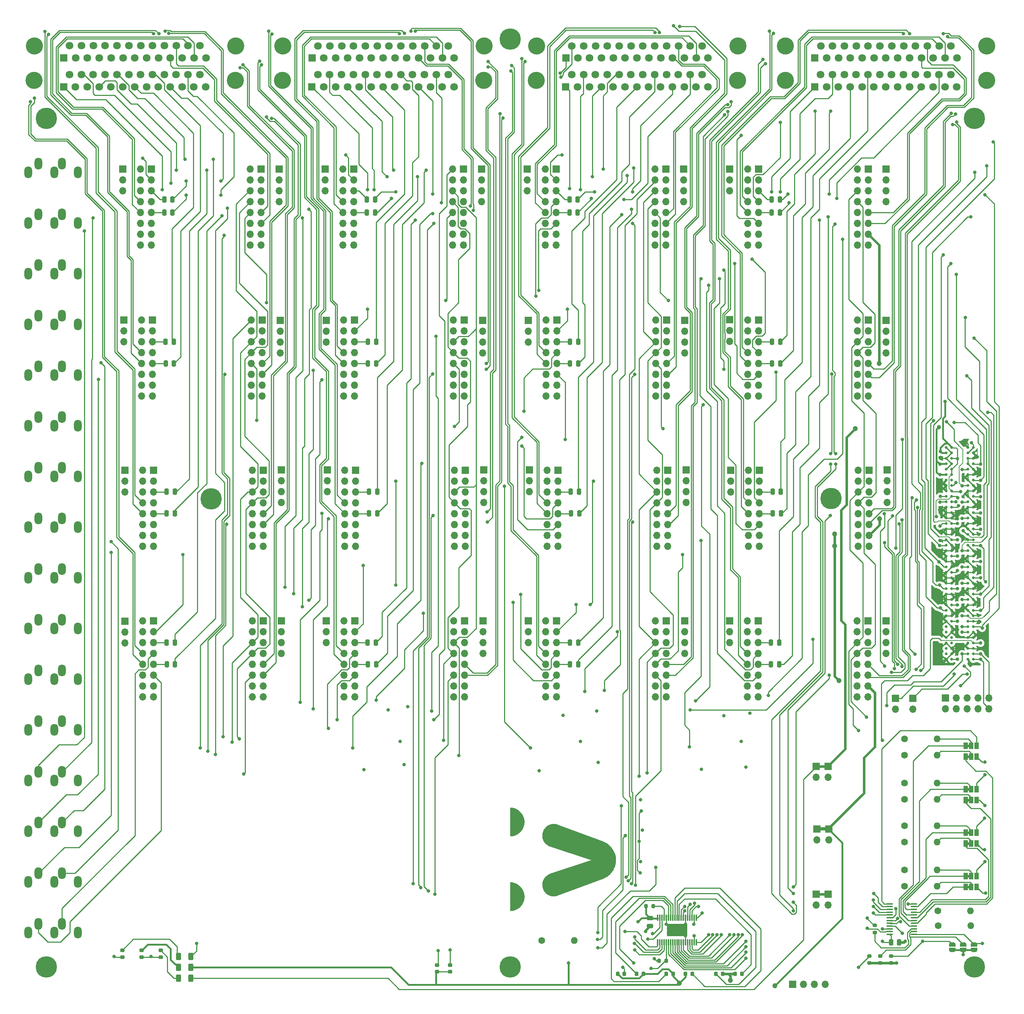
<source format=gbr>
G04 #@! TF.GenerationSoftware,KiCad,Pcbnew,7.0.0*
G04 #@! TF.CreationDate,2024-03-13T15:56:49+01:00*
G04 #@! TF.ProjectId,ADAU1787_rack,41444155-3137-4383-975f-7261636b2e6b,rev?*
G04 #@! TF.SameCoordinates,Original*
G04 #@! TF.FileFunction,Copper,L1,Top*
G04 #@! TF.FilePolarity,Positive*
%FSLAX46Y46*%
G04 Gerber Fmt 4.6, Leading zero omitted, Abs format (unit mm)*
G04 Created by KiCad (PCBNEW 7.0.0) date 2024-03-13 15:56:49*
%MOMM*%
%LPD*%
G01*
G04 APERTURE LIST*
G04 Aperture macros list*
%AMRoundRect*
0 Rectangle with rounded corners*
0 $1 Rounding radius*
0 $2 $3 $4 $5 $6 $7 $8 $9 X,Y pos of 4 corners*
0 Add a 4 corners polygon primitive as box body*
4,1,4,$2,$3,$4,$5,$6,$7,$8,$9,$2,$3,0*
0 Add four circle primitives for the rounded corners*
1,1,$1+$1,$2,$3*
1,1,$1+$1,$4,$5*
1,1,$1+$1,$6,$7*
1,1,$1+$1,$8,$9*
0 Add four rect primitives between the rounded corners*
20,1,$1+$1,$2,$3,$4,$5,0*
20,1,$1+$1,$4,$5,$6,$7,0*
20,1,$1+$1,$6,$7,$8,$9,0*
20,1,$1+$1,$8,$9,$2,$3,0*%
%AMFreePoly0*
4,1,19,0.500000,-0.750000,0.000000,-0.750000,0.000000,-0.744911,-0.071157,-0.744911,-0.207708,-0.704816,-0.327430,-0.627875,-0.420627,-0.520320,-0.479746,-0.390866,-0.500000,-0.250000,-0.500000,0.250000,-0.479746,0.390866,-0.420627,0.520320,-0.327430,0.627875,-0.207708,0.704816,-0.071157,0.744911,0.000000,0.744911,0.000000,0.750000,0.500000,0.750000,0.500000,-0.750000,0.500000,-0.750000,
$1*%
%AMFreePoly1*
4,1,19,0.000000,0.744911,0.071157,0.744911,0.207708,0.704816,0.327430,0.627875,0.420627,0.520320,0.479746,0.390866,0.500000,0.250000,0.500000,-0.250000,0.479746,-0.390866,0.420627,-0.520320,0.327430,-0.627875,0.207708,-0.704816,0.071157,-0.744911,0.000000,-0.744911,0.000000,-0.750000,-0.500000,-0.750000,-0.500000,0.750000,0.000000,0.750000,0.000000,0.744911,0.000000,0.744911,
$1*%
G04 Aperture macros list end*
G04 #@! TA.AperFunction,NonConductor*
%ADD10C,0.000000*%
G04 #@! TD*
G04 #@! TA.AperFunction,ComponentPad*
%ADD11R,1.700000X1.700000*%
G04 #@! TD*
G04 #@! TA.AperFunction,ComponentPad*
%ADD12O,1.700000X1.700000*%
G04 #@! TD*
G04 #@! TA.AperFunction,ComponentPad*
%ADD13O,1.800000X2.800000*%
G04 #@! TD*
G04 #@! TA.AperFunction,SMDPad,CuDef*
%ADD14C,0.640000*%
G04 #@! TD*
G04 #@! TA.AperFunction,SMDPad,CuDef*
%ADD15RoundRect,0.218750X-0.256250X0.218750X-0.256250X-0.218750X0.256250X-0.218750X0.256250X0.218750X0*%
G04 #@! TD*
G04 #@! TA.AperFunction,SMDPad,CuDef*
%ADD16RoundRect,0.218750X0.218750X0.256250X-0.218750X0.256250X-0.218750X-0.256250X0.218750X-0.256250X0*%
G04 #@! TD*
G04 #@! TA.AperFunction,SMDPad,CuDef*
%ADD17RoundRect,0.218750X-0.218750X-0.256250X0.218750X-0.256250X0.218750X0.256250X-0.218750X0.256250X0*%
G04 #@! TD*
G04 #@! TA.AperFunction,SMDPad,CuDef*
%ADD18R,1.000000X1.500000*%
G04 #@! TD*
G04 #@! TA.AperFunction,ComponentPad*
%ADD19C,1.600000*%
G04 #@! TD*
G04 #@! TA.AperFunction,ComponentPad*
%ADD20O,1.600000X1.600000*%
G04 #@! TD*
G04 #@! TA.AperFunction,SMDPad,CuDef*
%ADD21RoundRect,0.100000X0.637500X0.100000X-0.637500X0.100000X-0.637500X-0.100000X0.637500X-0.100000X0*%
G04 #@! TD*
G04 #@! TA.AperFunction,SMDPad,CuDef*
%ADD22FreePoly0,90.000000*%
G04 #@! TD*
G04 #@! TA.AperFunction,SMDPad,CuDef*
%ADD23FreePoly1,90.000000*%
G04 #@! TD*
G04 #@! TA.AperFunction,SMDPad,CuDef*
%ADD24RoundRect,0.218750X0.256250X-0.218750X0.256250X0.218750X-0.256250X0.218750X-0.256250X-0.218750X0*%
G04 #@! TD*
G04 #@! TA.AperFunction,SMDPad,CuDef*
%ADD25RoundRect,0.019600X0.120400X-0.700400X0.120400X0.700400X-0.120400X0.700400X-0.120400X-0.700400X0*%
G04 #@! TD*
G04 #@! TA.AperFunction,SMDPad,CuDef*
%ADD26R,4.800000X3.000000*%
G04 #@! TD*
G04 #@! TA.AperFunction,SMDPad,CuDef*
%ADD27RoundRect,0.250000X-0.250000X-0.475000X0.250000X-0.475000X0.250000X0.475000X-0.250000X0.475000X0*%
G04 #@! TD*
G04 #@! TA.AperFunction,SMDPad,CuDef*
%ADD28RoundRect,0.250000X-0.475000X0.250000X-0.475000X-0.250000X0.475000X-0.250000X0.475000X0.250000X0*%
G04 #@! TD*
G04 #@! TA.AperFunction,SMDPad,CuDef*
%ADD29RoundRect,0.200000X-0.200000X-0.275000X0.200000X-0.275000X0.200000X0.275000X-0.200000X0.275000X0*%
G04 #@! TD*
G04 #@! TA.AperFunction,SMDPad,CuDef*
%ADD30RoundRect,0.250000X0.312500X0.625000X-0.312500X0.625000X-0.312500X-0.625000X0.312500X-0.625000X0*%
G04 #@! TD*
G04 #@! TA.AperFunction,SMDPad,CuDef*
%ADD31RoundRect,0.200000X0.275000X-0.200000X0.275000X0.200000X-0.275000X0.200000X-0.275000X-0.200000X0*%
G04 #@! TD*
G04 #@! TA.AperFunction,SMDPad,CuDef*
%ADD32RoundRect,0.250000X0.250000X0.475000X-0.250000X0.475000X-0.250000X-0.475000X0.250000X-0.475000X0*%
G04 #@! TD*
G04 #@! TA.AperFunction,SMDPad,CuDef*
%ADD33RoundRect,0.200000X-0.275000X0.200000X-0.275000X-0.200000X0.275000X-0.200000X0.275000X0.200000X0*%
G04 #@! TD*
G04 #@! TA.AperFunction,ComponentPad*
%ADD34C,5.000000*%
G04 #@! TD*
G04 #@! TA.AperFunction,ComponentPad*
%ADD35C,4.000000*%
G04 #@! TD*
G04 #@! TA.AperFunction,ComponentPad*
%ADD36R,1.800000X1.800000*%
G04 #@! TD*
G04 #@! TA.AperFunction,ComponentPad*
%ADD37C,1.800000*%
G04 #@! TD*
G04 #@! TA.AperFunction,ViaPad*
%ADD38C,0.800000*%
G04 #@! TD*
G04 #@! TA.AperFunction,ViaPad*
%ADD39C,1.000000*%
G04 #@! TD*
G04 #@! TA.AperFunction,ViaPad*
%ADD40C,1.200000*%
G04 #@! TD*
G04 #@! TA.AperFunction,Conductor*
%ADD41C,0.254000*%
G04 #@! TD*
G04 #@! TA.AperFunction,Conductor*
%ADD42C,0.600000*%
G04 #@! TD*
G04 #@! TA.AperFunction,Conductor*
%ADD43C,0.250000*%
G04 #@! TD*
G04 #@! TA.AperFunction,Conductor*
%ADD44C,0.150000*%
G04 #@! TD*
G04 #@! TA.AperFunction,Conductor*
%ADD45C,0.400000*%
G04 #@! TD*
G04 #@! TA.AperFunction,Conductor*
%ADD46C,0.800000*%
G04 #@! TD*
G04 APERTURE END LIST*
D10*
G36*
X139653126Y-247918552D02*
G01*
X139775907Y-247918552D01*
X139781641Y-247918353D01*
X139781696Y-247918345D01*
X139775907Y-247918552D01*
X139653126Y-247918552D01*
X139653126Y-247915244D01*
X139575196Y-247904911D01*
X139576023Y-241286399D01*
X139576023Y-241180567D01*
X139653126Y-241180567D01*
X139653126Y-241173539D01*
X139765781Y-241180775D01*
X139770999Y-241181132D01*
X139775879Y-241181508D01*
X139784637Y-241182264D01*
X139792081Y-241182947D01*
X139798234Y-241183460D01*
X139795133Y-241183460D01*
X139912084Y-241191299D01*
X140026024Y-241203797D01*
X140136607Y-241220398D01*
X140243487Y-241240546D01*
X140346319Y-241263686D01*
X140444758Y-241289262D01*
X140538457Y-241316718D01*
X140627071Y-241345500D01*
X140710254Y-241375050D01*
X140787661Y-241404815D01*
X140858945Y-241434237D01*
X140923762Y-241462761D01*
X141032609Y-241514895D01*
X141111436Y-241556770D01*
X141165592Y-241587156D01*
X141165592Y-241592326D01*
X141357624Y-241706209D01*
X141541292Y-241832083D01*
X141716041Y-241969408D01*
X141881316Y-242117642D01*
X142036560Y-242276244D01*
X142181220Y-242444672D01*
X142314738Y-242622384D01*
X142436561Y-242808841D01*
X142546131Y-243003499D01*
X142642895Y-243205817D01*
X142726295Y-243415255D01*
X142795778Y-243631271D01*
X142850787Y-243853323D01*
X142890767Y-244080870D01*
X142915162Y-244313371D01*
X142923417Y-244550285D01*
X142920907Y-244681309D01*
X142913440Y-244811090D01*
X142901106Y-244939538D01*
X142883998Y-245066558D01*
X142862206Y-245192059D01*
X142835824Y-245315950D01*
X142804942Y-245438137D01*
X142769653Y-245558530D01*
X142730047Y-245677034D01*
X142686217Y-245793560D01*
X142638254Y-245908014D01*
X142586250Y-246020304D01*
X142530297Y-246130339D01*
X142470487Y-246238025D01*
X142406910Y-246343272D01*
X142339660Y-246445987D01*
X142268826Y-246546077D01*
X142194503Y-246643451D01*
X142116780Y-246738016D01*
X142035749Y-246829681D01*
X141951503Y-246918353D01*
X141864133Y-247003941D01*
X141773731Y-247086351D01*
X141680388Y-247165493D01*
X141584196Y-247241273D01*
X141485248Y-247313600D01*
X141383633Y-247382382D01*
X141279445Y-247447526D01*
X141172775Y-247508941D01*
X141063714Y-247566534D01*
X140952355Y-247620213D01*
X140838789Y-247669886D01*
X140838584Y-247669886D01*
X140746116Y-247707959D01*
X140656356Y-247741986D01*
X140569466Y-247772188D01*
X140485612Y-247798790D01*
X140404958Y-247822015D01*
X140327667Y-247842087D01*
X140253905Y-247859229D01*
X140183835Y-247873665D01*
X140117621Y-247885619D01*
X140055429Y-247895313D01*
X139997421Y-247902971D01*
X139943763Y-247908818D01*
X139850151Y-247915968D01*
X139781641Y-247918353D01*
X139780871Y-247918463D01*
X139777965Y-247918788D01*
X139772946Y-247919254D01*
X139765781Y-247919794D01*
X139653126Y-247927027D01*
X139653126Y-247918552D01*
G37*
G36*
X139653126Y-230445512D02*
G01*
X139763712Y-230445512D01*
X139770967Y-230445337D01*
X139771729Y-230445274D01*
X139772093Y-230445231D01*
X139772109Y-230445222D01*
X139772014Y-230445221D01*
X139770533Y-230445306D01*
X139763712Y-230445512D01*
X139653126Y-230445512D01*
X139653126Y-230441791D01*
X139578919Y-230431869D01*
X139579746Y-223707526D01*
X139653126Y-223707526D01*
X139653126Y-223699258D01*
X139765781Y-223706492D01*
X139773689Y-223707048D01*
X139781223Y-223707668D01*
X139795255Y-223709007D01*
X139808038Y-223710329D01*
X139819730Y-223711453D01*
X139934910Y-223720050D01*
X140047088Y-223733109D01*
X140155928Y-223750093D01*
X140261097Y-223770464D01*
X140362260Y-223793686D01*
X140459085Y-223819222D01*
X140551236Y-223846535D01*
X140638379Y-223875088D01*
X140720180Y-223904345D01*
X140796306Y-223933768D01*
X140866422Y-223962820D01*
X140930193Y-223990965D01*
X141037367Y-224042384D01*
X141115156Y-224083730D01*
X141169312Y-224114116D01*
X141169312Y-224120110D01*
X141360963Y-224234099D01*
X141544262Y-224360043D01*
X141718654Y-224497401D01*
X141883587Y-224645633D01*
X142038506Y-224804201D01*
X142182859Y-224972565D01*
X142316091Y-225150184D01*
X142437650Y-225336519D01*
X142546980Y-225531030D01*
X142643529Y-225733178D01*
X142726744Y-225942423D01*
X142796070Y-226158225D01*
X142850954Y-226380044D01*
X142890842Y-226607341D01*
X142915181Y-226839575D01*
X142923417Y-227076208D01*
X142921346Y-227195041D01*
X142915181Y-227312840D01*
X142904990Y-227429539D01*
X142890842Y-227545070D01*
X142872807Y-227659366D01*
X142850954Y-227772359D01*
X142825352Y-227883983D01*
X142796070Y-227994169D01*
X142763178Y-228102850D01*
X142726744Y-228209959D01*
X142686838Y-228315428D01*
X142643529Y-228419190D01*
X142596887Y-228521178D01*
X142546980Y-228621323D01*
X142493878Y-228719560D01*
X142437650Y-228815819D01*
X142378364Y-228910034D01*
X142316091Y-229002137D01*
X142250900Y-229092062D01*
X142182859Y-229179739D01*
X142112038Y-229265103D01*
X142038506Y-229348086D01*
X141962333Y-229428619D01*
X141883587Y-229506637D01*
X141802337Y-229582070D01*
X141718654Y-229654853D01*
X141632606Y-229724917D01*
X141544262Y-229792196D01*
X141453691Y-229856620D01*
X141360963Y-229918124D01*
X141266147Y-229976640D01*
X141169312Y-230032101D01*
X141169312Y-230036855D01*
X141113294Y-230066621D01*
X141113254Y-230066641D01*
X141113215Y-230066659D01*
X141113176Y-230066675D01*
X141113137Y-230066688D01*
X141113099Y-230066700D01*
X141113061Y-230066710D01*
X141112984Y-230066728D01*
X141112908Y-230066746D01*
X141112870Y-230066755D01*
X141112832Y-230066766D01*
X141112793Y-230066778D01*
X141112754Y-230066792D01*
X141112715Y-230066808D01*
X141112675Y-230066827D01*
X141094728Y-230076260D01*
X141077705Y-230084983D01*
X141046116Y-230100933D01*
X141045701Y-230101141D01*
X141045289Y-230101141D01*
X141035286Y-230106226D01*
X141024369Y-230111878D01*
X141012492Y-230117949D01*
X141006178Y-230121095D01*
X140999607Y-230124291D01*
X140998780Y-230124705D01*
X140888968Y-230176121D01*
X140782323Y-230221791D01*
X140679098Y-230262050D01*
X140579548Y-230297234D01*
X140483925Y-230327677D01*
X140392482Y-230353715D01*
X140305473Y-230375683D01*
X140223152Y-230393915D01*
X140145771Y-230408747D01*
X140073583Y-230420514D01*
X140006843Y-230429551D01*
X139945803Y-230436193D01*
X139841837Y-230443632D01*
X139770967Y-230445337D01*
X139769658Y-230445446D01*
X139765781Y-230445719D01*
X139653126Y-230452953D01*
X139653126Y-230445512D01*
G37*
G36*
X149845618Y-227536113D02*
G01*
X149903428Y-227537926D01*
X149961110Y-227540947D01*
X150018643Y-227545174D01*
X150076007Y-227550607D01*
X150133183Y-227557245D01*
X150190150Y-227565088D01*
X150246888Y-227574133D01*
X150303379Y-227584381D01*
X150359600Y-227595831D01*
X150415534Y-227608481D01*
X150471159Y-227622331D01*
X150526456Y-227637380D01*
X150581405Y-227653627D01*
X150635985Y-227671071D01*
X150690177Y-227689711D01*
X150691004Y-227689918D01*
X161267515Y-231639858D01*
X161601150Y-231779628D01*
X161919893Y-231943392D01*
X162222831Y-232129832D01*
X162509050Y-232337632D01*
X162777637Y-232565474D01*
X163027677Y-232812042D01*
X163258259Y-233076019D01*
X163468468Y-233356086D01*
X163657391Y-233650929D01*
X163824115Y-233959229D01*
X163967727Y-234279669D01*
X164087312Y-234610933D01*
X164181957Y-234951704D01*
X164250750Y-235300664D01*
X164292777Y-235656496D01*
X164307124Y-236017884D01*
X164303568Y-236199287D01*
X164292978Y-236379468D01*
X164275467Y-236558260D01*
X164251149Y-236735499D01*
X164220136Y-236911020D01*
X164182543Y-237084658D01*
X164138483Y-237256248D01*
X164088070Y-237425626D01*
X164031418Y-237592627D01*
X163968639Y-237757084D01*
X163899848Y-237918835D01*
X163825158Y-238077714D01*
X163744683Y-238233555D01*
X163658536Y-238386194D01*
X163566831Y-238535467D01*
X163469681Y-238681208D01*
X163367201Y-238823252D01*
X163259503Y-238961434D01*
X163146701Y-239095590D01*
X163028909Y-239225555D01*
X162906240Y-239351163D01*
X162778809Y-239472251D01*
X162646728Y-239588652D01*
X162510111Y-239700203D01*
X162369072Y-239806737D01*
X162223724Y-239908091D01*
X162074181Y-240004099D01*
X161920556Y-240094597D01*
X161762964Y-240179419D01*
X161601517Y-240258401D01*
X161436330Y-240331378D01*
X161267515Y-240398185D01*
X150694932Y-244347092D01*
X150694105Y-244347504D01*
X150639238Y-244366306D01*
X150584087Y-244383889D01*
X150528661Y-244400254D01*
X150472972Y-244415402D01*
X150417028Y-244429334D01*
X150360840Y-244442051D01*
X150304417Y-244453553D01*
X150247770Y-244463841D01*
X150190908Y-244472916D01*
X150133841Y-244480778D01*
X150019134Y-244492869D01*
X149903726Y-244500118D01*
X149787699Y-244502534D01*
X149647916Y-244498976D01*
X149509936Y-244488417D01*
X149373931Y-244471030D01*
X149240074Y-244446988D01*
X149108538Y-244416464D01*
X148979496Y-244379632D01*
X148853120Y-244336663D01*
X148729583Y-244287732D01*
X148609059Y-244233010D01*
X148491720Y-244172672D01*
X148377738Y-244106889D01*
X148267287Y-244035835D01*
X148160539Y-243959684D01*
X148057667Y-243878607D01*
X147958845Y-243792778D01*
X147864244Y-243702370D01*
X147774037Y-243607555D01*
X147688398Y-243508508D01*
X147607500Y-243405400D01*
X147531514Y-243298405D01*
X147460614Y-243187696D01*
X147394973Y-243073445D01*
X147334763Y-242955827D01*
X147280157Y-242835012D01*
X147231328Y-242711176D01*
X147188449Y-242584490D01*
X147151693Y-242455128D01*
X147121232Y-242323262D01*
X147097240Y-242189066D01*
X147079888Y-242052713D01*
X147069351Y-241914375D01*
X147065800Y-241774226D01*
X147067999Y-241663777D01*
X147074550Y-241554247D01*
X147085380Y-241445733D01*
X147100419Y-241338334D01*
X147119595Y-241232146D01*
X147142837Y-241127268D01*
X147170074Y-241023798D01*
X147201235Y-240921834D01*
X147236248Y-240821475D01*
X147275041Y-240722817D01*
X147317545Y-240625960D01*
X147363686Y-240531000D01*
X147413395Y-240438037D01*
X147466600Y-240347167D01*
X147523230Y-240258490D01*
X147583212Y-240172102D01*
X147646477Y-240088103D01*
X147712953Y-240006589D01*
X147782568Y-239927660D01*
X147855251Y-239851413D01*
X147930931Y-239777945D01*
X148009537Y-239707356D01*
X148090997Y-239639742D01*
X148175240Y-239575203D01*
X148262196Y-239513835D01*
X148351791Y-239455737D01*
X148443956Y-239401008D01*
X148538620Y-239349744D01*
X148635710Y-239302044D01*
X148735155Y-239258007D01*
X148836885Y-239217729D01*
X148940827Y-239181309D01*
X158280824Y-236118343D01*
X158587370Y-236017884D01*
X158280824Y-235917632D01*
X148939793Y-232854667D01*
X148733964Y-232777962D01*
X148537313Y-232686216D01*
X148350404Y-232580214D01*
X148173805Y-232460740D01*
X148008082Y-232328578D01*
X147853799Y-232184513D01*
X147711524Y-232029330D01*
X147581822Y-231863811D01*
X147465259Y-231688743D01*
X147362402Y-231504909D01*
X147273816Y-231313094D01*
X147200067Y-231114082D01*
X147141721Y-230908657D01*
X147099345Y-230697604D01*
X147073505Y-230481707D01*
X147064765Y-230261750D01*
X147068416Y-230121789D01*
X147079047Y-229983628D01*
X147096485Y-229847440D01*
X147120558Y-229713398D01*
X147151094Y-229581676D01*
X147187919Y-229452447D01*
X147230861Y-229325884D01*
X147279748Y-229202161D01*
X147334407Y-229081452D01*
X147394665Y-228963929D01*
X147460351Y-228849766D01*
X147531290Y-228739136D01*
X147607311Y-228632213D01*
X147688241Y-228529170D01*
X147773908Y-228430180D01*
X147864138Y-228335418D01*
X147958760Y-228245055D01*
X148057601Y-228159265D01*
X148160488Y-228078223D01*
X148267249Y-228002100D01*
X148377710Y-227931071D01*
X148491700Y-227865309D01*
X148609046Y-227804988D01*
X148729575Y-227750279D01*
X148853115Y-227701358D01*
X148979494Y-227658398D01*
X149108537Y-227621571D01*
X149240074Y-227591051D01*
X149373931Y-227567011D01*
X149509936Y-227549625D01*
X149647916Y-227539067D01*
X149787699Y-227535509D01*
X149845618Y-227536113D01*
G37*
G36*
X246940000Y-212140000D02*
G01*
X246440000Y-212140000D01*
X246440000Y-211540000D01*
X246940000Y-211540000D01*
X246940000Y-212140000D01*
G37*
G36*
X246940000Y-209600000D02*
G01*
X246440000Y-209600000D01*
X246440000Y-209000000D01*
X246940000Y-209000000D01*
X246940000Y-209600000D01*
G37*
G36*
X246940000Y-222300000D02*
G01*
X246440000Y-222300000D01*
X246440000Y-221700000D01*
X246940000Y-221700000D01*
X246940000Y-222300000D01*
G37*
G36*
X246940000Y-219760000D02*
G01*
X246440000Y-219760000D01*
X246440000Y-219160000D01*
X246940000Y-219160000D01*
X246940000Y-219760000D01*
G37*
G36*
X246940000Y-232460000D02*
G01*
X246440000Y-232460000D01*
X246440000Y-231860000D01*
X246940000Y-231860000D01*
X246940000Y-232460000D01*
G37*
G36*
X246940000Y-229920000D02*
G01*
X246440000Y-229920000D01*
X246440000Y-229320000D01*
X246940000Y-229320000D01*
X246940000Y-229920000D01*
G37*
G36*
X246940000Y-242620000D02*
G01*
X246440000Y-242620000D01*
X246440000Y-242020000D01*
X246940000Y-242020000D01*
X246940000Y-242620000D01*
G37*
G36*
X246940000Y-240080000D02*
G01*
X246440000Y-240080000D01*
X246440000Y-239480000D01*
X246940000Y-239480000D01*
X246940000Y-240080000D01*
G37*
D11*
X56143499Y-180073999D03*
D12*
X53603499Y-180073999D03*
X56143499Y-182613999D03*
X53603499Y-182613999D03*
X56143499Y-185153999D03*
X53603499Y-185153999D03*
X56143499Y-187693999D03*
X53603499Y-187693999D03*
X56143499Y-190233999D03*
X53603499Y-190233999D03*
X56143499Y-192773999D03*
X53603499Y-192773999D03*
X56143499Y-195313999D03*
X53603499Y-195313999D03*
X56143499Y-197853999D03*
X53603499Y-197853999D03*
D11*
X81797499Y-180073999D03*
D12*
X79257499Y-180073999D03*
X81797499Y-182613999D03*
X79257499Y-182613999D03*
X81797499Y-185153999D03*
X79257499Y-185153999D03*
X81797499Y-187693999D03*
X79257499Y-187693999D03*
X81797499Y-190233999D03*
X79257499Y-190233999D03*
X81797499Y-192773999D03*
X79257499Y-192773999D03*
X81797499Y-195313999D03*
X79257499Y-195313999D03*
X81797499Y-197853999D03*
X79257499Y-197853999D03*
D13*
X34774219Y-96843964D03*
X32974219Y-98843964D03*
X26874219Y-98843964D03*
X29274219Y-96843964D03*
X38474219Y-98843964D03*
X34774219Y-84990631D03*
X32974219Y-86990631D03*
X26874219Y-86990631D03*
X29274219Y-84990631D03*
X38474219Y-86990631D03*
X34774219Y-215377294D03*
X32974219Y-217377294D03*
X26874219Y-217377294D03*
X29274219Y-215377294D03*
X38474219Y-217377294D03*
X34774219Y-239083960D03*
X32974219Y-241083960D03*
X26874219Y-241083960D03*
X29274219Y-239083960D03*
X38474219Y-241083960D03*
X34774219Y-250937298D03*
X32974219Y-252937298D03*
X26874219Y-252937298D03*
X29274219Y-250937298D03*
X38474219Y-252937298D03*
X34774219Y-73137298D03*
X32974219Y-75137298D03*
X26874219Y-75137298D03*
X29274219Y-73137298D03*
X38474219Y-75137298D03*
X34774219Y-227230627D03*
X32974219Y-229230627D03*
X26874219Y-229230627D03*
X29274219Y-227230627D03*
X38474219Y-229230627D03*
X34774219Y-191670628D03*
X32974219Y-193670628D03*
X26874219Y-193670628D03*
X29274219Y-191670628D03*
X38474219Y-193670628D03*
X34774219Y-179817295D03*
X32974219Y-181817295D03*
X26874219Y-181817295D03*
X29274219Y-179817295D03*
X38474219Y-181817295D03*
X34774219Y-120550630D03*
X32974219Y-122550630D03*
X26874219Y-122550630D03*
X29274219Y-120550630D03*
X38474219Y-122550630D03*
X34774219Y-167963962D03*
X32974219Y-169963962D03*
X26874219Y-169963962D03*
X29274219Y-167963962D03*
X38474219Y-169963962D03*
X34774219Y-156110629D03*
X32974219Y-158110629D03*
X26874219Y-158110629D03*
X29274219Y-156110629D03*
X38474219Y-158110629D03*
X34774219Y-144257296D03*
X32974219Y-146257296D03*
X26874219Y-146257296D03*
X29274219Y-144257296D03*
X38474219Y-146257296D03*
X34774219Y-203523961D03*
X32974219Y-205523961D03*
X26874219Y-205523961D03*
X29274219Y-203523961D03*
X38474219Y-205523961D03*
D11*
X103263045Y-180073999D03*
D12*
X100723045Y-180073999D03*
X103263045Y-182613999D03*
X100723045Y-182613999D03*
X103263045Y-185153999D03*
X100723045Y-185153999D03*
X103263045Y-187693999D03*
X100723045Y-187693999D03*
X103263045Y-190233999D03*
X100723045Y-190233999D03*
X103263045Y-192773999D03*
X100723045Y-192773999D03*
X103263045Y-195313999D03*
X100723045Y-195313999D03*
X103263045Y-197853999D03*
X100723045Y-197853999D03*
D11*
X128917045Y-180073999D03*
D12*
X126377045Y-180073999D03*
X128917045Y-182613999D03*
X126377045Y-182613999D03*
X128917045Y-185153999D03*
X126377045Y-185153999D03*
X128917045Y-187693999D03*
X126377045Y-187693999D03*
X128917045Y-190233999D03*
X126377045Y-190233999D03*
X128917045Y-192773999D03*
X126377045Y-192773999D03*
X128917045Y-195313999D03*
X126377045Y-195313999D03*
X128917045Y-197853999D03*
X126377045Y-197853999D03*
D11*
X103429712Y-144823499D03*
D12*
X100889712Y-144823499D03*
X103429712Y-147363499D03*
X100889712Y-147363499D03*
X103429712Y-149903499D03*
X100889712Y-149903499D03*
X103429712Y-152443499D03*
X100889712Y-152443499D03*
X103429712Y-154983499D03*
X100889712Y-154983499D03*
X103429712Y-157523499D03*
X100889712Y-157523499D03*
X103429712Y-160063499D03*
X100889712Y-160063499D03*
X103429712Y-162603499D03*
X100889712Y-162603499D03*
D11*
X129083712Y-144823499D03*
D12*
X126543712Y-144823499D03*
X129083712Y-147363499D03*
X126543712Y-147363499D03*
X129083712Y-149903499D03*
X126543712Y-149903499D03*
X129083712Y-152443499D03*
X126543712Y-152443499D03*
X129083712Y-154983499D03*
X126543712Y-154983499D03*
X129083712Y-157523499D03*
X126543712Y-157523499D03*
X129083712Y-160063499D03*
X126543712Y-160063499D03*
X129083712Y-162603499D03*
X126543712Y-162603499D03*
D11*
X150532285Y-109727999D03*
D12*
X147992285Y-109727999D03*
X150532285Y-112267999D03*
X147992285Y-112267999D03*
X150532285Y-114807999D03*
X147992285Y-114807999D03*
X150532285Y-117347999D03*
X147992285Y-117347999D03*
X150532285Y-119887999D03*
X147992285Y-119887999D03*
X150532285Y-122427999D03*
X147992285Y-122427999D03*
X150532285Y-124967999D03*
X147992285Y-124967999D03*
X150532285Y-127507999D03*
X147992285Y-127507999D03*
D11*
X176186285Y-109727999D03*
D12*
X173646285Y-109727999D03*
X176186285Y-112267999D03*
X173646285Y-112267999D03*
X176186285Y-114807999D03*
X173646285Y-114807999D03*
X176186285Y-117347999D03*
X173646285Y-117347999D03*
X176186285Y-119887999D03*
X173646285Y-119887999D03*
X176186285Y-122427999D03*
X173646285Y-122427999D03*
X176186285Y-124967999D03*
X173646285Y-124967999D03*
X176186285Y-127507999D03*
X173646285Y-127507999D03*
D11*
X55666359Y-74421999D03*
D12*
X53126359Y-74421999D03*
X55666359Y-76961999D03*
X53126359Y-76961999D03*
X55666359Y-79501999D03*
X53126359Y-79501999D03*
X55666359Y-82041999D03*
X53126359Y-82041999D03*
X55666359Y-84581999D03*
X53126359Y-84581999D03*
X55666359Y-87121999D03*
X53126359Y-87121999D03*
X55666359Y-89661999D03*
X53126359Y-89661999D03*
X55666359Y-92201999D03*
X53126359Y-92201999D03*
D11*
X81320359Y-74421999D03*
D12*
X78780359Y-74421999D03*
X81320359Y-76961999D03*
X78780359Y-76961999D03*
X81320359Y-79501999D03*
X78780359Y-79501999D03*
X81320359Y-82041999D03*
X78780359Y-82041999D03*
X81320359Y-84581999D03*
X78780359Y-84581999D03*
X81320359Y-87121999D03*
X78780359Y-87121999D03*
X81320359Y-89661999D03*
X78780359Y-89661999D03*
X81320359Y-92201999D03*
X78780359Y-92201999D03*
D11*
X197611999Y-74421999D03*
D12*
X195071999Y-74421999D03*
X197611999Y-76961999D03*
X195071999Y-76961999D03*
X197611999Y-79501999D03*
X195071999Y-79501999D03*
X197611999Y-82041999D03*
X195071999Y-82041999D03*
X197611999Y-84581999D03*
X195071999Y-84581999D03*
X197611999Y-87121999D03*
X195071999Y-87121999D03*
X197611999Y-89661999D03*
X195071999Y-89661999D03*
X197611999Y-92201999D03*
X195071999Y-92201999D03*
D11*
X223265999Y-74421999D03*
D12*
X220725999Y-74421999D03*
X223265999Y-76961999D03*
X220725999Y-76961999D03*
X223265999Y-79501999D03*
X220725999Y-79501999D03*
X223265999Y-82041999D03*
X220725999Y-82041999D03*
X223265999Y-84581999D03*
X220725999Y-84581999D03*
X223265999Y-87121999D03*
X220725999Y-87121999D03*
X223265999Y-89661999D03*
X220725999Y-89661999D03*
X223265999Y-92201999D03*
X220725999Y-92201999D03*
D11*
X102952572Y-74421999D03*
D12*
X100412572Y-74421999D03*
X102952572Y-76961999D03*
X100412572Y-76961999D03*
X102952572Y-79501999D03*
X100412572Y-79501999D03*
X102952572Y-82041999D03*
X100412572Y-82041999D03*
X102952572Y-84581999D03*
X100412572Y-84581999D03*
X102952572Y-87121999D03*
X100412572Y-87121999D03*
X102952572Y-89661999D03*
X100412572Y-89661999D03*
X102952572Y-92201999D03*
X100412572Y-92201999D03*
D11*
X128606572Y-74421999D03*
D12*
X126066572Y-74421999D03*
X128606572Y-76961999D03*
X126066572Y-76961999D03*
X128606572Y-79501999D03*
X126066572Y-79501999D03*
X128606572Y-82041999D03*
X126066572Y-82041999D03*
X128606572Y-84581999D03*
X126066572Y-84581999D03*
X128606572Y-87121999D03*
X126066572Y-87121999D03*
X128606572Y-89661999D03*
X126066572Y-89661999D03*
X128606572Y-92201999D03*
X126066572Y-92201999D03*
D11*
X150759425Y-144823499D03*
D12*
X148219425Y-144823499D03*
X150759425Y-147363499D03*
X148219425Y-147363499D03*
X150759425Y-149903499D03*
X148219425Y-149903499D03*
X150759425Y-152443499D03*
X148219425Y-152443499D03*
X150759425Y-154983499D03*
X148219425Y-154983499D03*
X150759425Y-157523499D03*
X148219425Y-157523499D03*
X150759425Y-160063499D03*
X148219425Y-160063499D03*
X150759425Y-162603499D03*
X148219425Y-162603499D03*
D11*
X176413425Y-144823499D03*
D12*
X173873425Y-144823499D03*
X176413425Y-147363499D03*
X173873425Y-147363499D03*
X176413425Y-149903499D03*
X173873425Y-149903499D03*
X176413425Y-152443499D03*
X173873425Y-152443499D03*
X176413425Y-154983499D03*
X173873425Y-154983499D03*
X176413425Y-157523499D03*
X173873425Y-157523499D03*
X176413425Y-160063499D03*
X173873425Y-160063499D03*
X176413425Y-162603499D03*
X173873425Y-162603499D03*
D11*
X150426091Y-180073999D03*
D12*
X147886091Y-180073999D03*
X150426091Y-182613999D03*
X147886091Y-182613999D03*
X150426091Y-185153999D03*
X147886091Y-185153999D03*
X150426091Y-187693999D03*
X147886091Y-187693999D03*
X150426091Y-190233999D03*
X147886091Y-190233999D03*
X150426091Y-192773999D03*
X147886091Y-192773999D03*
X150426091Y-195313999D03*
X147886091Y-195313999D03*
X150426091Y-197853999D03*
X147886091Y-197853999D03*
D11*
X176080091Y-180073999D03*
D12*
X173540091Y-180073999D03*
X176080091Y-182613999D03*
X173540091Y-182613999D03*
X176080091Y-185153999D03*
X173540091Y-185153999D03*
X176080091Y-187693999D03*
X173540091Y-187693999D03*
X176080091Y-190233999D03*
X173540091Y-190233999D03*
X176080091Y-192773999D03*
X173540091Y-192773999D03*
X176080091Y-195313999D03*
X173540091Y-195313999D03*
X176080091Y-197853999D03*
X173540091Y-197853999D03*
D14*
X241510000Y-189065000D03*
X241510000Y-187795000D03*
X241510000Y-186525000D03*
X241510000Y-185255000D03*
X241510000Y-183985000D03*
X241510000Y-182715000D03*
X241510000Y-181445000D03*
X241510000Y-180175000D03*
X241510000Y-178905000D03*
X241510000Y-177635000D03*
X241510000Y-176365000D03*
X241510000Y-175095000D03*
X241510000Y-173825000D03*
X241510000Y-172555000D03*
X241510000Y-171285000D03*
X241510000Y-170015000D03*
X241510000Y-168745000D03*
X241510000Y-167475000D03*
X241510000Y-166205000D03*
X241510000Y-164935000D03*
X241510000Y-163665000D03*
X241510000Y-162395000D03*
X241510000Y-161125000D03*
X241510000Y-159855000D03*
X241510000Y-158585000D03*
X241510000Y-157315000D03*
X241510000Y-156045000D03*
X241510000Y-154775000D03*
X241510000Y-153505000D03*
X241510000Y-152235000D03*
X241510000Y-150965000D03*
X241510000Y-149695000D03*
X241510000Y-148425000D03*
X241510000Y-147155000D03*
X241510000Y-145885000D03*
X241510000Y-144615000D03*
X241510000Y-143345000D03*
X241510000Y-142075000D03*
X241510000Y-140805000D03*
X241510000Y-139535000D03*
X242780000Y-189065000D03*
X242780000Y-187795000D03*
X242780000Y-186525000D03*
X242780000Y-185255000D03*
X242780000Y-183985000D03*
X242780000Y-182715000D03*
X242780000Y-181445000D03*
X242780000Y-180175000D03*
X242780000Y-178905000D03*
X242780000Y-177635000D03*
X242780000Y-176365000D03*
X242780000Y-175095000D03*
X242780000Y-173825000D03*
X242780000Y-172555000D03*
X242780000Y-171285000D03*
X242780000Y-170015000D03*
X242780000Y-168745000D03*
X242780000Y-167475000D03*
X242780000Y-166205000D03*
X242780000Y-164935000D03*
X242780000Y-163665000D03*
X242780000Y-162395000D03*
X242780000Y-161125000D03*
X242780000Y-159855000D03*
X242780000Y-158585000D03*
X242780000Y-157315000D03*
X242780000Y-156045000D03*
X242780000Y-154775000D03*
X242780000Y-153505000D03*
X242780000Y-152235000D03*
X242780000Y-150965000D03*
X242780000Y-149695000D03*
X242780000Y-148425000D03*
X242780000Y-147155000D03*
X242780000Y-145885000D03*
X242780000Y-144615000D03*
X242780000Y-143345000D03*
X242780000Y-142075000D03*
X242780000Y-140805000D03*
X242780000Y-139535000D03*
X246590000Y-189065000D03*
X246590000Y-187795000D03*
X246590000Y-186525000D03*
X246590000Y-185255000D03*
X246590000Y-183985000D03*
X246590000Y-182715000D03*
X246590000Y-181445000D03*
X246590000Y-180175000D03*
X246590000Y-178905000D03*
X246590000Y-177635000D03*
X246590000Y-176365000D03*
X246590000Y-175095000D03*
X246590000Y-173825000D03*
X246590000Y-172555000D03*
X246590000Y-171285000D03*
X246590000Y-170015000D03*
X246590000Y-168745000D03*
X246590000Y-167475000D03*
X246590000Y-166205000D03*
X246590000Y-164935000D03*
X246590000Y-163665000D03*
X246590000Y-162395000D03*
X246590000Y-161125000D03*
X246590000Y-159855000D03*
X246590000Y-158585000D03*
X246590000Y-157315000D03*
X246590000Y-156045000D03*
X246590000Y-154775000D03*
X246590000Y-153505000D03*
X246590000Y-152235000D03*
X246590000Y-150965000D03*
X246590000Y-149695000D03*
X246590000Y-148425000D03*
X246590000Y-147155000D03*
X246590000Y-145885000D03*
X246590000Y-144615000D03*
X246590000Y-143345000D03*
X246590000Y-142075000D03*
X246590000Y-140805000D03*
X246590000Y-139535000D03*
X247860000Y-189065000D03*
X247860000Y-187795000D03*
X247860000Y-186525000D03*
X247860000Y-185255000D03*
X247860000Y-183985000D03*
X247860000Y-182715000D03*
X247860000Y-181445000D03*
X247860000Y-180175000D03*
X247860000Y-178905000D03*
X247860000Y-177635000D03*
X247860000Y-176365000D03*
X247860000Y-175095000D03*
X247860000Y-173825000D03*
X247860000Y-172555000D03*
X247860000Y-171285000D03*
X247860000Y-170015000D03*
X247860000Y-168745000D03*
X247860000Y-167475000D03*
X247860000Y-166205000D03*
X247860000Y-164935000D03*
X247860000Y-163665000D03*
X247860000Y-162395000D03*
X247860000Y-161125000D03*
X247860000Y-159855000D03*
X247860000Y-158585000D03*
X247860000Y-157315000D03*
X247860000Y-156045000D03*
X247860000Y-154775000D03*
X247860000Y-153505000D03*
X247860000Y-152235000D03*
X247860000Y-150965000D03*
X247860000Y-149695000D03*
X247860000Y-148425000D03*
X247860000Y-147155000D03*
X247860000Y-145885000D03*
X247860000Y-144615000D03*
X247860000Y-143345000D03*
X247860000Y-142075000D03*
X247860000Y-140805000D03*
X247860000Y-139535000D03*
D11*
X197611999Y-109727999D03*
D12*
X195071999Y-109727999D03*
X197611999Y-112267999D03*
X195071999Y-112267999D03*
X197611999Y-114807999D03*
X195071999Y-114807999D03*
X197611999Y-117347999D03*
X195071999Y-117347999D03*
X197611999Y-119887999D03*
X195071999Y-119887999D03*
X197611999Y-122427999D03*
X195071999Y-122427999D03*
X197611999Y-124967999D03*
X195071999Y-124967999D03*
X197611999Y-127507999D03*
X195071999Y-127507999D03*
D11*
X223265999Y-109727999D03*
D12*
X220725999Y-109727999D03*
X223265999Y-112267999D03*
X220725999Y-112267999D03*
X223265999Y-114807999D03*
X220725999Y-114807999D03*
X223265999Y-117347999D03*
X220725999Y-117347999D03*
X223265999Y-119887999D03*
X220725999Y-119887999D03*
X223265999Y-122427999D03*
X220725999Y-122427999D03*
X223265999Y-124967999D03*
X220725999Y-124967999D03*
X223265999Y-127507999D03*
X220725999Y-127507999D03*
D11*
X150282285Y-74421999D03*
D12*
X147742285Y-74421999D03*
X150282285Y-76961999D03*
X147742285Y-76961999D03*
X150282285Y-79501999D03*
X147742285Y-79501999D03*
X150282285Y-82041999D03*
X147742285Y-82041999D03*
X150282285Y-84581999D03*
X147742285Y-84581999D03*
X150282285Y-87121999D03*
X147742285Y-87121999D03*
X150282285Y-89661999D03*
X147742285Y-89661999D03*
X150282285Y-92201999D03*
X147742285Y-92201999D03*
D11*
X175936285Y-74421999D03*
D12*
X173396285Y-74421999D03*
X175936285Y-76961999D03*
X173396285Y-76961999D03*
X175936285Y-79501999D03*
X173396285Y-79501999D03*
X175936285Y-82041999D03*
X173396285Y-82041999D03*
X175936285Y-84581999D03*
X173396285Y-84581999D03*
X175936285Y-87121999D03*
X173396285Y-87121999D03*
X175936285Y-89661999D03*
X173396285Y-89661999D03*
X175936285Y-92201999D03*
X173396285Y-92201999D03*
D11*
X197589139Y-180073999D03*
D12*
X195049139Y-180073999D03*
X197589139Y-182613999D03*
X195049139Y-182613999D03*
X197589139Y-185153999D03*
X195049139Y-185153999D03*
X197589139Y-187693999D03*
X195049139Y-187693999D03*
X197589139Y-190233999D03*
X195049139Y-190233999D03*
X197589139Y-192773999D03*
X195049139Y-192773999D03*
X197589139Y-195313999D03*
X195049139Y-195313999D03*
X197589139Y-197853999D03*
X195049139Y-197853999D03*
D11*
X223243139Y-180073999D03*
D12*
X220703139Y-180073999D03*
X223243139Y-182613999D03*
X220703139Y-182613999D03*
X223243139Y-185153999D03*
X220703139Y-185153999D03*
X223243139Y-187693999D03*
X220703139Y-187693999D03*
X223243139Y-190233999D03*
X220703139Y-190233999D03*
X223243139Y-192773999D03*
X220703139Y-192773999D03*
X223243139Y-195313999D03*
X220703139Y-195313999D03*
X223243139Y-197853999D03*
X220703139Y-197853999D03*
D11*
X55916359Y-109727999D03*
D12*
X53376359Y-109727999D03*
X55916359Y-112267999D03*
X53376359Y-112267999D03*
X55916359Y-114807999D03*
X53376359Y-114807999D03*
X55916359Y-117347999D03*
X53376359Y-117347999D03*
X55916359Y-119887999D03*
X53376359Y-119887999D03*
X55916359Y-122427999D03*
X53376359Y-122427999D03*
X55916359Y-124967999D03*
X53376359Y-124967999D03*
X55916359Y-127507999D03*
X53376359Y-127507999D03*
D11*
X81570359Y-109727999D03*
D12*
X79030359Y-109727999D03*
X81570359Y-112267999D03*
X79030359Y-112267999D03*
X81570359Y-114807999D03*
X79030359Y-114807999D03*
X81570359Y-117347999D03*
X79030359Y-117347999D03*
X81570359Y-119887999D03*
X79030359Y-119887999D03*
X81570359Y-122427999D03*
X79030359Y-122427999D03*
X81570359Y-124967999D03*
X79030359Y-124967999D03*
X81570359Y-127507999D03*
X79030359Y-127507999D03*
D11*
X103202572Y-109727999D03*
D12*
X100662572Y-109727999D03*
X103202572Y-112267999D03*
X100662572Y-112267999D03*
X103202572Y-114807999D03*
X100662572Y-114807999D03*
X103202572Y-117347999D03*
X100662572Y-117347999D03*
X103202572Y-119887999D03*
X100662572Y-119887999D03*
X103202572Y-122427999D03*
X100662572Y-122427999D03*
X103202572Y-124967999D03*
X100662572Y-124967999D03*
X103202572Y-127507999D03*
X100662572Y-127507999D03*
D11*
X128856572Y-109727999D03*
D12*
X126316572Y-109727999D03*
X128856572Y-112267999D03*
X126316572Y-112267999D03*
X128856572Y-114807999D03*
X126316572Y-114807999D03*
X128856572Y-117347999D03*
X126316572Y-117347999D03*
X128856572Y-119887999D03*
X126316572Y-119887999D03*
X128856572Y-122427999D03*
X126316572Y-122427999D03*
X128856572Y-124967999D03*
X126316572Y-124967999D03*
X128856572Y-127507999D03*
X126316572Y-127507999D03*
D11*
X56143499Y-144823499D03*
D12*
X53603499Y-144823499D03*
X56143499Y-147363499D03*
X53603499Y-147363499D03*
X56143499Y-149903499D03*
X53603499Y-149903499D03*
X56143499Y-152443499D03*
X53603499Y-152443499D03*
X56143499Y-154983499D03*
X53603499Y-154983499D03*
X56143499Y-157523499D03*
X53603499Y-157523499D03*
X56143499Y-160063499D03*
X53603499Y-160063499D03*
X56143499Y-162603499D03*
X53603499Y-162603499D03*
D11*
X81797499Y-144823499D03*
D12*
X79257499Y-144823499D03*
X81797499Y-147363499D03*
X79257499Y-147363499D03*
X81797499Y-149903499D03*
X79257499Y-149903499D03*
X81797499Y-152443499D03*
X79257499Y-152443499D03*
X81797499Y-154983499D03*
X79257499Y-154983499D03*
X81797499Y-157523499D03*
X79257499Y-157523499D03*
X81797499Y-160063499D03*
X79257499Y-160063499D03*
X81797499Y-162603499D03*
X79257499Y-162603499D03*
D15*
X125476000Y-260553000D03*
X125476000Y-262128000D03*
X122476000Y-260553000D03*
X122476000Y-262128000D03*
D16*
X193732500Y-262600000D03*
X192157500Y-262600000D03*
D17*
X187657500Y-262600000D03*
X189232500Y-262600000D03*
D16*
X182132500Y-262638055D03*
X180557500Y-262638055D03*
D17*
X176057500Y-262638055D03*
X177632500Y-262638055D03*
X169155000Y-262618055D03*
X170730000Y-262618055D03*
D16*
X166255000Y-262618055D03*
X164680000Y-262618055D03*
D18*
X246039999Y-211839999D03*
X247339999Y-211839999D03*
X248639999Y-211839999D03*
X246039999Y-209299999D03*
X247339999Y-209299999D03*
X248639999Y-209299999D03*
X246039999Y-221999999D03*
X247339999Y-221999999D03*
X248639999Y-221999999D03*
X246039999Y-219459999D03*
X247339999Y-219459999D03*
X248639999Y-219459999D03*
D19*
X231750000Y-211470000D03*
D20*
X239369999Y-211469999D03*
D19*
X231750000Y-221770000D03*
D20*
X239369999Y-221769999D03*
D19*
X231750000Y-231770000D03*
D20*
X239369999Y-231769999D03*
D19*
X231750000Y-207660000D03*
D20*
X239369999Y-207659999D03*
D19*
X231750000Y-217960000D03*
D20*
X239369999Y-217959999D03*
D19*
X231750000Y-227960000D03*
D20*
X239369999Y-227959999D03*
D19*
X231750000Y-238270000D03*
D20*
X239369999Y-238269999D03*
D21*
X234002500Y-253384000D03*
X234002500Y-252734000D03*
X234002500Y-252084000D03*
X234002500Y-251434000D03*
X234002500Y-250784000D03*
X234002500Y-250134000D03*
X234002500Y-249484000D03*
X234002500Y-248834000D03*
X234002500Y-248184000D03*
X234002500Y-247534000D03*
X234002500Y-246884000D03*
X234002500Y-246234000D03*
X228277500Y-246234000D03*
X228277500Y-246884000D03*
X228277500Y-247534000D03*
X228277500Y-248184000D03*
X228277500Y-248834000D03*
X228277500Y-249484000D03*
X228277500Y-250134000D03*
X228277500Y-250784000D03*
X228277500Y-251434000D03*
X228277500Y-252084000D03*
X228277500Y-252734000D03*
X228277500Y-253384000D03*
D22*
X247990000Y-257037130D03*
D23*
X247990000Y-255737130D03*
D22*
X245450000Y-257037130D03*
D23*
X245450000Y-255737130D03*
D18*
X246039999Y-232159999D03*
X247339999Y-232159999D03*
X248639999Y-232159999D03*
X246039999Y-229619999D03*
X247339999Y-229619999D03*
X248639999Y-229619999D03*
X246039999Y-242319999D03*
X247339999Y-242319999D03*
X248639999Y-242319999D03*
D19*
X231750000Y-242080000D03*
D20*
X239369999Y-242079999D03*
D24*
X53351616Y-258696919D03*
X53351616Y-257121919D03*
X48851616Y-258696919D03*
X48851616Y-257121919D03*
X57851616Y-258696919D03*
X57851616Y-257121919D03*
D19*
X239522000Y-247870000D03*
D20*
X247141999Y-247869999D03*
D19*
X239649000Y-251333000D03*
D20*
X247268999Y-251332999D03*
D25*
X174062000Y-255234000D03*
X174562000Y-255234000D03*
X175062000Y-255234000D03*
X175562000Y-255234000D03*
X176062000Y-255234000D03*
X176562000Y-255234000D03*
X177062000Y-255234000D03*
X177562000Y-255234000D03*
X178062000Y-255234000D03*
X178562000Y-255234000D03*
X179062000Y-255234000D03*
X179562000Y-255234000D03*
X180062000Y-255234000D03*
X180562000Y-255234000D03*
X181062000Y-255234000D03*
X181562000Y-255234000D03*
X182062000Y-255234000D03*
X182562000Y-255234000D03*
X183062000Y-255234000D03*
X183062000Y-249464000D03*
X182562000Y-249464000D03*
X182062000Y-249464000D03*
X181562000Y-249464000D03*
X181062000Y-249464000D03*
X180562000Y-249464000D03*
X180062000Y-249464000D03*
X179562000Y-249464000D03*
X179062000Y-249464000D03*
X178562000Y-249464000D03*
X178062000Y-249464000D03*
X177562000Y-249464000D03*
X177062000Y-249464000D03*
X176562000Y-249464000D03*
X176062000Y-249464000D03*
X175562000Y-249464000D03*
X175062000Y-249464000D03*
X174562000Y-249464000D03*
X174062000Y-249464000D03*
D26*
X178561999Y-252348999D03*
D27*
X228600000Y-255270000D03*
X230500000Y-255270000D03*
D28*
X172212000Y-249560000D03*
X172212000Y-251460000D03*
D29*
X171321500Y-246761000D03*
X172971500Y-246761000D03*
X174372000Y-259588000D03*
X176022000Y-259588000D03*
D30*
X64930116Y-258572000D03*
X62005116Y-258572000D03*
X64930116Y-261112000D03*
X62005116Y-261112000D03*
X64930116Y-263652000D03*
X62005116Y-263652000D03*
D31*
X224790000Y-252920000D03*
X224790000Y-251270000D03*
D22*
X242910000Y-257037130D03*
D23*
X242910000Y-255737130D03*
D18*
X246039999Y-239779999D03*
X247339999Y-239779999D03*
X248639999Y-239779999D03*
D13*
X34774219Y-108697297D03*
X32974219Y-110697297D03*
X26874219Y-110697297D03*
X29274219Y-108697297D03*
X38474219Y-110697297D03*
D11*
X197839139Y-144823499D03*
D12*
X195299139Y-144823499D03*
X197839139Y-147363499D03*
X195299139Y-147363499D03*
X197839139Y-149903499D03*
X195299139Y-149903499D03*
X197839139Y-152443499D03*
X195299139Y-152443499D03*
X197839139Y-154983499D03*
X195299139Y-154983499D03*
X197839139Y-157523499D03*
X195299139Y-157523499D03*
X197839139Y-160063499D03*
X195299139Y-160063499D03*
X197839139Y-162603499D03*
X195299139Y-162603499D03*
D11*
X223493139Y-144823499D03*
D12*
X220953139Y-144823499D03*
X223493139Y-147363499D03*
X220953139Y-147363499D03*
X223493139Y-149903499D03*
X220953139Y-149903499D03*
X223493139Y-152443499D03*
X220953139Y-152443499D03*
X223493139Y-154983499D03*
X220953139Y-154983499D03*
X223493139Y-157523499D03*
X220953139Y-157523499D03*
X223493139Y-160063499D03*
X220953139Y-160063499D03*
X223493139Y-162603499D03*
X220953139Y-162603499D03*
D13*
X34774219Y-132403963D03*
X32974219Y-134403963D03*
X26874219Y-134403963D03*
X29274219Y-132403963D03*
X38474219Y-134403963D03*
D32*
X155702000Y-154940000D03*
X153802000Y-154940000D03*
X61125500Y-149860000D03*
X59225500Y-149860000D03*
D11*
X213918799Y-214121999D03*
D12*
X213918799Y-216661999D03*
D33*
X223520000Y-258446000D03*
X223520000Y-260096000D03*
D32*
X108458000Y-154940000D03*
X106558000Y-154940000D03*
D11*
X229615999Y-198135999D03*
D12*
X229615999Y-200675999D03*
D11*
X241299999Y-198095999D03*
D12*
X241299999Y-200635999D03*
X243839999Y-198095999D03*
X243839999Y-200635999D03*
X246379999Y-198095999D03*
X246379999Y-200635999D03*
X248919999Y-198095999D03*
X248919999Y-200635999D03*
X251459999Y-198095999D03*
X251459999Y-200635999D03*
D32*
X202814000Y-149860000D03*
X200914000Y-149860000D03*
X60937500Y-119888000D03*
X59037500Y-119888000D03*
D34*
X139600000Y-44000000D03*
D33*
X228600000Y-258446000D03*
X228600000Y-260096000D03*
D32*
X108204000Y-119888000D03*
X106304000Y-119888000D03*
D34*
X69600000Y-151500000D03*
D32*
X202692000Y-119888000D03*
X200792000Y-119888000D03*
D33*
X226060000Y-258446000D03*
X226060000Y-260096000D03*
D35*
X203885800Y-53644800D03*
X203915800Y-45594800D03*
X250955800Y-53654800D03*
X250985800Y-45604800D03*
D36*
X210785799Y-48424799D03*
D37*
X213555800Y-48424800D03*
X216325800Y-48424800D03*
X219095800Y-48424800D03*
X221865800Y-48424800D03*
X224635800Y-48424800D03*
X227405800Y-48424800D03*
X230175800Y-48424800D03*
X232945800Y-48424800D03*
X235715800Y-48424800D03*
X238485800Y-48424800D03*
X241255800Y-48424800D03*
X244025800Y-48424800D03*
X212170800Y-45584800D03*
X214940800Y-45584800D03*
X217710800Y-45584800D03*
X220480800Y-45584800D03*
X223250800Y-45584800D03*
X226020800Y-45584800D03*
X228790800Y-45584800D03*
X231560800Y-45584800D03*
X234330800Y-45584800D03*
X237100800Y-45584800D03*
X239870800Y-45584800D03*
X242640800Y-45584800D03*
D36*
X210755799Y-55174799D03*
D37*
X213525800Y-55174800D03*
X216295800Y-55174800D03*
X219065800Y-55174800D03*
X221835800Y-55174800D03*
X224605800Y-55174800D03*
X227375800Y-55174800D03*
X230145800Y-55174800D03*
X232915800Y-55174800D03*
X235685800Y-55174800D03*
X238455800Y-55174800D03*
X241225800Y-55174800D03*
X243995800Y-55174800D03*
X212140800Y-52334800D03*
X214910800Y-52334800D03*
X217680800Y-52334800D03*
X220450800Y-52334800D03*
X223220800Y-52334800D03*
X225990800Y-52334800D03*
X228760800Y-52334800D03*
X231530800Y-52334800D03*
X234300800Y-52334800D03*
X237070800Y-52334800D03*
X239840800Y-52334800D03*
X242610800Y-52334800D03*
D11*
X213918799Y-243976573D03*
D12*
X213918799Y-246516573D03*
D32*
X155316000Y-81534000D03*
X153416000Y-81534000D03*
X155448000Y-185166000D03*
X153548000Y-185166000D03*
X202438000Y-185166000D03*
X200538000Y-185166000D03*
D11*
X211124799Y-243969999D03*
D12*
X211124799Y-246509999D03*
D32*
X155448000Y-114808000D03*
X153548000Y-114808000D03*
X202692000Y-114808000D03*
X200792000Y-114808000D03*
X61191500Y-190246000D03*
X59291500Y-190246000D03*
X155636000Y-149860000D03*
X153736000Y-149860000D03*
X60574000Y-84582000D03*
X58674000Y-84582000D03*
D35*
X28270200Y-53619400D03*
X28300200Y-45569400D03*
X75340200Y-53629400D03*
X75370200Y-45579400D03*
D36*
X35170199Y-48399399D03*
D37*
X37940200Y-48399400D03*
X40710200Y-48399400D03*
X43480200Y-48399400D03*
X46250200Y-48399400D03*
X49020200Y-48399400D03*
X51790200Y-48399400D03*
X54560200Y-48399400D03*
X57330200Y-48399400D03*
X60100200Y-48399400D03*
X62870200Y-48399400D03*
X65640200Y-48399400D03*
X68410200Y-48399400D03*
X36555200Y-45559400D03*
X39325200Y-45559400D03*
X42095200Y-45559400D03*
X44865200Y-45559400D03*
X47635200Y-45559400D03*
X50405200Y-45559400D03*
X53175200Y-45559400D03*
X55945200Y-45559400D03*
X58715200Y-45559400D03*
X61485200Y-45559400D03*
X64255200Y-45559400D03*
X67025200Y-45559400D03*
D36*
X35140199Y-55149399D03*
D37*
X37910200Y-55149400D03*
X40680200Y-55149400D03*
X43450200Y-55149400D03*
X46220200Y-55149400D03*
X48990200Y-55149400D03*
X51760200Y-55149400D03*
X54530200Y-55149400D03*
X57300200Y-55149400D03*
X60070200Y-55149400D03*
X62840200Y-55149400D03*
X65610200Y-55149400D03*
X68380200Y-55149400D03*
X36525200Y-52309400D03*
X39295200Y-52309400D03*
X42065200Y-52309400D03*
X44835200Y-52309400D03*
X47605200Y-52309400D03*
X50375200Y-52309400D03*
X53145200Y-52309400D03*
X55915200Y-52309400D03*
X58685200Y-52309400D03*
X61455200Y-52309400D03*
X64225200Y-52309400D03*
X66995200Y-52309400D03*
D32*
X108204000Y-114808000D03*
X106304000Y-114808000D03*
X202438000Y-190246000D03*
X200538000Y-190246000D03*
X108138000Y-185166000D03*
X106238000Y-185166000D03*
X202626000Y-81534000D03*
X200726000Y-81534000D03*
D35*
X86334600Y-53644800D03*
X86364600Y-45594800D03*
X133404600Y-53654800D03*
X133434600Y-45604800D03*
D36*
X93234599Y-48424799D03*
D37*
X96004600Y-48424800D03*
X98774600Y-48424800D03*
X101544600Y-48424800D03*
X104314600Y-48424800D03*
X107084600Y-48424800D03*
X109854600Y-48424800D03*
X112624600Y-48424800D03*
X115394600Y-48424800D03*
X118164600Y-48424800D03*
X120934600Y-48424800D03*
X123704600Y-48424800D03*
X126474600Y-48424800D03*
X94619600Y-45584800D03*
X97389600Y-45584800D03*
X100159600Y-45584800D03*
X102929600Y-45584800D03*
X105699600Y-45584800D03*
X108469600Y-45584800D03*
X111239600Y-45584800D03*
X114009600Y-45584800D03*
X116779600Y-45584800D03*
X119549600Y-45584800D03*
X122319600Y-45584800D03*
X125089600Y-45584800D03*
D36*
X93204599Y-55174799D03*
D37*
X95974600Y-55174800D03*
X98744600Y-55174800D03*
X101514600Y-55174800D03*
X104284600Y-55174800D03*
X107054600Y-55174800D03*
X109824600Y-55174800D03*
X112594600Y-55174800D03*
X115364600Y-55174800D03*
X118134600Y-55174800D03*
X120904600Y-55174800D03*
X123674600Y-55174800D03*
X126444600Y-55174800D03*
X94589600Y-52334800D03*
X97359600Y-52334800D03*
X100129600Y-52334800D03*
X102899600Y-52334800D03*
X105669600Y-52334800D03*
X108439600Y-52334800D03*
X111209600Y-52334800D03*
X113979600Y-52334800D03*
X116749600Y-52334800D03*
X119519600Y-52334800D03*
X122289600Y-52334800D03*
X125059600Y-52334800D03*
D32*
X60574000Y-81534000D03*
X58674000Y-81534000D03*
D11*
X205639656Y-265079843D03*
D12*
X208179656Y-265079843D03*
X210719656Y-265079843D03*
X213259656Y-265079843D03*
D32*
X155316000Y-84582000D03*
X153416000Y-84582000D03*
D34*
X31100000Y-62500000D03*
D32*
X61125500Y-154940000D03*
X59225500Y-154940000D03*
X155448000Y-190246000D03*
X153548000Y-190246000D03*
D11*
X233679999Y-198135999D03*
D12*
X233679999Y-200675999D03*
D32*
X202880000Y-154940000D03*
X200980000Y-154940000D03*
D34*
X31100000Y-261000000D03*
X248100000Y-261000000D03*
D32*
X61125500Y-185166000D03*
X59225500Y-185166000D03*
D34*
X248100000Y-62500000D03*
D11*
X214071199Y-228701599D03*
D12*
X214071199Y-231241599D03*
D34*
X139600000Y-261000000D03*
D32*
X108204000Y-190246000D03*
X106304000Y-190246000D03*
X108458000Y-149860000D03*
X106558000Y-149860000D03*
D35*
X145689800Y-53643000D03*
X145719800Y-45593000D03*
X192759800Y-53653000D03*
X192789800Y-45603000D03*
D36*
X152589799Y-48422999D03*
D37*
X155359800Y-48423000D03*
X158129800Y-48423000D03*
X160899800Y-48423000D03*
X163669800Y-48423000D03*
X166439800Y-48423000D03*
X169209800Y-48423000D03*
X171979800Y-48423000D03*
X174749800Y-48423000D03*
X177519800Y-48423000D03*
X180289800Y-48423000D03*
X183059800Y-48423000D03*
X185829800Y-48423000D03*
X153974800Y-45583000D03*
X156744800Y-45583000D03*
X159514800Y-45583000D03*
X162284800Y-45583000D03*
X165054800Y-45583000D03*
X167824800Y-45583000D03*
X170594800Y-45583000D03*
X173364800Y-45583000D03*
X176134800Y-45583000D03*
X178904800Y-45583000D03*
X181674800Y-45583000D03*
X184444800Y-45583000D03*
D36*
X152559799Y-55172999D03*
D37*
X155329800Y-55173000D03*
X158099800Y-55173000D03*
X160869800Y-55173000D03*
X163639800Y-55173000D03*
X166409800Y-55173000D03*
X169179800Y-55173000D03*
X171949800Y-55173000D03*
X174719800Y-55173000D03*
X177489800Y-55173000D03*
X180259800Y-55173000D03*
X183029800Y-55173000D03*
X185799800Y-55173000D03*
X153944800Y-52333000D03*
X156714800Y-52333000D03*
X159484800Y-52333000D03*
X162254800Y-52333000D03*
X165024800Y-52333000D03*
X167794800Y-52333000D03*
X170564800Y-52333000D03*
X173334800Y-52333000D03*
X176104800Y-52333000D03*
X178874800Y-52333000D03*
X181644800Y-52333000D03*
X184414800Y-52333000D03*
D11*
X211124799Y-214121999D03*
D12*
X211124799Y-216661999D03*
D32*
X107950000Y-81534000D03*
X106050000Y-81534000D03*
X107950000Y-84582000D03*
X106050000Y-84582000D03*
D34*
X214590000Y-151480000D03*
D32*
X155448000Y-119888000D03*
X153548000Y-119888000D03*
D11*
X211277199Y-228701599D03*
D12*
X211277199Y-231241599D03*
D32*
X60871500Y-114808000D03*
X58971500Y-114808000D03*
X202626000Y-84582000D03*
X200726000Y-84582000D03*
D19*
X146913600Y-254812800D03*
D20*
X154533599Y-254812799D03*
D11*
X49446499Y-180100999D03*
D12*
X49446499Y-182640999D03*
X49446499Y-185180999D03*
D11*
X85795359Y-109759999D03*
D12*
X85795359Y-112299999D03*
X85795359Y-114839999D03*
X85795359Y-117379999D03*
D11*
X132872859Y-74398499D03*
D12*
X132872859Y-76938499D03*
X132872859Y-79478499D03*
X132872859Y-82018499D03*
D11*
X133349999Y-144779999D03*
D12*
X133349999Y-147319999D03*
X133349999Y-149859999D03*
X133349999Y-152399999D03*
D11*
X190907859Y-109632999D03*
D12*
X190907859Y-112172999D03*
X190907859Y-114712999D03*
D11*
X227710999Y-144779999D03*
D12*
X227710999Y-147319999D03*
X227710999Y-149859999D03*
X227710999Y-152399999D03*
D11*
X85545359Y-74398499D03*
D12*
X85545359Y-76938499D03*
X85545359Y-79478499D03*
X85545359Y-82018499D03*
D11*
X96546859Y-109759999D03*
D12*
X96546859Y-112299999D03*
X96546859Y-114839999D03*
D11*
X191134999Y-144794999D03*
D12*
X191134999Y-147334999D03*
X191134999Y-149874999D03*
D11*
X227456999Y-180085999D03*
D12*
X227456999Y-182625999D03*
X227456999Y-185165999D03*
X227456999Y-187705999D03*
D11*
X96296859Y-74398499D03*
D12*
X96296859Y-76938499D03*
X96296859Y-79478499D03*
D11*
X190880999Y-180085999D03*
D12*
X190880999Y-182625999D03*
X190880999Y-185165999D03*
D11*
X180720999Y-144779999D03*
D12*
X180720999Y-147319999D03*
X180720999Y-149859999D03*
X180720999Y-152399999D03*
D11*
X133222999Y-180085999D03*
D12*
X133222999Y-182625999D03*
X133222999Y-185165999D03*
X133222999Y-187705999D03*
D11*
X49193959Y-109734599D03*
D12*
X49193959Y-112274599D03*
X49193959Y-114814599D03*
D11*
X49446499Y-144794999D03*
D12*
X49446499Y-147334999D03*
X49446499Y-149874999D03*
D11*
X143790859Y-109759999D03*
D12*
X143790859Y-112299999D03*
X143790859Y-114839999D03*
D11*
X144017999Y-144779999D03*
D12*
X144017999Y-147319999D03*
X144017999Y-149859999D03*
D11*
X143540859Y-74398499D03*
D12*
X143540859Y-76938499D03*
X143540859Y-79478499D03*
D11*
X180339999Y-180085999D03*
D12*
X180339999Y-182625999D03*
X180339999Y-185165999D03*
X180339999Y-187705999D03*
D11*
X96773999Y-144779999D03*
D12*
X96773999Y-147319999D03*
X96773999Y-149859999D03*
D11*
X86022499Y-180085999D03*
D12*
X86022499Y-182625999D03*
X86022499Y-185165999D03*
X86022499Y-187705999D03*
D11*
X190911859Y-74413499D03*
D12*
X190911859Y-76953499D03*
X190911859Y-79493499D03*
D11*
X180116859Y-74421999D03*
D12*
X180116859Y-76961999D03*
X180116859Y-79501999D03*
X180116859Y-82041999D03*
D11*
X96519999Y-180085999D03*
D12*
X96519999Y-182625999D03*
X96519999Y-185165999D03*
D11*
X133122859Y-109759999D03*
D12*
X133122859Y-112299999D03*
X133122859Y-114839999D03*
X133122859Y-117379999D03*
D11*
X48969359Y-74398499D03*
D12*
X48969359Y-76938499D03*
X48969359Y-79478499D03*
D11*
X143763999Y-180085999D03*
D12*
X143763999Y-182625999D03*
X143763999Y-185165999D03*
D11*
X227487859Y-74398499D03*
D12*
X227487859Y-76938499D03*
X227487859Y-79478499D03*
X227487859Y-82018499D03*
D11*
X227483859Y-109759999D03*
D12*
X227483859Y-112299999D03*
X227483859Y-114839999D03*
X227483859Y-117379999D03*
D11*
X86022499Y-144779999D03*
D12*
X86022499Y-147319999D03*
X86022499Y-149859999D03*
X86022499Y-152399999D03*
D11*
X180366859Y-109769999D03*
D12*
X180366859Y-112309999D03*
X180366859Y-114849999D03*
X180366859Y-117389999D03*
D38*
X202692000Y-63500000D03*
X179832000Y-252958600D03*
X239598200Y-149428200D03*
X182524400Y-251002800D03*
X240030000Y-141859000D03*
X159766000Y-201168000D03*
X178748266Y-252958600D03*
X115570000Y-200152000D03*
X180568600Y-253695200D03*
X249174000Y-164465000D03*
X245491000Y-169926000D03*
X239776000Y-182753000D03*
X176580800Y-251968000D03*
X173228000Y-259080000D03*
X245618000Y-173228000D03*
X170434000Y-229001573D03*
X184240000Y-214760000D03*
X245350177Y-154859821D03*
X177664533Y-251968000D03*
X194650000Y-214300000D03*
X170053000Y-236347000D03*
X244602000Y-185928000D03*
X239903000Y-175260000D03*
X177664533Y-252958600D03*
X249047000Y-186563000D03*
X249174000Y-175895000D03*
X246126000Y-138176000D03*
X105380000Y-214850000D03*
X179832000Y-251968000D03*
X249174000Y-172085000D03*
X170053000Y-221869000D03*
X178748266Y-251968000D03*
X239903000Y-185928000D03*
X55593616Y-258572000D03*
X160100000Y-213150000D03*
X249047000Y-178816000D03*
X244094000Y-158877000D03*
X146320000Y-215110000D03*
X229870000Y-260096000D03*
X195580000Y-201676000D03*
X249047000Y-156591000D03*
X113792000Y-208280000D03*
X249174000Y-152781000D03*
X240334800Y-147675600D03*
X176580800Y-252958600D03*
X171196000Y-252730000D03*
X247142000Y-190500000D03*
X232593500Y-246253000D03*
X46957616Y-258572000D03*
X239997556Y-154145556D03*
X193548000Y-208280000D03*
X249047000Y-145288000D03*
X248793000Y-141732000D03*
X182549800Y-253695200D03*
X240030000Y-179578000D03*
X244094000Y-156210000D03*
X240157000Y-159131000D03*
X249047000Y-183388000D03*
X249174000Y-168148000D03*
X180543200Y-251002800D03*
X239903000Y-163576000D03*
X176072800Y-251002800D03*
X249174000Y-149098000D03*
X245364000Y-160655000D03*
X240030000Y-161290000D03*
X155956000Y-208280000D03*
X231937500Y-255010286D03*
X114790000Y-213710000D03*
X240030000Y-189230000D03*
X240014260Y-165014500D03*
X240030000Y-168910000D03*
X249174000Y-180174500D03*
X244475000Y-166243000D03*
X249123200Y-159816800D03*
X250571000Y-80391000D03*
X249936000Y-181737000D03*
X193548000Y-66548000D03*
X214122000Y-80264000D03*
X204470000Y-80264000D03*
X204724000Y-82296000D03*
X215900000Y-81280000D03*
X172847000Y-253238000D03*
X223012000Y-251968000D03*
X244144800Y-180166736D03*
X210312000Y-184404000D03*
X181610000Y-200914000D03*
X171704000Y-254508000D03*
X226568000Y-252095000D03*
X249529600Y-185251952D03*
X226568000Y-208026000D03*
X245262400Y-187790648D03*
X227584000Y-199898000D03*
X239979200Y-162403688D03*
X247269000Y-85598000D03*
X196088000Y-95504000D03*
X245262400Y-178905212D03*
X248031000Y-113919000D03*
X192024000Y-96520000D03*
X231557000Y-42761500D03*
X210820000Y-60833000D03*
X214503000Y-60833000D03*
X232942000Y-42698000D03*
X241858000Y-43434000D03*
X240836286Y-42697500D03*
X246316500Y-122745500D03*
X245262400Y-163673036D03*
X249529600Y-158595644D03*
X243686038Y-61488006D03*
X242697353Y-61341353D03*
X200202000Y-42164000D03*
X201102175Y-42636500D03*
X188468000Y-100076000D03*
X249529600Y-177635864D03*
X251206000Y-131318000D03*
X189484000Y-121251000D03*
X201676000Y-121920000D03*
X189484000Y-98044000D03*
X185928000Y-101600000D03*
X244144800Y-176358692D03*
X184150000Y-100076000D03*
X199224500Y-49745500D03*
X200660000Y-79756000D03*
X211836000Y-86360000D03*
X213868000Y-85598000D03*
X202692000Y-79756000D03*
X198678000Y-48768000D03*
X243048313Y-63972500D03*
X243967000Y-63373000D03*
X249529600Y-162403688D03*
X250698000Y-170942000D03*
X176530000Y-105156000D03*
X245491000Y-159004000D03*
X243840000Y-99060000D03*
X166116000Y-81534000D03*
X158496000Y-81280000D03*
X168148000Y-79756000D03*
X159258000Y-79756000D03*
X146253200Y-102768400D03*
X240157000Y-177038000D03*
X248221500Y-75120500D03*
X151638000Y-71120000D03*
X145592800Y-104089200D03*
X142748000Y-131064000D03*
X245999000Y-109093000D03*
X249529600Y-173827820D03*
X152908000Y-107188000D03*
X152400000Y-137668000D03*
X173470003Y-42452660D03*
X174468000Y-42507500D03*
X177770000Y-40894000D03*
X179167000Y-41021000D03*
X244144800Y-161126516D03*
X175260000Y-135128000D03*
X238506000Y-133223000D03*
X249529600Y-154787600D03*
X191232000Y-58674000D03*
X190424285Y-59299540D03*
X142261803Y-48600004D03*
X168402000Y-74168000D03*
X161290000Y-74422000D03*
X166878000Y-75946000D03*
X158750000Y-76200000D03*
X143029116Y-49240500D03*
X142240000Y-137160000D03*
X158242000Y-176276000D03*
X245262400Y-175097168D03*
X159004000Y-147363500D03*
X142240000Y-139192000D03*
X141986000Y-173869067D03*
X244144800Y-172550648D03*
X154940000Y-176276000D03*
X140208000Y-175768000D03*
X139924000Y-50150198D03*
X153416000Y-78994000D03*
X165608000Y-85090000D03*
X167894000Y-83820000D03*
X155956000Y-79248000D03*
X139700000Y-51435000D03*
X151227000Y-51943000D03*
X189708000Y-61722000D03*
X151423018Y-52923093D03*
X190470000Y-60960000D03*
X245262400Y-156056948D03*
X179832000Y-164592000D03*
X240792000Y-94488000D03*
X124460000Y-105156000D03*
X244144800Y-157318472D03*
X130962400Y-84023200D03*
X130251200Y-83007200D03*
X123444000Y-82296000D03*
X111760000Y-81280000D03*
X112776000Y-79756000D03*
X121412000Y-80264000D03*
X86868000Y-172212000D03*
X90932000Y-85852000D03*
X239979200Y-171704000D03*
X250952000Y-73660000D03*
X101092000Y-71120000D03*
X92456000Y-83820000D03*
X88900000Y-173736000D03*
X126492000Y-134620000D03*
X240030000Y-157861000D03*
X231267000Y-137668000D03*
X229743000Y-163068000D03*
X133959600Y-121208800D03*
X116378000Y-42164000D03*
X134010400Y-119888000D03*
X117394000Y-42164000D03*
X114854000Y-42672000D03*
X113651789Y-42734070D03*
X95504000Y-123647200D03*
X92456000Y-175260000D03*
X249529600Y-170019776D03*
X106172000Y-107188000D03*
X93472000Y-121488200D03*
X90932000Y-176784000D03*
X249529600Y-150979556D03*
X134412000Y-49276000D03*
X134239000Y-156972000D03*
X134412000Y-50546000D03*
X134162800Y-154533600D03*
X83104000Y-42164000D03*
X119888000Y-74676000D03*
X112268000Y-74676000D03*
X110744000Y-76200000D03*
X117856000Y-76200000D03*
X83894101Y-42776165D03*
X97028000Y-156210000D03*
X93472000Y-200660000D03*
X112776000Y-147363500D03*
X245262400Y-171289124D03*
X112776000Y-171704000D03*
X95504000Y-154940000D03*
X90424000Y-199136000D03*
X97028000Y-205232000D03*
X105156000Y-167132000D03*
X244144800Y-168275000D03*
X99060000Y-203200000D03*
X81394662Y-50016215D03*
X117348000Y-86360000D03*
X106172000Y-79248000D03*
X107696000Y-79248000D03*
X121412000Y-84836000D03*
X80952140Y-49120012D03*
X137160000Y-61468000D03*
X137871200Y-62484000D03*
X233553000Y-151257000D03*
X245262400Y-152248904D03*
X234188000Y-187833000D03*
X82550000Y-105664000D03*
X249529600Y-147171512D03*
X242570000Y-96520000D03*
X71882000Y-80518000D03*
X63754000Y-80518000D03*
X71882000Y-77216000D03*
X63754000Y-77216000D03*
X40015100Y-88900000D03*
X53594000Y-71882000D03*
X239776000Y-166243000D03*
X252476000Y-68072000D03*
X42062400Y-85801200D03*
X43865800Y-119710200D03*
X249529600Y-166211732D03*
X43281600Y-123545600D03*
X56187000Y-42761500D03*
X57409400Y-42761500D03*
X59743000Y-42672000D03*
X58904186Y-42128500D03*
X245262400Y-148440860D03*
X80264000Y-133146800D03*
X241554000Y-133477000D03*
X46228000Y-161544000D03*
X245262400Y-167481080D03*
X46228000Y-164084000D03*
X31605699Y-42871760D03*
X68580000Y-74676000D03*
X61468000Y-74676000D03*
X70104000Y-72136000D03*
X63500000Y-72136000D03*
X30734000Y-42204403D03*
X76368223Y-50712805D03*
X77059834Y-49986305D03*
X243401214Y-133661786D03*
X249529600Y-143363468D03*
X227012500Y-154977500D03*
X245262400Y-144632816D03*
X227126800Y-190652400D03*
X83766000Y-62519500D03*
X82571940Y-62211500D03*
X27414505Y-58668639D03*
X60198000Y-77724000D03*
X73406000Y-83566000D03*
X58166000Y-79248000D03*
X72136000Y-85344000D03*
X28321000Y-57785000D03*
X244144800Y-164934560D03*
X62992000Y-164592000D03*
X226568000Y-255016000D03*
X247396000Y-138430000D03*
X189546768Y-202228998D03*
X223012000Y-249555000D03*
X110998000Y-200914000D03*
X66261616Y-255524000D03*
X151892000Y-202184000D03*
X245450000Y-258105000D03*
D39*
X239776000Y-134747000D03*
D38*
X240080800Y-143357600D03*
D40*
X220218000Y-135128000D03*
D38*
X240091832Y-145885000D03*
X165862000Y-261112000D03*
X168402000Y-260096000D03*
X122723000Y-257180500D03*
X180340000Y-246817500D03*
X125517000Y-257053500D03*
X180335500Y-247904000D03*
X234780286Y-153536634D03*
X240089913Y-152314500D03*
X235585000Y-191643000D03*
X240157500Y-150965000D03*
X234564036Y-151760036D03*
X234442000Y-191389000D03*
X245745000Y-190627000D03*
X244144800Y-189052200D03*
X244856000Y-195234500D03*
X244348000Y-153162000D03*
X231196000Y-156418657D03*
X228708590Y-192113500D03*
X243802000Y-152235000D03*
X230469500Y-157353000D03*
X231140000Y-190754000D03*
X227076000Y-161798000D03*
X244221000Y-151257000D03*
X239251500Y-155702000D03*
X229412800Y-191262000D03*
X243802382Y-147703816D03*
X230124000Y-190246000D03*
X229016500Y-155483500D03*
X245262400Y-182713256D03*
X243332000Y-192532000D03*
X246415500Y-192498286D03*
X245262400Y-181443908D03*
X249529600Y-189060024D03*
X249529600Y-187790648D03*
X153162000Y-260096000D03*
D40*
X179072055Y-264820400D03*
D38*
X169926000Y-239014000D03*
D40*
X225806000Y-119888000D03*
X216408000Y-194056000D03*
X215392000Y-162560000D03*
D38*
X244856000Y-149860000D03*
X241249200Y-128778000D03*
X240157000Y-140462000D03*
X244094000Y-142087600D03*
X170180000Y-224536000D03*
D40*
X191008000Y-264160000D03*
X215392000Y-159766000D03*
D38*
X169418000Y-250444000D03*
D40*
X201422000Y-265430000D03*
D38*
X169672000Y-231648000D03*
D40*
X225933000Y-156210000D03*
D38*
X166370000Y-252730000D03*
X220980000Y-205740000D03*
X168656000Y-254000000D03*
X165572427Y-223301573D03*
X160020000Y-252984000D03*
X159956500Y-254571500D03*
X168650286Y-255529714D03*
X166459500Y-230301573D03*
X173609000Y-237744000D03*
X160020000Y-256540000D03*
X168656000Y-257048000D03*
X172466000Y-261366000D03*
X222885000Y-202565000D03*
X169672000Y-216408000D03*
X171551600Y-215646000D03*
X127508000Y-211582000D03*
X123952000Y-208026000D03*
X74549000Y-208407000D03*
X76200000Y-207645000D03*
X205740000Y-247904000D03*
X215646000Y-143383000D03*
X215646000Y-140970000D03*
X215519000Y-87249000D03*
X194691000Y-258953000D03*
X214503000Y-140970000D03*
X214503000Y-143383000D03*
X194691000Y-257556000D03*
X214792000Y-122336000D03*
X205740000Y-245872000D03*
X214376000Y-155448000D03*
X194691000Y-256286000D03*
X205740000Y-243840000D03*
X205740000Y-242316000D03*
X194691000Y-255016000D03*
X214122000Y-192786000D03*
X166668673Y-240006145D03*
X168148000Y-87122000D03*
X193879509Y-253492000D03*
X192880006Y-253492000D03*
X167147478Y-240883500D03*
X168656000Y-122428000D03*
X168148000Y-156972000D03*
X167904458Y-241536176D03*
X191880503Y-253492000D03*
X168843510Y-241878500D03*
X190881000Y-253492000D03*
X121666000Y-87122000D03*
X188926509Y-253492000D03*
X116840000Y-241554000D03*
X187927006Y-253492000D03*
X118618000Y-242443000D03*
X121412000Y-122301000D03*
X120396000Y-243205000D03*
X186927503Y-253492000D03*
X121539000Y-155448000D03*
X121920000Y-243967000D03*
X185928000Y-253492000D03*
X72644000Y-89916000D03*
X184404000Y-248412000D03*
X67056000Y-209804000D03*
X68834000Y-210566000D03*
X183636286Y-246893714D03*
X72862500Y-122428000D03*
X182626000Y-246109500D03*
X70612000Y-211328000D03*
X73316500Y-157480000D03*
X77216000Y-215900000D03*
X181654988Y-246363500D03*
X235966000Y-255016000D03*
X231267000Y-253111000D03*
X249936000Y-255524000D03*
X220980000Y-261112000D03*
X224536000Y-243840000D03*
X250571000Y-213106000D03*
X224526760Y-245373240D03*
X250565286Y-216032714D03*
X224530286Y-246893714D03*
X250571000Y-223266000D03*
X250479500Y-226187000D03*
X224524572Y-248412000D03*
X250479500Y-233553000D03*
X229778500Y-247345200D03*
X250571000Y-236347000D03*
X230124000Y-249682000D03*
X250698000Y-243713000D03*
X230880287Y-250449713D03*
X121666000Y-203200000D03*
X161544000Y-196342000D03*
X217297000Y-90839000D03*
X199898000Y-197485000D03*
X72390000Y-207137000D03*
X121158000Y-201168000D03*
X122174000Y-113477000D03*
X182880000Y-198755000D03*
X184693500Y-129540000D03*
X102743000Y-209804000D03*
X118872000Y-143256000D03*
X144272000Y-209804000D03*
X138176000Y-148540500D03*
X184150000Y-161240500D03*
X181483000Y-209550000D03*
X108204000Y-198628000D03*
X119253000Y-178308000D03*
X164592000Y-182614000D03*
X156972000Y-196596000D03*
D41*
X202692000Y-71696000D02*
X198696000Y-75692000D01*
X198696000Y-75692000D02*
X196977000Y-75692000D01*
X196342000Y-76327000D02*
X196342000Y-80772000D01*
X202692000Y-63500000D02*
X202692000Y-71696000D01*
X196977000Y-75692000D02*
X196342000Y-76327000D01*
X196342000Y-80772000D02*
X197612000Y-82042000D01*
X242780000Y-159855000D02*
X242780000Y-158585000D01*
X249174000Y-180174500D02*
X249173500Y-180175000D01*
X246590000Y-173825000D02*
X246215000Y-173825000D01*
X53351616Y-258696919D02*
X55468697Y-258696919D01*
X240638112Y-153505000D02*
X241510000Y-153505000D01*
X249173500Y-180175000D02*
X247860000Y-180175000D01*
X246590000Y-154775000D02*
X246590000Y-153505000D01*
X173736000Y-259588000D02*
X173228000Y-259080000D01*
X248374000Y-163665000D02*
X249174000Y-164465000D01*
X248412000Y-183388000D02*
X249047000Y-183388000D01*
X246590000Y-176365000D02*
X247860000Y-176365000D01*
X247860000Y-183940000D02*
X248412000Y-183388000D01*
X249174000Y-175895000D02*
X248660000Y-175895000D01*
X241510000Y-154775000D02*
X242780000Y-154775000D01*
D42*
X226060000Y-260096000D02*
X228600000Y-260096000D01*
D41*
X247860000Y-163665000D02*
X246590000Y-162395000D01*
X240703000Y-158585000D02*
X240157000Y-159131000D01*
X232612500Y-246234000D02*
X232593500Y-246253000D01*
X241510000Y-156045000D02*
X242780000Y-156045000D01*
X242780000Y-154775000D02*
X245265356Y-154775000D01*
X241345000Y-189230000D02*
X241510000Y-189065000D01*
X245402000Y-170015000D02*
X245491000Y-169926000D01*
X47082535Y-258696919D02*
X46957616Y-258572000D01*
X247860000Y-156045000D02*
X248501000Y-156045000D01*
X246590000Y-138640000D02*
X246126000Y-138176000D01*
X246590000Y-161125000D02*
X245834000Y-161125000D01*
X247860000Y-183985000D02*
X246590000Y-183985000D01*
X248374000Y-171285000D02*
X249174000Y-172085000D01*
X239903000Y-163576000D02*
X241421000Y-163576000D01*
X241510000Y-142075000D02*
X242780000Y-140805000D01*
X246590000Y-153505000D02*
X247860000Y-153505000D01*
X245021000Y-173825000D02*
X245618000Y-173228000D01*
X248501000Y-156045000D02*
X249047000Y-156591000D01*
X246590000Y-145885000D02*
X247860000Y-145885000D01*
X241510000Y-170015000D02*
X241510000Y-171285000D01*
X245834000Y-161125000D02*
X245364000Y-160655000D01*
X242780000Y-181445000D02*
X242780000Y-182715000D01*
X176062000Y-250992000D02*
X176072800Y-251002800D01*
X246590000Y-180175000D02*
X247860000Y-180175000D01*
X246590000Y-166205000D02*
X247860000Y-167475000D01*
X48851616Y-258696919D02*
X47082535Y-258696919D01*
X247860000Y-149695000D02*
X246590000Y-149695000D01*
D42*
X228600000Y-260096000D02*
X229870000Y-260096000D01*
D41*
X240989400Y-147675600D02*
X241510000Y-147155000D01*
X246590000Y-158585000D02*
X247860000Y-159855000D01*
X241345000Y-161290000D02*
X241510000Y-161125000D01*
X249047000Y-178816000D02*
X247949000Y-178816000D01*
X241510000Y-142075000D02*
X240246000Y-142075000D01*
D42*
X171196000Y-252730000D02*
X171196000Y-252476000D01*
D41*
X241510000Y-161125000D02*
X242780000Y-162395000D01*
X242780000Y-173825000D02*
X245021000Y-173825000D01*
X182562000Y-255234000D02*
X182562000Y-253707400D01*
X55718535Y-258696919D02*
X55593616Y-258572000D01*
X246590000Y-172555000D02*
X247860000Y-172555000D01*
X241510000Y-154775000D02*
X241510000Y-156045000D01*
X247860000Y-182715000D02*
X246590000Y-183985000D01*
X249123200Y-159816800D02*
X249085000Y-159855000D01*
X246590000Y-139535000D02*
X246590000Y-138640000D01*
X247860000Y-163665000D02*
X248374000Y-163665000D01*
X246590000Y-183985000D02*
X244050000Y-183985000D01*
X248704000Y-176365000D02*
X249174000Y-175895000D01*
X248920000Y-168148000D02*
X249174000Y-168148000D01*
X245491000Y-169926000D02*
X246501000Y-169926000D01*
X246590000Y-143345000D02*
X246590000Y-142075000D01*
X176062000Y-249464000D02*
X176062000Y-250992000D01*
X242780000Y-171285000D02*
X241510000Y-171285000D01*
X242780000Y-167475000D02*
X241510000Y-168745000D01*
X241510000Y-154775000D02*
X241510000Y-153505000D01*
X247860000Y-144615000D02*
X246590000Y-143345000D01*
X246590000Y-154775000D02*
X247860000Y-156045000D01*
X240703000Y-178905000D02*
X240030000Y-179578000D01*
X246215000Y-173825000D02*
X245618000Y-173228000D01*
X244050000Y-183985000D02*
X242780000Y-182715000D01*
X245265356Y-154775000D02*
X245350177Y-154859821D01*
X246590000Y-164935000D02*
X247860000Y-164935000D01*
X247860000Y-176365000D02*
X248704000Y-176365000D01*
X242780000Y-187795000D02*
X241510000Y-189065000D01*
X243802000Y-158585000D02*
X244094000Y-158877000D01*
X241510000Y-163665000D02*
X242780000Y-163665000D01*
X241084200Y-148425000D02*
X241510000Y-148425000D01*
X242780000Y-163665000D02*
X242780000Y-162395000D01*
X240068000Y-175095000D02*
X239903000Y-175260000D01*
X242780000Y-158585000D02*
X241510000Y-158585000D01*
X241510000Y-142075000D02*
X242780000Y-143345000D01*
X244513000Y-166205000D02*
X244475000Y-166243000D01*
X246590000Y-150965000D02*
X246590000Y-149695000D01*
X247860000Y-142075000D02*
X248450000Y-142075000D01*
X246590000Y-168745000D02*
X247860000Y-168745000D01*
X182562000Y-253707400D02*
X182549800Y-253695200D01*
X246590000Y-168745000D02*
X246590000Y-170015000D01*
X241510000Y-173825000D02*
X241510000Y-175095000D01*
D42*
X223520000Y-260096000D02*
X226060000Y-260096000D01*
D41*
X241510000Y-173825000D02*
X242780000Y-173825000D01*
X242780000Y-167475000D02*
X243243000Y-167475000D01*
X241510000Y-185255000D02*
X242780000Y-186525000D01*
X241510000Y-159855000D02*
X242780000Y-159855000D01*
X241510000Y-139535000D02*
X242780000Y-140805000D01*
X247860000Y-145885000D02*
X248450000Y-145885000D01*
X247860000Y-161125000D02*
X246590000Y-161125000D01*
X247860000Y-148425000D02*
X246590000Y-147155000D01*
X244094000Y-156210000D02*
X242945000Y-156210000D01*
X234002500Y-246234000D02*
X232612500Y-246234000D01*
X247860000Y-186525000D02*
X246590000Y-186525000D01*
X247860000Y-172555000D02*
X248704000Y-172555000D01*
X243243000Y-167475000D02*
X244475000Y-166243000D01*
X247860000Y-178905000D02*
X246590000Y-177635000D01*
X247860000Y-171285000D02*
X248374000Y-171285000D01*
X248704000Y-172555000D02*
X249174000Y-172085000D01*
X246634000Y-189992000D02*
X246634000Y-189109000D01*
X182562000Y-250965200D02*
X182524400Y-251002800D01*
X247860000Y-171285000D02*
X246590000Y-170015000D01*
X249085000Y-159855000D02*
X247860000Y-159855000D01*
X239997556Y-154145556D02*
X240638112Y-153505000D01*
X241510000Y-168745000D02*
X241510000Y-170015000D01*
X247142000Y-190500000D02*
X246634000Y-189992000D01*
X57851616Y-258696919D02*
X55718535Y-258696919D01*
X241510000Y-170015000D02*
X242780000Y-170015000D01*
X241510000Y-158585000D02*
X240703000Y-158585000D01*
X247860000Y-168745000D02*
X247860000Y-167475000D01*
D42*
X231677786Y-255270000D02*
X231937500Y-255010286D01*
X230500000Y-255270000D02*
X231677786Y-255270000D01*
D41*
X248323000Y-157315000D02*
X249047000Y-156591000D01*
X247860000Y-157315000D02*
X248323000Y-157315000D01*
X242780000Y-166205000D02*
X242780000Y-167475000D01*
X241510000Y-178905000D02*
X240703000Y-178905000D01*
X242780000Y-170015000D02*
X245402000Y-170015000D01*
X180562000Y-255234000D02*
X180562000Y-253701800D01*
X247860000Y-153505000D02*
X248450000Y-153505000D01*
X240246000Y-142075000D02*
X240030000Y-141859000D01*
X249047000Y-186563000D02*
X247898000Y-186563000D01*
X246590000Y-150965000D02*
X247860000Y-152235000D01*
D42*
X171196000Y-252476000D02*
X172212000Y-251460000D01*
D41*
X246590000Y-142075000D02*
X247860000Y-142075000D01*
X55468697Y-258696919D02*
X55593616Y-258572000D01*
X241510000Y-158585000D02*
X241510000Y-159855000D01*
X241510000Y-176365000D02*
X242780000Y-177635000D01*
X241510000Y-168745000D02*
X240195000Y-168745000D01*
X242780000Y-143345000D02*
X241510000Y-144615000D01*
X244005000Y-186525000D02*
X244602000Y-185928000D01*
X240030000Y-189230000D02*
X241345000Y-189230000D01*
X241510000Y-164935000D02*
X241510000Y-166205000D01*
X241510000Y-180175000D02*
X242780000Y-181445000D01*
X242780000Y-177635000D02*
X242780000Y-178905000D01*
X241510000Y-166205000D02*
X242780000Y-166205000D01*
X242780000Y-178905000D02*
X241510000Y-178905000D01*
X247860000Y-167475000D02*
X248247000Y-167475000D01*
X248450000Y-145885000D02*
X249047000Y-145288000D01*
X248247000Y-167475000D02*
X248920000Y-168148000D01*
X242945000Y-156210000D02*
X242780000Y-156045000D01*
X242780000Y-182715000D02*
X241510000Y-183985000D01*
X240334800Y-147675600D02*
X240989400Y-147675600D01*
X247860000Y-157315000D02*
X246590000Y-157315000D01*
X180562000Y-249464000D02*
X180562000Y-250984000D01*
X246590000Y-164935000D02*
X246590000Y-166205000D01*
X248450000Y-153505000D02*
X249174000Y-152781000D01*
X248660000Y-175895000D02*
X247860000Y-175095000D01*
X182562000Y-249464000D02*
X182562000Y-250965200D01*
X246590000Y-166205000D02*
X244513000Y-166205000D01*
X246590000Y-172555000D02*
X246590000Y-173825000D01*
X242780000Y-158585000D02*
X243802000Y-158585000D01*
X240334800Y-147675600D02*
X241084200Y-148425000D01*
X241510000Y-175095000D02*
X240068000Y-175095000D01*
X248450000Y-142075000D02*
X248793000Y-141732000D01*
X240195000Y-168745000D02*
X240030000Y-168910000D01*
X246590000Y-147155000D02*
X246590000Y-145885000D01*
X242780000Y-186525000D02*
X244005000Y-186525000D01*
X240278000Y-182753000D02*
X241510000Y-183985000D01*
X242780000Y-175095000D02*
X241510000Y-175095000D01*
X240913000Y-179578000D02*
X241510000Y-180175000D01*
X245350177Y-154859821D02*
X246505179Y-154859821D01*
X174372000Y-259588000D02*
X173736000Y-259588000D01*
X240030000Y-179578000D02*
X240913000Y-179578000D01*
X247860000Y-175095000D02*
X246590000Y-173825000D01*
X241510000Y-148425000D02*
X241510000Y-149695000D01*
X239776000Y-182753000D02*
X240278000Y-182753000D01*
X240030000Y-161290000D02*
X241345000Y-161290000D01*
X241510000Y-176365000D02*
X241510000Y-175095000D01*
X249936000Y-181037508D02*
X253873000Y-177100508D01*
X249644000Y-181445000D02*
X247860000Y-181445000D01*
X252730000Y-82550000D02*
X250571000Y-80391000D01*
X253873000Y-177100508D02*
X253873000Y-129921000D01*
X253873000Y-129921000D02*
X252730000Y-128778000D01*
X249936000Y-181737000D02*
X249936000Y-181037508D01*
X249936000Y-181737000D02*
X249644000Y-181445000D01*
X252730000Y-128778000D02*
X252730000Y-82550000D01*
X192532000Y-85344000D02*
X193133000Y-85945000D01*
X196435000Y-85945000D02*
X197612000Y-87122000D01*
X193548000Y-66548000D02*
X192532000Y-67564000D01*
X193133000Y-85945000D02*
X196435000Y-85945000D01*
X192532000Y-67564000D02*
X192532000Y-85344000D01*
X210362000Y-43942000D02*
X238229000Y-43942000D01*
X203962000Y-60198000D02*
X204025500Y-60134500D01*
X193802000Y-80772000D02*
X193802000Y-70358000D01*
X238229000Y-43942000D02*
X239867000Y-45580000D01*
X208838000Y-55329053D02*
X208838000Y-45466000D01*
X193802000Y-70358000D02*
X203962000Y-60198000D01*
X195072000Y-82042000D02*
X193802000Y-80772000D01*
X204032553Y-60134500D02*
X208838000Y-55329053D01*
X208838000Y-45466000D02*
X210362000Y-43942000D01*
X204025500Y-60134500D02*
X204032553Y-60134500D01*
X204470000Y-80264000D02*
X203200000Y-81534000D01*
X214122000Y-76962000D02*
X235682000Y-55402000D01*
X203200000Y-81534000D02*
X202626000Y-81534000D01*
X214122000Y-80264000D02*
X214122000Y-76962000D01*
X204724000Y-82484000D02*
X202626000Y-84582000D01*
X239837000Y-56454000D02*
X224536000Y-71755000D01*
X215900000Y-77583470D02*
X215900000Y-81280000D01*
X221728470Y-71755000D02*
X215900000Y-77583470D01*
X204724000Y-82296000D02*
X204724000Y-82484000D01*
X224536000Y-71755000D02*
X221728470Y-71755000D01*
X239837000Y-52330000D02*
X239837000Y-56454000D01*
X239826241Y-43488000D02*
X241252000Y-44913759D01*
X204208948Y-59309000D02*
X204216001Y-59309000D01*
X204216001Y-59309000D02*
X208384000Y-55141001D01*
X208384000Y-45158000D02*
X210054000Y-43488000D01*
X208384000Y-55141001D02*
X208384000Y-45158000D01*
X210054000Y-43488000D02*
X239826241Y-43488000D01*
X195072000Y-84582000D02*
X193294000Y-82804000D01*
X193294000Y-82804000D02*
X193294000Y-70223948D01*
X241252000Y-44913759D02*
X241252000Y-48420000D01*
X193294000Y-70223948D02*
X204208948Y-59309000D01*
X226150000Y-252820000D02*
X225425000Y-252095000D01*
X225425000Y-252095000D02*
X223139000Y-252095000D01*
X227361316Y-252734000D02*
X228277500Y-252734000D01*
X174562000Y-251777000D02*
X174562000Y-249464000D01*
X172847000Y-253238000D02*
X173101000Y-253238000D01*
X223139000Y-252095000D02*
X223012000Y-251968000D01*
D43*
X227275316Y-252820000D02*
X226267695Y-252820000D01*
X227361316Y-252734000D02*
X227275316Y-252820000D01*
D41*
X226267695Y-252820000D02*
X226150000Y-252820000D01*
X173101000Y-253238000D02*
X174562000Y-251777000D01*
X242780000Y-180175000D02*
X244136536Y-180175000D01*
X244136536Y-180175000D02*
X244144800Y-180166736D01*
X199390000Y-200914000D02*
X181610000Y-200914000D01*
X210312000Y-184404000D02*
X210312000Y-189992000D01*
X210312000Y-189992000D02*
X199390000Y-200914000D01*
X175062000Y-252420000D02*
X175062000Y-249464000D01*
X172974000Y-254508000D02*
X175062000Y-252420000D01*
X226579000Y-252084000D02*
X226568000Y-252095000D01*
X171704000Y-254508000D02*
X172974000Y-254508000D01*
X228277500Y-252084000D02*
X226579000Y-252084000D01*
X238252000Y-184150000D02*
X237744000Y-184658000D01*
X239776000Y-184150000D02*
X238252000Y-184150000D01*
X233626000Y-192840000D02*
X232410000Y-194056000D01*
X227076000Y-194056000D02*
X226314000Y-194818000D01*
X237744000Y-184658000D02*
X237744000Y-191262000D01*
X226314000Y-207772000D02*
X226568000Y-208026000D01*
D44*
X247860000Y-185255000D02*
X247265000Y-184660000D01*
D41*
X232410000Y-194056000D02*
X227076000Y-194056000D01*
X236166000Y-192840000D02*
X233626000Y-192840000D01*
X237744000Y-191262000D02*
X236166000Y-192840000D01*
X226314000Y-194818000D02*
X226314000Y-207772000D01*
D44*
X240286000Y-184660000D02*
X240284000Y-184658000D01*
D41*
X240284000Y-184658000D02*
X239776000Y-184150000D01*
X249529600Y-185251952D02*
X247863048Y-185251952D01*
D44*
X247265000Y-184660000D02*
X240286000Y-184660000D01*
D41*
X240284000Y-194310000D02*
X233934000Y-194310000D01*
X245262400Y-187790648D02*
X245262400Y-189331600D01*
X233934000Y-194310000D02*
X233172000Y-195072000D01*
X229362000Y-195072000D02*
X227584000Y-196850000D01*
X233172000Y-195072000D02*
X229362000Y-195072000D01*
X227584000Y-196850000D02*
X227584000Y-199898000D01*
X245262400Y-189331600D02*
X240284000Y-194310000D01*
X245266752Y-187795000D02*
X245262400Y-187790648D01*
X246590000Y-187795000D02*
X245266752Y-187795000D01*
X244463948Y-57966000D02*
X245718800Y-56711148D01*
X223266000Y-84582000D02*
X229108000Y-84582000D01*
X236016000Y-50800000D02*
X235712000Y-50496000D01*
X245718800Y-53390800D02*
X243128000Y-50800000D01*
X240476948Y-57966000D02*
X244463948Y-57966000D01*
X243128000Y-50800000D02*
X236016000Y-50800000D01*
X245718800Y-56711148D02*
X245718800Y-53390800D01*
X232410000Y-81280000D02*
X232410000Y-66032948D01*
X229108000Y-84582000D02*
X232410000Y-81280000D01*
X235712000Y-50496000D02*
X235712000Y-48420000D01*
X232410000Y-66032948D02*
X240476948Y-57966000D01*
X232864000Y-81468052D02*
X227210052Y-87122000D01*
X244652000Y-58420000D02*
X240665000Y-58420000D01*
X246172800Y-56899200D02*
X244652000Y-58420000D01*
X237097000Y-49010000D02*
X238125000Y-50038000D01*
X237097000Y-45580000D02*
X237097000Y-49010000D01*
X238125000Y-50038000D02*
X243128000Y-50038000D01*
X232864000Y-66221000D02*
X232864000Y-81468052D01*
X240665000Y-58420000D02*
X232864000Y-66221000D01*
X246172800Y-53082800D02*
X246172800Y-56899200D01*
X227210052Y-87122000D02*
X223266000Y-87122000D01*
X243128000Y-50038000D02*
X246172800Y-53082800D01*
X247269000Y-85598000D02*
X246507000Y-85598000D01*
X237236000Y-159660488D02*
X239979200Y-162403688D01*
X236728000Y-133972866D02*
X236728000Y-146812000D01*
X246507000Y-85598000D02*
X238252000Y-93853000D01*
X236728000Y-146812000D02*
X237236000Y-147320000D01*
X239979200Y-162403688D02*
X241501312Y-162403688D01*
X238252000Y-132448866D02*
X236728000Y-133972866D01*
X238252000Y-93853000D02*
X238252000Y-132448866D01*
X237236000Y-147320000D02*
X237236000Y-159660488D01*
X199136000Y-98552000D02*
X196088000Y-95504000D01*
X199136000Y-112776000D02*
X199136000Y-98552000D01*
X197124470Y-113445000D02*
X198467000Y-113445000D01*
X198467000Y-113445000D02*
X199136000Y-112776000D01*
X196249000Y-114320470D02*
X197124470Y-113445000D01*
X196249000Y-115985000D02*
X196249000Y-114320470D01*
X197612000Y-117348000D02*
X196249000Y-115985000D01*
X253238000Y-131064000D02*
X250952000Y-128778000D01*
X245262400Y-178905212D02*
X246589788Y-178905212D01*
D44*
X250317000Y-179070000D02*
X249887000Y-179500000D01*
X247185000Y-179500000D02*
X246590000Y-178905000D01*
D41*
X250952000Y-116840000D02*
X248031000Y-113919000D01*
D44*
X249887000Y-179500000D02*
X247185000Y-179500000D01*
D41*
X250952000Y-128778000D02*
X250952000Y-116840000D01*
X253238000Y-173736000D02*
X253238000Y-131064000D01*
X251587000Y-175387000D02*
X253238000Y-173736000D01*
X250317000Y-179070000D02*
X251587000Y-177800000D01*
X251587000Y-177800000D02*
X251587000Y-175387000D01*
X192024000Y-96520000D02*
X192084860Y-96580860D01*
X192084860Y-96580860D02*
X192084860Y-115316000D01*
X192084860Y-115316000D02*
X192532000Y-115763140D01*
X192532000Y-122174000D02*
X193963000Y-123605000D01*
X192532000Y-115763140D02*
X192532000Y-122174000D01*
X193963000Y-123605000D02*
X196435000Y-123605000D01*
X196435000Y-123605000D02*
X197612000Y-122428000D01*
X189484000Y-89743764D02*
X189484000Y-69007200D01*
X207314000Y-44450000D02*
X209346000Y-42418000D01*
X203758000Y-57912000D02*
X207314000Y-54356000D01*
X193748000Y-94007764D02*
X189484000Y-89743764D01*
X231213500Y-42418000D02*
X231557000Y-42761500D01*
X193748000Y-116024000D02*
X193748000Y-94007764D01*
X200579200Y-57912000D02*
X203758000Y-57912000D01*
X207314000Y-54356000D02*
X207314000Y-44450000D01*
X209346000Y-42418000D02*
X231213500Y-42418000D01*
X195072000Y-117348000D02*
X193748000Y-116024000D01*
X189484000Y-69007200D02*
X200579200Y-57912000D01*
X205994000Y-82550000D02*
X204216000Y-84328000D01*
X210820000Y-70866000D02*
X205994000Y-75692000D01*
X204216000Y-84328000D02*
X204216000Y-113284000D01*
X204216000Y-113284000D02*
X202692000Y-114808000D01*
X205994000Y-75692000D02*
X205994000Y-82550000D01*
X210820000Y-60833000D02*
X210820000Y-70866000D01*
X214503000Y-60833000D02*
X214122000Y-61214000D01*
X208534000Y-82550000D02*
X205740000Y-85344000D01*
X205740000Y-116840000D02*
X202692000Y-119888000D01*
X208534000Y-75311000D02*
X208534000Y-82550000D01*
X214122000Y-69723000D02*
X208534000Y-75311000D01*
X205740000Y-85344000D02*
X205740000Y-116840000D01*
X214122000Y-61214000D02*
X214122000Y-69723000D01*
X189030000Y-68819148D02*
X200391148Y-57458000D01*
X189030000Y-89931816D02*
X189030000Y-68819148D01*
X195072000Y-119888000D02*
X193294000Y-118110000D01*
X206860000Y-54167948D02*
X206860000Y-44261948D01*
X206860000Y-44261948D02*
X209211948Y-41910000D01*
X193294000Y-118110000D02*
X193294000Y-94195816D01*
X209211948Y-41910000D02*
X232154000Y-41910000D01*
X193294000Y-94195816D02*
X189030000Y-89931816D01*
X232154000Y-41910000D02*
X232942000Y-42698000D01*
X200391148Y-57458000D02*
X203569948Y-57458000D01*
X203569948Y-57458000D02*
X206860000Y-54167948D01*
X247446000Y-57608000D02*
X245564000Y-59490000D01*
X236474000Y-80010000D02*
X228854000Y-87630000D01*
X245564000Y-59490000D02*
X241754000Y-59490000D01*
X224536000Y-121158000D02*
X223266000Y-119888000D01*
X241858000Y-43434000D02*
X242112000Y-43688000D01*
X228854000Y-87630000D02*
X228854000Y-119253000D01*
X236474000Y-64770000D02*
X236474000Y-80010000D01*
X244398000Y-43688000D02*
X247446000Y-46736000D01*
X242112000Y-43688000D02*
X244398000Y-43688000D01*
X226949000Y-121158000D02*
X224536000Y-121158000D01*
X247446000Y-46736000D02*
X247446000Y-57608000D01*
X228854000Y-119253000D02*
X226949000Y-121158000D01*
X241754000Y-59490000D02*
X236474000Y-64770000D01*
X245752052Y-59944000D02*
X241942052Y-59944000D01*
X247900000Y-57796052D02*
X245752052Y-59944000D01*
X225806000Y-123190000D02*
X224028000Y-123190000D01*
X244586052Y-43234000D02*
X247900000Y-46547948D01*
X224028000Y-123190000D02*
X223266000Y-122428000D01*
X242124134Y-42672000D02*
X242686134Y-43234000D01*
X240842000Y-42672000D02*
X242124134Y-42672000D01*
X236928000Y-80198052D02*
X229308000Y-87818052D01*
X229308000Y-87818052D02*
X229308000Y-119688000D01*
X241942052Y-59944000D02*
X236928000Y-64958052D01*
X242686134Y-43234000D02*
X244586052Y-43234000D01*
X229308000Y-119688000D02*
X225806000Y-123190000D01*
X247900000Y-46547948D02*
X247900000Y-57796052D01*
X240836286Y-42697500D02*
X240842000Y-42691786D01*
X236928000Y-64958052D02*
X236928000Y-80198052D01*
X240842000Y-42691786D02*
X240842000Y-42672000D01*
X251460000Y-134366000D02*
X251460000Y-147891500D01*
X246590000Y-163665000D02*
X245270436Y-163665000D01*
X251079000Y-160274000D02*
X249830734Y-161522266D01*
D44*
X249633000Y-161720000D02*
X249830734Y-161522266D01*
D41*
X251460000Y-147891500D02*
X251079000Y-148272500D01*
D44*
X245262400Y-162407600D02*
X245950000Y-161720000D01*
D41*
X246316500Y-122745500D02*
X247396000Y-123825000D01*
X245270436Y-163665000D02*
X245262400Y-163673036D01*
X251079000Y-148272500D02*
X251079000Y-160274000D01*
X247396000Y-130302000D02*
X251460000Y-134366000D01*
D44*
X245950000Y-161720000D02*
X249633000Y-161720000D01*
X245262400Y-163673036D02*
X245262400Y-162407600D01*
D41*
X247396000Y-123825000D02*
X247396000Y-130302000D01*
X249529600Y-158595644D02*
X247870644Y-158595644D01*
X228915052Y-154251000D02*
X226495000Y-154251000D01*
X241246000Y-63434758D02*
X241246000Y-78420052D01*
X226495000Y-154251000D02*
X223493140Y-157252860D01*
X241246000Y-78420052D02*
X230832000Y-88834052D01*
X229689000Y-153477052D02*
X228915052Y-154251000D01*
X230832000Y-120457052D02*
X229689000Y-121600052D01*
X243686038Y-61488006D02*
X243105691Y-62068353D01*
X229689000Y-121600052D02*
X229689000Y-153477052D01*
X243105691Y-62068353D02*
X242612405Y-62068353D01*
X242612405Y-62068353D02*
X241246000Y-63434758D01*
X230832000Y-88834052D02*
X230832000Y-120457052D01*
X242697353Y-61341353D02*
X240792000Y-63246706D01*
X228727000Y-153797000D02*
X224679640Y-153797000D01*
X229235000Y-121412000D02*
X229235000Y-153289000D01*
X229235000Y-153289000D02*
X228727000Y-153797000D01*
X240792000Y-78232000D02*
X230378000Y-88646000D01*
X230378000Y-120269000D02*
X229235000Y-121412000D01*
X230378000Y-88646000D02*
X230378000Y-120269000D01*
X224679640Y-153797000D02*
X223493140Y-154983500D01*
X240792000Y-63246706D02*
X240792000Y-78232000D01*
X190554000Y-125296582D02*
X190554000Y-118552052D01*
X193602000Y-153286360D02*
X193602000Y-128344582D01*
X189276860Y-114037418D02*
X189284000Y-114030278D01*
X193602000Y-128344582D02*
X190554000Y-125296582D01*
X189284000Y-114030278D02*
X189284000Y-112855723D01*
X190554000Y-118552052D02*
X189276860Y-117274912D01*
X200256000Y-42218000D02*
X200202000Y-42164000D01*
X190500000Y-107044808D02*
X190500000Y-93526987D01*
X195299140Y-154983500D02*
X193602000Y-153286360D01*
X189276860Y-108267948D02*
X190500000Y-107044808D01*
X200256000Y-55611948D02*
X200256000Y-42218000D01*
X189276860Y-117274912D02*
X189276860Y-114037418D01*
X187760000Y-90786987D02*
X187760000Y-68107948D01*
X190500000Y-93526987D02*
X187760000Y-90786987D01*
X189284000Y-112855723D02*
X189276860Y-112848583D01*
X187760000Y-68107948D02*
X200256000Y-55611948D01*
X189276860Y-112848583D02*
X189276860Y-108267948D01*
X204216000Y-140843000D02*
X206248000Y-138811000D01*
X204216000Y-153797000D02*
X204216000Y-140843000D01*
X203073000Y-154940000D02*
X204216000Y-153797000D01*
X211836000Y-76708000D02*
X223139000Y-65405000D01*
X223139000Y-65405000D02*
X223139000Y-52408000D01*
X209804000Y-85852000D02*
X211836000Y-83820000D01*
X206248000Y-138811000D02*
X206248000Y-126492000D01*
X211836000Y-83820000D02*
X211836000Y-76708000D01*
X206248000Y-126492000D02*
X209804000Y-122936000D01*
X209804000Y-122936000D02*
X209804000Y-85852000D01*
X203708000Y-123698000D02*
X203708000Y-137287000D01*
X207772000Y-119634000D02*
X203708000Y-123698000D01*
X210312000Y-83185000D02*
X207772000Y-85725000D01*
X202814000Y-138181000D02*
X202814000Y-149860000D01*
X207772000Y-85725000D02*
X207772000Y-119634000D01*
X219062000Y-55170000D02*
X219062000Y-67196000D01*
X203708000Y-137287000D02*
X202814000Y-138181000D01*
X219062000Y-67196000D02*
X210312000Y-75946000D01*
X210312000Y-75946000D02*
X210312000Y-83185000D01*
X188214000Y-68296000D02*
X200710000Y-55800000D01*
X191008000Y-118364000D02*
X189730860Y-117086860D01*
X189730860Y-117086860D02*
X189730860Y-114225470D01*
X200710000Y-43028675D02*
X201102175Y-42636500D01*
X189738000Y-112667670D02*
X189730860Y-112660530D01*
X191008000Y-107178860D02*
X191008000Y-93392935D01*
X189730860Y-114225470D02*
X189738000Y-114218330D01*
X189738000Y-114218330D02*
X189738000Y-112667670D01*
X191008000Y-125108530D02*
X191008000Y-118364000D01*
X194056000Y-128156529D02*
X191008000Y-125108530D01*
X188214000Y-90598935D02*
X188214000Y-68296000D01*
X200710000Y-55800000D02*
X200710000Y-43028675D01*
X189730860Y-108456000D02*
X191008000Y-107178860D01*
X195299140Y-152443500D02*
X194056000Y-151200360D01*
X191008000Y-93392935D02*
X188214000Y-90598935D01*
X189730860Y-112660530D02*
X189730860Y-108456000D01*
X194056000Y-151200360D02*
X194056000Y-128156529D01*
X192312000Y-143618000D02*
X192312000Y-157260000D01*
X190500000Y-141806000D02*
X192312000Y-143618000D01*
X190500000Y-128030104D02*
X190500000Y-141806000D01*
X196612640Y-158750000D02*
X197839140Y-157523500D01*
X187198000Y-124728104D02*
X190500000Y-128030104D01*
X188468000Y-105712352D02*
X187198000Y-106982352D01*
X188468000Y-100076000D02*
X188468000Y-105712352D01*
X187198000Y-106982352D02*
X187198000Y-124728104D01*
X192312000Y-157260000D02*
X193802000Y-158750000D01*
X193802000Y-158750000D02*
X196612640Y-158750000D01*
X252603000Y-172212000D02*
X250190000Y-174625000D01*
X251206000Y-131318000D02*
X251968000Y-131318000D01*
X250190000Y-176975464D02*
X249529600Y-177635864D01*
X252603000Y-131953000D02*
X252603000Y-172212000D01*
X251968000Y-131318000D02*
X252603000Y-131953000D01*
X250190000Y-174625000D02*
X250190000Y-176975464D01*
X249529600Y-177635864D02*
X247860864Y-177635864D01*
X188722000Y-118491000D02*
X188722000Y-106934000D01*
X197839140Y-152443500D02*
X196596000Y-151200360D01*
X189738000Y-98298000D02*
X189484000Y-98044000D01*
X188722000Y-106934000D02*
X189738000Y-105918000D01*
X196596000Y-151200360D02*
X196596000Y-133604000D01*
X189484000Y-121251000D02*
X189484000Y-119253000D01*
X189484000Y-119253000D02*
X188722000Y-118491000D01*
X196596000Y-133604000D02*
X201676000Y-128524000D01*
X201676000Y-128524000D02*
X201676000Y-121920000D01*
X189738000Y-105918000D02*
X189738000Y-98298000D01*
X185420000Y-103251000D02*
X185420000Y-126238000D01*
X185928000Y-101600000D02*
X185928000Y-102743000D01*
X185420000Y-126238000D02*
X187960000Y-128778000D01*
X187960000Y-153162000D02*
X189703000Y-154905000D01*
X194564000Y-191516000D02*
X195707000Y-191516000D01*
X195707000Y-191516000D02*
X196342000Y-190881000D01*
X196342000Y-190881000D02*
X196342000Y-188941140D01*
X189703000Y-186655000D02*
X194564000Y-191516000D01*
X196342000Y-188941140D02*
X197589140Y-187694000D01*
X185928000Y-102743000D02*
X185420000Y-103251000D01*
X187960000Y-128778000D02*
X187960000Y-153162000D01*
X189703000Y-154905000D02*
X189703000Y-186655000D01*
X244138492Y-176365000D02*
X244144800Y-176358692D01*
X242780000Y-176365000D02*
X244138492Y-176365000D01*
X187960000Y-187706000D02*
X194310000Y-194056000D01*
X183896000Y-100330000D02*
X183896000Y-127381000D01*
X196307140Y-194056000D02*
X197589140Y-192774000D01*
X183896000Y-127381000D02*
X186436000Y-129921000D01*
X194310000Y-194056000D02*
X196307140Y-194056000D01*
X184150000Y-100076000D02*
X183896000Y-100330000D01*
X186436000Y-129921000D02*
X186436000Y-153924000D01*
X186436000Y-153924000D02*
X187960000Y-155448000D01*
X187960000Y-155448000D02*
X187960000Y-187706000D01*
X198036000Y-56442000D02*
X186636000Y-67842000D01*
X198036000Y-50757000D02*
X198036000Y-56442000D01*
X189484000Y-128389947D02*
X189484000Y-151384000D01*
X191516000Y-153416000D02*
X191516000Y-167894000D01*
X187398000Y-91774051D02*
X187398000Y-105090052D01*
X199047500Y-49745500D02*
X198036000Y-50757000D01*
X193367000Y-186011860D02*
X195049140Y-187694000D01*
X186636000Y-91012051D02*
X187398000Y-91774051D01*
X186636000Y-67842000D02*
X186636000Y-91012051D01*
X186563000Y-105925052D02*
X186563000Y-125468947D01*
X189484000Y-151384000D02*
X191516000Y-153416000D01*
X186563000Y-125468947D02*
X189484000Y-128389947D01*
X193367000Y-169745000D02*
X193367000Y-186011860D01*
X187398000Y-105090052D02*
X186563000Y-105925052D01*
X191516000Y-167894000D02*
X193367000Y-169745000D01*
X199224500Y-49745500D02*
X199047500Y-49745500D01*
X211836000Y-124968000D02*
X209296000Y-127508000D01*
X205740000Y-155702000D02*
X202438000Y-159004000D01*
X209296000Y-138684000D02*
X205740000Y-142240000D01*
X204978000Y-60944000D02*
X210752000Y-55170000D01*
X209296000Y-127508000D02*
X209296000Y-138684000D01*
X204978000Y-71882000D02*
X204978000Y-60944000D01*
X205740000Y-142240000D02*
X205740000Y-155702000D01*
X200660000Y-79756000D02*
X200660000Y-76200000D01*
X211836000Y-86360000D02*
X211836000Y-124968000D01*
X200660000Y-76200000D02*
X204978000Y-71882000D01*
X202438000Y-159004000D02*
X202438000Y-185166000D01*
X205536800Y-159207200D02*
X205536800Y-188163200D01*
X202692000Y-76708000D02*
X202692000Y-79756000D01*
X211836000Y-139700000D02*
X207264000Y-144272000D01*
X213868000Y-85598000D02*
X213868000Y-127000000D01*
X213868000Y-57912000D02*
X210820000Y-57912000D01*
X207264000Y-144272000D02*
X207264000Y-157480000D01*
X207264000Y-72136000D02*
X202692000Y-76708000D01*
X211836000Y-129032000D02*
X211836000Y-139700000D01*
X214907000Y-52330000D02*
X214907000Y-56873000D01*
X205536800Y-188163200D02*
X203454000Y-190246000D01*
X203454000Y-190246000D02*
X202438000Y-190246000D01*
X210820000Y-57912000D02*
X207264000Y-61468000D01*
X213868000Y-127000000D02*
X211836000Y-129032000D01*
X214907000Y-56873000D02*
X213868000Y-57912000D01*
X207264000Y-157480000D02*
X205536800Y-159207200D01*
X207264000Y-61468000D02*
X207264000Y-72136000D01*
X197582000Y-49814000D02*
X198628000Y-48768000D01*
X186182000Y-67653948D02*
X197582000Y-56253948D01*
X189030000Y-128578000D02*
X186109000Y-125657000D01*
X189030000Y-151572052D02*
X189030000Y-128578000D01*
X186944000Y-104902000D02*
X186944000Y-91962104D01*
X186944000Y-91962104D02*
X186182000Y-91200104D01*
X197582000Y-56253948D02*
X197582000Y-49814000D01*
X186109000Y-125657000D02*
X186109000Y-105736999D01*
X198628000Y-48768000D02*
X198678000Y-48768000D01*
X191062000Y-168082052D02*
X191062000Y-153604052D01*
X192913000Y-188097860D02*
X192913000Y-169933053D01*
X192913000Y-169933053D02*
X191062000Y-168082052D01*
X195049140Y-190234000D02*
X192913000Y-188097860D01*
X186182000Y-91200104D02*
X186182000Y-67653948D01*
X191062000Y-153604052D02*
X189030000Y-151572052D01*
X186109000Y-105736999D02*
X186944000Y-104902000D01*
X231902000Y-137274866D02*
X231994000Y-137366866D01*
X231994000Y-164365948D02*
X231267000Y-165092948D01*
X232591000Y-191454948D02*
X231205948Y-192840000D01*
X231902000Y-89408000D02*
X231902000Y-137274866D01*
X232591000Y-188275052D02*
X232591000Y-191454948D01*
X231994000Y-137366866D02*
X231994000Y-164365948D01*
X243048313Y-63972500D02*
X243550500Y-63972500D01*
X231267000Y-165092948D02*
X231267000Y-186951052D01*
X244348000Y-76962000D02*
X231902000Y-89408000D01*
X231205948Y-192840000D02*
X225849140Y-192840000D01*
X243550500Y-63972500D02*
X244348000Y-64770000D01*
X231267000Y-186951052D02*
X232591000Y-188275052D01*
X225849140Y-192840000D02*
X223243140Y-190234000D01*
X244348000Y-64770000D02*
X244348000Y-76962000D01*
X231721000Y-165281000D02*
X231721000Y-186763000D01*
X233045000Y-188087000D02*
X233045000Y-191643000D01*
X232448000Y-137178813D02*
X232448000Y-164554001D01*
X244802000Y-77150052D02*
X232356000Y-89596052D01*
X232356000Y-137086813D02*
X232448000Y-137178813D01*
X231394000Y-193294000D02*
X223763140Y-193294000D01*
X243967000Y-63373000D02*
X243967000Y-63746948D01*
X233045000Y-191643000D02*
X231394000Y-193294000D01*
X243967000Y-63746948D02*
X244802000Y-64581948D01*
X244802000Y-64581948D02*
X244802000Y-77150052D01*
X231721000Y-186763000D02*
X233045000Y-188087000D01*
X232356000Y-89596052D02*
X232356000Y-137086813D01*
X232448000Y-164554001D02*
X231721000Y-165281000D01*
X223763140Y-193294000D02*
X223243140Y-192774000D01*
X249529600Y-162403688D02*
X250317000Y-163191088D01*
X250317000Y-163191088D02*
X250317000Y-170561000D01*
X250317000Y-170561000D02*
X250698000Y-170942000D01*
X249529600Y-162403688D02*
X247868688Y-162403688D01*
X250317000Y-160020000D02*
X249809000Y-160528000D01*
X250879000Y-135309000D02*
X250879000Y-147647000D01*
X250317000Y-148209000D02*
X250317000Y-160020000D01*
X246342000Y-159855000D02*
X246590000Y-159855000D01*
X250879000Y-147647000D02*
X250317000Y-148209000D01*
X174625000Y-85810714D02*
X174625000Y-103251000D01*
X243840000Y-99060000D02*
X243840000Y-128270000D01*
X174625000Y-103251000D02*
X176530000Y-105156000D01*
D44*
X247263000Y-160528000D02*
X249555000Y-160528000D01*
D41*
X245491000Y-159004000D02*
X246342000Y-159855000D01*
D44*
X246590000Y-159855000D02*
X247263000Y-160528000D01*
D41*
X243840000Y-128270000D02*
X250879000Y-135309000D01*
X249809000Y-160528000D02*
X249555000Y-160528000D01*
X173396286Y-84582000D02*
X174625000Y-85810714D01*
X179856000Y-49838000D02*
X178901000Y-48883000D01*
X188387200Y-55556852D02*
X188387200Y-53289199D01*
X188387200Y-53289199D02*
X184936000Y-49838000D01*
X178181000Y-84877286D02*
X178181000Y-65763052D01*
X175936286Y-87122000D02*
X178181000Y-84877286D01*
X178181000Y-65763052D02*
X188387200Y-55556852D01*
X184936000Y-49838000D02*
X179856000Y-49838000D01*
X178901000Y-48883000D02*
X178901000Y-45580000D01*
X184747948Y-50292000D02*
X179667948Y-50292000D01*
X187933200Y-55368800D02*
X187933200Y-53477252D01*
X177727000Y-83588200D02*
X177727000Y-65575000D01*
X179667948Y-50292000D02*
X177795948Y-48420000D01*
X175936286Y-84582000D02*
X176733200Y-84582000D01*
X177727000Y-65575000D02*
X187933200Y-55368800D01*
X176733200Y-84582000D02*
X177727000Y-83588200D01*
X187933200Y-53477252D02*
X184747948Y-50292000D01*
X183056000Y-44981600D02*
X183056000Y-48420000D01*
X149725948Y-68834000D02*
X149733000Y-68834000D01*
X147742286Y-84582000D02*
X145415000Y-82254714D01*
X149884000Y-68683000D02*
X149884000Y-46682000D01*
X149884000Y-46682000D02*
X153332000Y-43234000D01*
X145415000Y-82254714D02*
X145415000Y-73144948D01*
X181308400Y-43234000D02*
X183056000Y-44981600D01*
X149733000Y-68834000D02*
X149884000Y-68683000D01*
X153332000Y-43234000D02*
X181308400Y-43234000D01*
X145415000Y-73144948D02*
X149725948Y-68834000D01*
X158496000Y-81402000D02*
X158496000Y-81280000D01*
X171704000Y-77724000D02*
X171704000Y-66772000D01*
X166116000Y-81534000D02*
X167894000Y-81534000D01*
X158496000Y-81402000D02*
X155316000Y-84582000D01*
X171704000Y-66772000D02*
X181641000Y-56835000D01*
X181641000Y-56835000D02*
X181641000Y-52330000D01*
X167894000Y-81534000D02*
X171704000Y-77724000D01*
X168148000Y-79756000D02*
X168148000Y-78994000D01*
X157094000Y-79756000D02*
X155316000Y-81534000D01*
X170053000Y-77089000D02*
X170053000Y-64262000D01*
X168148000Y-78994000D02*
X170053000Y-77089000D01*
X170053000Y-64262000D02*
X177486000Y-56829000D01*
X177486000Y-56829000D02*
X177486000Y-55170000D01*
X159258000Y-79756000D02*
X157094000Y-79756000D01*
X153520052Y-43688000D02*
X150338000Y-46870052D01*
X149921052Y-69288000D02*
X149914000Y-69288000D01*
X181671000Y-45580000D02*
X179779000Y-43688000D01*
X150338000Y-46870052D02*
X150338000Y-68871052D01*
X145869000Y-80168714D02*
X147742286Y-82042000D01*
X149914000Y-69288000D02*
X145869000Y-73333000D01*
X179779000Y-43688000D02*
X153520052Y-43688000D01*
X150338000Y-68871052D02*
X149921052Y-69288000D01*
X145869000Y-73333000D02*
X145869000Y-80168714D01*
X146253200Y-102768400D02*
X146202400Y-102717600D01*
X146202400Y-88900000D02*
X146710400Y-88392000D01*
X146202400Y-102717600D02*
X146202400Y-88900000D01*
X149012286Y-88392000D02*
X150282286Y-87122000D01*
X146710400Y-88392000D02*
X149012286Y-88392000D01*
X239381336Y-177038000D02*
X240157000Y-177038000D01*
X150622000Y-71120000D02*
X148971000Y-72771000D01*
X240754000Y-177635000D02*
X241510000Y-177635000D01*
X233426000Y-147974000D02*
X235507286Y-150055286D01*
X148971000Y-75650714D02*
X150282286Y-76962000D01*
X240157000Y-177038000D02*
X240754000Y-177635000D01*
X233426000Y-91313000D02*
X233426000Y-147974000D01*
X236728000Y-174384664D02*
X239381336Y-177038000D01*
X235223000Y-154122054D02*
X235223000Y-164376000D01*
X248221500Y-76517500D02*
X233426000Y-91313000D01*
X236728000Y-165881000D02*
X236728000Y-174384664D01*
X248221500Y-75120500D02*
X248221500Y-76517500D01*
X235507286Y-150055286D02*
X235507286Y-153837768D01*
X235223000Y-164376000D02*
X236728000Y-165881000D01*
X235507286Y-153837768D02*
X235223000Y-154122054D01*
X151638000Y-71120000D02*
X150622000Y-71120000D01*
X148971000Y-72771000D02*
X148971000Y-75650714D01*
X149105286Y-83219000D02*
X150282286Y-82042000D01*
X146812000Y-85852000D02*
X148322816Y-85852000D01*
X149105286Y-85069530D02*
X149105286Y-83219000D01*
X145526200Y-104022600D02*
X145526200Y-87137800D01*
X145592800Y-104089200D02*
X145526200Y-104022600D01*
X145526200Y-87137800D02*
X146812000Y-85852000D01*
X148322816Y-85852000D02*
X149105286Y-85069530D01*
X142748000Y-131064000D02*
X142748000Y-123240800D01*
X149225000Y-120650000D02*
X149225000Y-118655286D01*
X142748000Y-123240800D02*
X144830800Y-121158000D01*
X144830800Y-121158000D02*
X148717000Y-121158000D01*
X149225000Y-118655286D02*
X150532286Y-117348000D01*
X148717000Y-121158000D02*
X149225000Y-120650000D01*
X251460000Y-171897420D02*
X249529600Y-173827820D01*
X245872000Y-115951000D02*
X249301000Y-119380000D01*
X152908000Y-109892286D02*
X150532286Y-112268000D01*
X249526780Y-173825000D02*
X249529600Y-173827820D01*
X251968000Y-133350000D02*
X251968000Y-160528000D01*
X247860000Y-173825000D02*
X249526780Y-173825000D01*
X249301000Y-119380000D02*
X249301000Y-130683000D01*
X245872000Y-109220000D02*
X245872000Y-115951000D01*
X251460000Y-161036000D02*
X251460000Y-171897420D01*
X249301000Y-130683000D02*
X251968000Y-133350000D01*
X152908000Y-107188000D02*
X152908000Y-109892286D01*
X251968000Y-160528000D02*
X251460000Y-161036000D01*
X245999000Y-109093000D02*
X245872000Y-109220000D01*
X152400000Y-124295714D02*
X150532286Y-122428000D01*
X152400000Y-137668000D02*
X152400000Y-124295714D01*
X148760000Y-45774000D02*
X152624000Y-41910000D01*
X172927343Y-41910000D02*
X173470003Y-42452660D01*
X147992286Y-117348000D02*
X146250000Y-115605714D01*
X146250000Y-115605714D02*
X146250000Y-108111518D01*
X152624000Y-41910000D02*
X172927343Y-41910000D01*
X146250000Y-108111518D02*
X141982800Y-103844318D01*
X141982800Y-71631200D02*
X148760000Y-64854000D01*
X148760000Y-64854000D02*
X148760000Y-45774000D01*
X141982800Y-103844318D02*
X141982800Y-71631200D01*
X156972000Y-84328000D02*
X164465000Y-76835000D01*
X153924000Y-88900000D02*
X156972000Y-85852000D01*
X155448000Y-114808000D02*
X155448000Y-107394866D01*
X164465000Y-59881000D02*
X169176000Y-55170000D01*
X155448000Y-107394866D02*
X153924000Y-105870866D01*
X153924000Y-105870866D02*
X153924000Y-88900000D01*
X156972000Y-85852000D02*
X156972000Y-84328000D01*
X164465000Y-76835000D02*
X164465000Y-59881000D01*
X167386000Y-62200000D02*
X173331000Y-56255000D01*
X173331000Y-56255000D02*
X173331000Y-52330000D01*
X157988000Y-84836000D02*
X165608000Y-77216000D01*
X157988000Y-87376000D02*
X157988000Y-84836000D01*
X165608000Y-75057000D02*
X167386000Y-73279000D01*
X156972000Y-106172000D02*
X156464000Y-105664000D01*
X155448000Y-119888000D02*
X156972000Y-118364000D01*
X156464000Y-105664000D02*
X156464000Y-88900000D01*
X165608000Y-77216000D02*
X165608000Y-75057000D01*
X167386000Y-73279000D02*
X167386000Y-62200000D01*
X156972000Y-118364000D02*
X156972000Y-106172000D01*
X156464000Y-88900000D02*
X157988000Y-87376000D01*
X148306000Y-45585948D02*
X152489948Y-41402000D01*
X147992286Y-119888000D02*
X145796000Y-117691714D01*
X152489948Y-41402000D02*
X173627134Y-41402000D01*
X174468000Y-42242866D02*
X174468000Y-42507500D01*
X148306000Y-64665948D02*
X148306000Y-45585948D01*
X145796000Y-117691714D02*
X145796000Y-108299570D01*
X141528800Y-71443148D02*
X148306000Y-64665948D01*
X173627134Y-41402000D02*
X174468000Y-42242866D01*
X145796000Y-108299570D02*
X141528800Y-104032370D01*
X141528800Y-104032370D02*
X141528800Y-71443148D01*
X182930800Y-42164000D02*
X179040000Y-42164000D01*
X176186286Y-119888000D02*
X177904800Y-118169486D01*
X181610000Y-83076348D02*
X181610000Y-64740000D01*
X189708000Y-48941200D02*
X182930800Y-42164000D01*
X189708000Y-56642000D02*
X189708000Y-48941200D01*
X177904800Y-86781548D02*
X181610000Y-83076348D01*
X179040000Y-42164000D02*
X177770000Y-40894000D01*
X177904800Y-118169486D02*
X177904800Y-86781548D01*
X181610000Y-64740000D02*
X189708000Y-56642000D01*
X178358800Y-120599200D02*
X178358800Y-86969600D01*
X176530000Y-122428000D02*
X178358800Y-120599200D01*
X190216000Y-56776052D02*
X190216000Y-48484000D01*
X182064000Y-64928052D02*
X190216000Y-56776052D01*
X178358800Y-86969600D02*
X182064000Y-83264400D01*
X182064000Y-83264400D02*
X182064000Y-64928052D01*
X190216000Y-48484000D02*
X182753000Y-41021000D01*
X182753000Y-41021000D02*
X179167000Y-41021000D01*
X239776000Y-160401000D02*
X239903000Y-160401000D01*
X237871000Y-133858000D02*
X237871000Y-158496000D01*
X174879000Y-121120714D02*
X173646286Y-119888000D01*
X237871000Y-158496000D02*
X239776000Y-160401000D01*
D44*
X242105000Y-160450000D02*
X239952000Y-160450000D01*
D41*
X174879000Y-134747000D02*
X174879000Y-121120714D01*
X242780000Y-161125000D02*
X244143284Y-161125000D01*
X244143284Y-161125000D02*
X244144800Y-161126516D01*
D44*
X239952000Y-160450000D02*
X239903000Y-160401000D01*
D41*
X175260000Y-135128000D02*
X174879000Y-134747000D01*
X238506000Y-133223000D02*
X237871000Y-133858000D01*
D44*
X242780000Y-161125000D02*
X242105000Y-160450000D01*
D41*
X249529600Y-154787600D02*
X247872600Y-154787600D01*
X176740500Y-157523500D02*
X178816000Y-155448000D01*
X191232000Y-59519959D02*
X191232000Y-58674000D01*
X180794000Y-106626000D02*
X180794000Y-88319000D01*
X183588000Y-85525000D02*
X183588000Y-66198052D01*
X182064000Y-107896000D02*
X180794000Y-106626000D01*
X190725419Y-60026540D02*
X191232000Y-59519959D01*
X182064000Y-126426052D02*
X182064000Y-107896000D01*
X178816000Y-155448000D02*
X178816000Y-129674052D01*
X178816000Y-129674052D02*
X182064000Y-126426052D01*
X180794000Y-88319000D02*
X183588000Y-85525000D01*
X183588000Y-66198052D02*
X189759512Y-60026540D01*
X189759512Y-60026540D02*
X190725419Y-60026540D01*
X183134000Y-85336947D02*
X183134000Y-66010000D01*
X189844460Y-59299540D02*
X190424285Y-59299540D01*
X180340000Y-88130947D02*
X183134000Y-85336947D01*
X181610000Y-126238000D02*
X181610000Y-108084052D01*
X183134000Y-66010000D02*
X189844460Y-59299540D01*
X176413426Y-154983500D02*
X178362000Y-153034926D01*
X180340000Y-106814052D02*
X180340000Y-88130947D01*
X178362000Y-129486000D02*
X181610000Y-126238000D01*
X181610000Y-108084052D02*
X180340000Y-106814052D01*
X178362000Y-153034926D02*
X178362000Y-129486000D01*
X145796000Y-152560074D02*
X148219426Y-154983500D01*
X142261803Y-48975285D02*
X142264000Y-48977482D01*
X142264000Y-68548948D02*
X140008000Y-70804947D01*
X142264000Y-48977482D02*
X142264000Y-68548948D01*
X140008000Y-132522053D02*
X145796000Y-138310052D01*
X140008000Y-70804947D02*
X140008000Y-132522053D01*
X142261803Y-48600004D02*
X142261803Y-48975285D01*
X145796000Y-138310052D02*
X145796000Y-152560074D01*
X161036000Y-119634000D02*
X157480000Y-123190000D01*
X161036000Y-84836000D02*
X161036000Y-119634000D01*
X162276000Y-56291000D02*
X162276000Y-54356000D01*
X168402000Y-74168000D02*
X168402000Y-77470000D01*
X157480000Y-153162000D02*
X155702000Y-154940000D01*
X161290000Y-57277000D02*
X162276000Y-56291000D01*
X168402000Y-77470000D02*
X161036000Y-84836000D01*
X162276000Y-54356000D02*
X164302000Y-52330000D01*
X161290000Y-74422000D02*
X161290000Y-57277000D01*
X157480000Y-123190000D02*
X157480000Y-153162000D01*
X158750000Y-76200000D02*
X158750000Y-57286000D01*
X158750000Y-57286000D02*
X160866000Y-55170000D01*
X159004000Y-85344000D02*
X159004000Y-119507000D01*
X166878000Y-75946000D02*
X166878000Y-77470000D01*
X155448000Y-123063000D02*
X155448000Y-149672000D01*
X159004000Y-119507000D02*
X155448000Y-123063000D01*
X166878000Y-77470000D02*
X159004000Y-85344000D01*
X142718000Y-49551616D02*
X143029116Y-49240500D01*
X146250000Y-138122000D02*
X140462000Y-132334000D01*
X142718000Y-68737000D02*
X142718000Y-49551616D01*
X140462000Y-132334000D02*
X140462000Y-70993000D01*
X140462000Y-70993000D02*
X142718000Y-68737000D01*
X146250000Y-150474074D02*
X146250000Y-138122000D01*
X148219426Y-152443500D02*
X146250000Y-150474074D01*
X141224000Y-138176000D02*
X141224000Y-156311600D01*
X142240000Y-137160000D02*
X141224000Y-138176000D01*
X149532926Y-158750000D02*
X150759426Y-157523500D01*
X143662400Y-158750000D02*
X149532926Y-158750000D01*
X141224000Y-156311600D02*
X143662400Y-158750000D01*
X159004000Y-147363500D02*
X158750000Y-147617500D01*
X158750000Y-147617500D02*
X158750000Y-175768000D01*
X245264568Y-175095000D02*
X245262400Y-175097168D01*
X158750000Y-175768000D02*
X158242000Y-176276000D01*
X246590000Y-175095000D02*
X245264568Y-175095000D01*
X142748000Y-155549600D02*
X143408400Y-156210000D01*
X143408400Y-156210000D02*
X148844000Y-156210000D01*
X149479000Y-155575000D02*
X149479000Y-153723926D01*
X148844000Y-156210000D02*
X149479000Y-155575000D01*
X142240000Y-139192000D02*
X142748000Y-139700000D01*
X149479000Y-153723926D02*
X150759426Y-152443500D01*
X142748000Y-139700000D02*
X142748000Y-155549600D01*
X141986000Y-173869067D02*
X141986000Y-186588400D01*
X148590000Y-191516000D02*
X149098000Y-191008000D01*
X146913600Y-191516000D02*
X148590000Y-191516000D01*
X149098000Y-191008000D02*
X149098000Y-189022092D01*
X149098000Y-189022092D02*
X150426092Y-187694000D01*
X141986000Y-186588400D02*
X146913600Y-191516000D01*
X244140448Y-172555000D02*
X244144800Y-172550648D01*
X242780000Y-172555000D02*
X244140448Y-172555000D01*
X154940000Y-178100092D02*
X150426092Y-182614000D01*
X154940000Y-176276000D02*
X154940000Y-178100092D01*
X149194892Y-194005200D02*
X150426092Y-192774000D01*
X140208000Y-189230000D02*
X144983200Y-194005200D01*
X144983200Y-194005200D02*
X149194892Y-194005200D01*
X140208000Y-175768000D02*
X140208000Y-189230000D01*
X139392000Y-134311999D02*
X138938000Y-133858000D01*
X138938000Y-67317052D02*
X140489200Y-65765852D01*
X146199200Y-186007108D02*
X146199200Y-164741200D01*
X147886092Y-187694000D02*
X146199200Y-186007108D01*
X146199200Y-164741200D02*
X140208000Y-158750000D01*
X140208000Y-158750000D02*
X140208000Y-148390000D01*
X139392000Y-147574000D02*
X139392000Y-134311999D01*
X138938000Y-133858000D02*
X138938000Y-67317052D01*
X140208000Y-148390000D02*
X139392000Y-147574000D01*
X140489200Y-65765852D02*
X140489200Y-50715398D01*
X140489200Y-50715398D02*
X139924000Y-50150198D01*
X161290000Y-121666000D02*
X161290000Y-179324000D01*
X153416000Y-56030000D02*
X152556000Y-55170000D01*
X162814000Y-120142000D02*
X161290000Y-121666000D01*
X162814000Y-87884000D02*
X162814000Y-120142000D01*
X165608000Y-85090000D02*
X162814000Y-87884000D01*
X161290000Y-179324000D02*
X155448000Y-185166000D01*
X153416000Y-78994000D02*
X153416000Y-56030000D01*
X164592000Y-88138000D02*
X164592000Y-121412000D01*
X163322000Y-122682000D02*
X163322000Y-181356000D01*
X156688000Y-56896000D02*
X156711000Y-56873000D01*
X163322000Y-181356000D02*
X155448000Y-189230000D01*
X155448000Y-189230000D02*
X155448000Y-190246000D01*
X164592000Y-121412000D02*
X163322000Y-122682000D01*
X167894000Y-83820000D02*
X167894000Y-84836000D01*
X155956000Y-79248000D02*
X155956000Y-57404000D01*
X156711000Y-56873000D02*
X156711000Y-52330000D01*
X155956000Y-57404000D02*
X156464000Y-56896000D01*
X167894000Y-84836000D02*
X164592000Y-88138000D01*
X156464000Y-56896000D02*
X156688000Y-56896000D01*
X139754000Y-158938053D02*
X145745200Y-164929252D01*
X140035200Y-65577800D02*
X138480800Y-67132200D01*
X138480800Y-67132200D02*
X138480800Y-134042852D01*
X138938000Y-134500052D02*
X138938000Y-147828000D01*
X145745200Y-164929252D02*
X145745200Y-188093108D01*
X138938000Y-147828000D02*
X139754000Y-148644000D01*
X139754000Y-148644000D02*
X139754000Y-158938053D01*
X145745200Y-188093108D02*
X147886092Y-190234000D01*
X139700000Y-51435000D02*
X140035200Y-51770200D01*
X138480800Y-134042852D02*
X138938000Y-134500052D01*
X140035200Y-51770200D02*
X140035200Y-65577800D01*
X184658000Y-87495948D02*
X184658000Y-66772000D01*
X182372000Y-106861430D02*
X182372000Y-89781948D01*
X180098000Y-190234000D02*
X181864000Y-188468000D01*
X152586000Y-50584000D02*
X151227000Y-51943000D01*
X181898000Y-129760000D02*
X182753000Y-128905000D01*
X182753000Y-107242430D02*
X182372000Y-106861430D01*
X184658000Y-66772000D02*
X189708000Y-61722000D01*
X181864000Y-188468000D02*
X181864000Y-152921530D01*
X176080092Y-190234000D02*
X180098000Y-190234000D01*
X181898000Y-152887530D02*
X181898000Y-129760000D01*
X182753000Y-128905000D02*
X182753000Y-107242430D01*
X182372000Y-89781948D02*
X184658000Y-87495948D01*
X152586000Y-48420000D02*
X152586000Y-50584000D01*
X181864000Y-152921530D02*
X181898000Y-152887530D01*
X151954000Y-52392111D02*
X151954000Y-51858052D01*
X153971000Y-49841052D02*
X153971000Y-45580000D01*
X151954000Y-51858052D02*
X153971000Y-49841052D01*
X182826000Y-106626000D02*
X182826000Y-89970000D01*
X185112000Y-67346134D02*
X190470000Y-61988134D01*
X190470000Y-61988134D02*
X190470000Y-60960000D01*
X183261000Y-107061000D02*
X182826000Y-106626000D01*
X182352000Y-153075583D02*
X182352000Y-129948052D01*
X182826000Y-89970000D02*
X185112000Y-87684001D01*
X185112000Y-87684001D02*
X185112000Y-67346134D01*
X182318000Y-153109583D02*
X182352000Y-153075583D01*
X182352000Y-129948052D02*
X183261000Y-129039052D01*
X178200052Y-192774000D02*
X182318000Y-188656052D01*
X182318000Y-188656052D02*
X182318000Y-153109583D01*
X176080092Y-192774000D02*
X178200052Y-192774000D01*
X151423018Y-52923093D02*
X151954000Y-52392111D01*
X183261000Y-129039052D02*
X183261000Y-107061000D01*
X178816000Y-187071000D02*
X176911000Y-188976000D01*
X176911000Y-188976000D02*
X174798092Y-188976000D01*
X178816000Y-168656000D02*
X178816000Y-187071000D01*
X245274348Y-156045000D02*
X245262400Y-156056948D01*
X246590000Y-156045000D02*
X245274348Y-156045000D01*
X174798092Y-188976000D02*
X173540092Y-190234000D01*
X179832000Y-167640000D02*
X178816000Y-168656000D01*
X179832000Y-164592000D02*
X179832000Y-167640000D01*
X244141328Y-157315000D02*
X244144800Y-157318472D01*
X240284000Y-94996000D02*
X240284000Y-132473134D01*
X238525000Y-156737000D02*
X238760000Y-156972000D01*
X242780000Y-157315000D02*
X244141328Y-157315000D01*
X124460000Y-105156000D02*
X124714000Y-104902000D01*
X240792000Y-94488000D02*
X240284000Y-94996000D01*
D44*
X242183000Y-156718000D02*
X242780000Y-157315000D01*
X239395000Y-156972000D02*
X239649000Y-156718000D01*
D41*
X240284000Y-132473134D02*
X238525000Y-134232134D01*
D44*
X238760000Y-156972000D02*
X239395000Y-156972000D01*
X239649000Y-156718000D02*
X242183000Y-156718000D01*
D41*
X238525000Y-134232134D02*
X238525000Y-156737000D01*
X124714000Y-104902000D02*
X124714000Y-85934573D01*
X124714000Y-85934573D02*
X126066573Y-84582000D01*
X130978200Y-82667400D02*
X130978200Y-84007400D01*
X119545000Y-45580000D02*
X119545000Y-49260948D01*
X120122052Y-49838000D02*
X125202052Y-49838000D01*
X130978200Y-84007400D02*
X130962400Y-84023200D01*
X128724000Y-69661948D02*
X130860800Y-71798748D01*
X125202052Y-49838000D02*
X128724000Y-53359948D01*
X128724000Y-53359948D02*
X128724000Y-69661948D01*
X130860800Y-82550000D02*
X130978200Y-82667400D01*
X119545000Y-49260948D02*
X120122052Y-49838000D01*
X130860800Y-71798748D02*
X130860800Y-82550000D01*
X130406800Y-71986800D02*
X128270000Y-69850000D01*
X125014000Y-50292000D02*
X119934000Y-50292000D01*
X119934000Y-50292000D02*
X118160000Y-48518000D01*
X128270000Y-69850000D02*
X128270000Y-53548000D01*
X128270000Y-53548000D02*
X125014000Y-50292000D01*
X130251200Y-83007200D02*
X130406800Y-82851600D01*
X130406800Y-82851600D02*
X130406800Y-71986800D01*
X98352000Y-64704052D02*
X90932000Y-57284052D01*
X90932000Y-57284052D02*
X90932000Y-45473148D01*
X122274000Y-43488000D02*
X123700000Y-44914000D01*
X92917148Y-43488000D02*
X122274000Y-43488000D01*
X100412573Y-84582000D02*
X98352000Y-82521427D01*
X98352000Y-82521427D02*
X98352000Y-64704052D01*
X123700000Y-44914000D02*
X123700000Y-48420000D01*
X90932000Y-45473148D02*
X92917148Y-43488000D01*
X123571000Y-57785000D02*
X123571000Y-82169000D01*
X122301000Y-52346000D02*
X122301000Y-56515000D01*
X123571000Y-82169000D02*
X123444000Y-82296000D01*
X108458000Y-84582000D02*
X107950000Y-84582000D01*
X111760000Y-81280000D02*
X108458000Y-84582000D01*
X122301000Y-56515000D02*
X123571000Y-57785000D01*
X109408000Y-79756000D02*
X107884000Y-81280000D01*
X121412000Y-80264000D02*
X121412000Y-58452000D01*
X112776000Y-79756000D02*
X109408000Y-79756000D01*
X121412000Y-58452000D02*
X118130000Y-55170000D01*
X98806000Y-64516000D02*
X98806000Y-80435427D01*
X91386000Y-57096000D02*
X98806000Y-64516000D01*
X98806000Y-80435427D02*
X100412573Y-82042000D01*
X91386000Y-45661200D02*
X91386000Y-57096000D01*
X122315000Y-45580000D02*
X120677000Y-43942000D01*
X93105200Y-43942000D02*
X91386000Y-45661200D01*
X120677000Y-43942000D02*
X93105200Y-43942000D01*
X86868000Y-157988000D02*
X89408000Y-155448000D01*
X89408000Y-123190000D02*
X91084400Y-121513600D01*
X89408000Y-155448000D02*
X89408000Y-123190000D01*
X86868000Y-172212000D02*
X86868000Y-157988000D01*
X91084400Y-86004400D02*
X90932000Y-85852000D01*
X91084400Y-121513600D02*
X91084400Y-86004400D01*
X235839000Y-154148107D02*
X235839000Y-163830000D01*
X239124728Y-171704000D02*
X239979200Y-171704000D01*
X250952000Y-73660000D02*
X250952000Y-76200000D01*
X101092000Y-71120000D02*
X101727000Y-71755000D01*
X240830200Y-172555000D02*
X241510000Y-172555000D01*
X238379000Y-166370000D02*
X238379000Y-170958272D01*
X101727000Y-75736427D02*
X102952573Y-76962000D01*
X235839000Y-163830000D02*
X238379000Y-166370000D01*
X250952000Y-76200000D02*
X234950000Y-92202000D01*
X234950000Y-92202000D02*
X234950000Y-147574000D01*
X234950000Y-147574000D02*
X235961286Y-148585286D01*
X235961286Y-154025821D02*
X235839000Y-154148107D01*
X239979200Y-171704000D02*
X240830200Y-172555000D01*
X235961286Y-148585286D02*
X235961286Y-154025821D01*
X101727000Y-71755000D02*
X101727000Y-75736427D01*
X238379000Y-170958272D02*
X239124728Y-171704000D01*
X88900000Y-173736000D02*
X88900000Y-158369000D01*
X92964000Y-84328000D02*
X92456000Y-83820000D01*
X90932000Y-156337000D02*
X90932000Y-139700000D01*
X90932000Y-139700000D02*
X91440000Y-139192000D01*
X91440000Y-123431866D02*
X92154866Y-122717000D01*
X91440000Y-139192000D02*
X91440000Y-123431866D01*
X92608400Y-122275600D02*
X92608400Y-107275495D01*
X92964000Y-106919895D02*
X92964000Y-84328000D01*
X88900000Y-158369000D02*
X90932000Y-156337000D01*
X92154866Y-122717000D02*
X92167000Y-122717000D01*
X92608400Y-107275495D02*
X92964000Y-106919895D01*
X92167000Y-122717000D02*
X92608400Y-122275600D01*
X126492000Y-134620000D02*
X127635000Y-133477000D01*
X127635000Y-133477000D02*
X127635000Y-121206427D01*
X229743000Y-163068000D02*
X229743000Y-155321000D01*
X127635000Y-121206427D02*
X126316573Y-119888000D01*
X240030000Y-157861000D02*
X240576000Y-157315000D01*
X231267000Y-153797000D02*
X231267000Y-137668000D01*
X229743000Y-155321000D02*
X231267000Y-153797000D01*
X240576000Y-157315000D02*
X241510000Y-157315000D01*
X130883000Y-44342947D02*
X130883000Y-69412588D01*
X116584866Y-41437000D02*
X127977053Y-41437000D01*
X134820000Y-120348400D02*
X133959600Y-121208800D01*
X130883000Y-69412588D02*
X134820000Y-73349588D01*
X127977053Y-41437000D02*
X130883000Y-44342947D01*
X116378000Y-42164000D02*
X116378000Y-41643866D01*
X134820000Y-73349588D02*
X134820000Y-120348400D01*
X116378000Y-41643866D02*
X116584866Y-41437000D01*
X134366000Y-119532400D02*
X134366000Y-73537640D01*
X127789000Y-41891000D02*
X117667000Y-41891000D01*
X134366000Y-73537640D02*
X130429000Y-69600640D01*
X134010400Y-119888000D02*
X134366000Y-119532400D01*
X130429000Y-44531000D02*
X127789000Y-41891000D01*
X130429000Y-69600640D02*
X130429000Y-44531000D01*
X117667000Y-41891000D02*
X117394000Y-42164000D01*
X89200000Y-58193652D02*
X89200000Y-43941999D01*
X94338800Y-81366453D02*
X94338800Y-63332452D01*
X98653600Y-117879027D02*
X98653600Y-106306052D01*
X114158134Y-41964000D02*
X114854000Y-42659866D01*
X97488400Y-105140852D02*
X97488400Y-84516052D01*
X98653600Y-106306052D02*
X97488400Y-105140852D01*
X94338800Y-63332452D02*
X89200000Y-58193652D01*
X114854000Y-42659866D02*
X114854000Y-42672000D01*
X91177999Y-41964000D02*
X114158134Y-41964000D01*
X89200000Y-43941999D02*
X91177999Y-41964000D01*
X97488400Y-84516052D02*
X94338800Y-81366453D01*
X100662573Y-119888000D02*
X98653600Y-117879027D01*
X116713000Y-54102000D02*
X116713000Y-55804241D01*
X113975000Y-52330000D02*
X115366000Y-53721000D01*
X116713000Y-72898000D02*
X116713000Y-80645000D01*
X118110000Y-57201241D02*
X118110000Y-71501000D01*
X116332000Y-53721000D02*
X116713000Y-54102000D01*
X116713000Y-55804241D02*
X118110000Y-57201241D01*
X110236000Y-87122000D02*
X110236000Y-117856000D01*
X115366000Y-53721000D02*
X116332000Y-53721000D01*
X116713000Y-80645000D02*
X110236000Y-87122000D01*
X118110000Y-71501000D02*
X116713000Y-72898000D01*
X110236000Y-117856000D02*
X108204000Y-119888000D01*
X114808000Y-80264000D02*
X114808000Y-60579000D01*
X114808000Y-60579000D02*
X109820000Y-55591000D01*
X108204000Y-86868000D02*
X114808000Y-80264000D01*
X108204000Y-114808000D02*
X108204000Y-86868000D01*
X94792800Y-81178400D02*
X97942400Y-84328000D01*
X91366052Y-42418000D02*
X89654000Y-44130052D01*
X89654000Y-58005600D02*
X94792800Y-63144400D01*
X113335719Y-42418000D02*
X91366052Y-42418000D01*
X113651789Y-42734070D02*
X113335719Y-42418000D01*
X99107600Y-106117999D02*
X99107600Y-115793027D01*
X97942400Y-84328000D02*
X97942400Y-104952799D01*
X99107600Y-115793027D02*
X100662573Y-117348000D01*
X89654000Y-44130052D02*
X89654000Y-58005600D01*
X94792800Y-63144400D02*
X94792800Y-81178400D01*
X97942400Y-104952799D02*
X99107600Y-106117999D01*
X92964000Y-174752000D02*
X92456000Y-175260000D01*
X93980000Y-157734000D02*
X92964000Y-158750000D01*
X94996000Y-141139974D02*
X93980000Y-142155974D01*
X94996000Y-124155200D02*
X94996000Y-141139974D01*
X92964000Y-158750000D02*
X92964000Y-174752000D01*
X95504000Y-123647200D02*
X94996000Y-124155200D01*
X93980000Y-142155974D02*
X93980000Y-157734000D01*
X106172000Y-109298573D02*
X103202573Y-112268000D01*
X249529600Y-170019776D02*
X247864776Y-170019776D01*
X106172000Y-107188000D02*
X106172000Y-109298573D01*
X92456000Y-156972000D02*
X90932000Y-158496000D01*
X93472000Y-121488200D02*
X93472000Y-139954000D01*
X90932000Y-158496000D02*
X90932000Y-176784000D01*
X92456000Y-140970000D02*
X92456000Y-156972000D01*
X93472000Y-139954000D02*
X92456000Y-140970000D01*
X249529600Y-150979556D02*
X247874556Y-150979556D01*
X136644000Y-57927053D02*
X136644000Y-51507999D01*
X134312000Y-69796000D02*
X134312000Y-60259052D01*
X135378800Y-122177200D02*
X136144000Y-121412000D01*
X136144000Y-71628000D02*
X134312000Y-69796000D01*
X135378800Y-155832200D02*
X135378800Y-122177200D01*
X136144000Y-121412000D02*
X136144000Y-71628000D01*
X134312000Y-60259052D02*
X136644000Y-57927053D01*
X136644000Y-51507999D02*
X134412000Y-49276000D01*
X134239000Y-156972000D02*
X135378800Y-155832200D01*
X133858000Y-69984052D02*
X135690000Y-71816052D01*
X134924800Y-121989148D02*
X134924800Y-153771600D01*
X134924800Y-153771600D02*
X134162800Y-154533600D01*
X136190000Y-51696052D02*
X136190000Y-57739000D01*
X136190000Y-57739000D02*
X133858000Y-60071000D01*
X134412000Y-50546000D02*
X135039948Y-50546000D01*
X135690000Y-71816052D02*
X135690000Y-121223948D01*
X135039948Y-50546000D02*
X136190000Y-51696052D01*
X133858000Y-60071000D02*
X133858000Y-69984052D01*
X135690000Y-121223948D02*
X134924800Y-121989148D01*
X95964400Y-84276158D02*
X95964400Y-107101548D01*
X98552000Y-152645787D02*
X100889713Y-154983500D01*
X94846800Y-108219148D02*
X94846800Y-116469252D01*
X98552000Y-120174452D02*
X98552000Y-152645787D01*
X92964000Y-64904052D02*
X92964000Y-81275758D01*
X83104000Y-55044053D02*
X92964000Y-64904052D01*
X92964000Y-81275758D02*
X95964400Y-84276158D01*
X94846800Y-116469252D02*
X98552000Y-120174452D01*
X83104000Y-42164000D02*
X83104000Y-55044053D01*
X95964400Y-107101548D02*
X94846800Y-108219148D01*
X105665000Y-55881000D02*
X105665000Y-52330000D01*
X110744000Y-124968000D02*
X110744000Y-152654000D01*
X112268000Y-74676000D02*
X112014000Y-74422000D01*
X119380000Y-75184000D02*
X119380000Y-82296000D01*
X110744000Y-152654000D02*
X108458000Y-154940000D01*
X112014000Y-74422000D02*
X112014000Y-62230000D01*
X112014000Y-62230000D02*
X105665000Y-55881000D01*
X114300000Y-121412000D02*
X110744000Y-124968000D01*
X119380000Y-82296000D02*
X114300000Y-87376000D01*
X114300000Y-87376000D02*
X114300000Y-121412000D01*
X119888000Y-74676000D02*
X119380000Y-75184000D01*
X107950000Y-61595000D02*
X107935000Y-61595000D01*
X108458000Y-123190000D02*
X108458000Y-149860000D01*
X107935000Y-61595000D02*
X101510000Y-55170000D01*
X109601000Y-63246000D02*
X107950000Y-61595000D01*
X112268000Y-87376000D02*
X112268000Y-119380000D01*
X117856000Y-76200000D02*
X117856000Y-81788000D01*
X117856000Y-81788000D02*
X112268000Y-87376000D01*
X112268000Y-119380000D02*
X108458000Y-123190000D01*
X109601000Y-75057000D02*
X109601000Y-63246000D01*
X110744000Y-76200000D02*
X109601000Y-75057000D01*
X83558000Y-43112266D02*
X83558000Y-54856000D01*
X95300800Y-108407200D02*
X95300800Y-116281200D01*
X95300800Y-116281200D02*
X99060000Y-120040400D01*
X96418400Y-107289600D02*
X95300800Y-108407200D01*
X93418000Y-81087705D02*
X96418400Y-84088105D01*
X99060000Y-150613787D02*
X100889713Y-152443500D01*
X93418000Y-64716000D02*
X93418000Y-81087705D01*
X99060000Y-120040400D02*
X99060000Y-150613787D01*
X83558000Y-54856000D02*
X93418000Y-64716000D01*
X83894101Y-42776165D02*
X83558000Y-43112266D01*
X96418400Y-84088105D02*
X96418400Y-107289600D01*
X96774000Y-156464000D02*
X96774000Y-176530000D01*
X97028000Y-156210000D02*
X96774000Y-156464000D01*
X93472000Y-179832000D02*
X93472000Y-200660000D01*
X96774000Y-176530000D02*
X93472000Y-179832000D01*
X112776000Y-171704000D02*
X112776000Y-147363500D01*
X246590000Y-171285000D02*
X245266524Y-171285000D01*
X245266524Y-171285000D02*
X245262400Y-171289124D01*
X94996000Y-159258000D02*
X95504000Y-158750000D01*
X90424000Y-199136000D02*
X90424000Y-179832000D01*
X95504000Y-158750000D02*
X95504000Y-154940000D01*
X94996000Y-175260000D02*
X94996000Y-159258000D01*
X90424000Y-179832000D02*
X94996000Y-175260000D01*
X96774000Y-194868800D02*
X100126800Y-191516000D01*
X100126800Y-191516000D02*
X101473000Y-191516000D01*
X97028000Y-205232000D02*
X96774000Y-204978000D01*
X102006400Y-190982600D02*
X102006400Y-188950646D01*
X102006400Y-188950646D02*
X103263046Y-187694000D01*
X96774000Y-204978000D02*
X96774000Y-194868800D01*
X101473000Y-191516000D02*
X102006400Y-190982600D01*
X105156000Y-167132000D02*
X105156000Y-180721046D01*
X105156000Y-180721046D02*
X103263046Y-182614000D01*
X243674800Y-168745000D02*
X242780000Y-168745000D01*
X244144800Y-168275000D02*
X243674800Y-168745000D01*
X99060000Y-195072000D02*
X100076000Y-194056000D01*
X100076000Y-194056000D02*
X101981046Y-194056000D01*
X101981046Y-194056000D02*
X103263046Y-192774000D01*
X99060000Y-203200000D02*
X99060000Y-195072000D01*
X94742000Y-106426000D02*
X94742000Y-83695811D01*
X93827600Y-107340400D02*
X94742000Y-106426000D01*
X98802800Y-155444800D02*
X95450000Y-152092000D01*
X80972000Y-50438877D02*
X81394662Y-50016215D01*
X91894000Y-66613948D02*
X80972000Y-55691948D01*
X80972000Y-55691948D02*
X80972000Y-50438877D01*
X95450000Y-143750000D02*
X97028000Y-142172000D01*
X100723046Y-187694000D02*
X98802800Y-185773754D01*
X94742000Y-83695811D02*
X91894000Y-80847811D01*
X97028000Y-142172000D02*
X97028000Y-121615200D01*
X95450000Y-152092000D02*
X95450000Y-143750000D01*
X97028000Y-121615200D02*
X93827600Y-118414800D01*
X93827600Y-118414800D02*
X93827600Y-107340400D01*
X98802800Y-185773754D02*
X98802800Y-155444800D01*
X91894000Y-80847811D02*
X91894000Y-66613948D01*
X106172000Y-75287427D02*
X104140000Y-73255427D01*
X115316000Y-172339000D02*
X115316000Y-124460000D01*
X116332000Y-123444000D02*
X116332000Y-87376000D01*
X109601000Y-183703000D02*
X109601000Y-178054000D01*
X104140000Y-66110000D02*
X93200000Y-55170000D01*
X104140000Y-73255427D02*
X104140000Y-66110000D01*
X108138000Y-185166000D02*
X109601000Y-183703000D01*
X109601000Y-178054000D02*
X115316000Y-172339000D01*
X106172000Y-79248000D02*
X106172000Y-75287427D01*
X116332000Y-87376000D02*
X117348000Y-86360000D01*
X115316000Y-124460000D02*
X116332000Y-123444000D01*
X107696000Y-79248000D02*
X107696000Y-74676000D01*
X121412000Y-84836000D02*
X120904000Y-84836000D01*
X107315000Y-74295000D02*
X107315000Y-64770000D01*
X118364000Y-124460000D02*
X116840000Y-125984000D01*
X99695000Y-57150000D02*
X98044000Y-57150000D01*
X118364000Y-87376000D02*
X118364000Y-124460000D01*
X107315000Y-64770000D02*
X99695000Y-57150000D01*
X110871000Y-187579000D02*
X108204000Y-190246000D01*
X97355000Y-56461000D02*
X97355000Y-52330000D01*
X120904000Y-84836000D02*
X118364000Y-87376000D01*
X98044000Y-57150000D02*
X97355000Y-56461000D01*
X116840000Y-125984000D02*
X116840000Y-172974000D01*
X107696000Y-74676000D02*
X107315000Y-74295000D01*
X110871000Y-178943000D02*
X110871000Y-187579000D01*
X116840000Y-172974000D02*
X110871000Y-178943000D01*
X94996000Y-152280052D02*
X94996000Y-143561948D01*
X80518000Y-49554152D02*
X80878280Y-49193872D01*
X94288000Y-83883864D02*
X91440000Y-81035864D01*
X94288000Y-106237948D02*
X94288000Y-83883864D01*
X91440000Y-66802000D02*
X80518000Y-55880000D01*
X91440000Y-81035864D02*
X91440000Y-66802000D01*
X98348800Y-187859754D02*
X98348800Y-155632852D01*
X93373600Y-118602852D02*
X93373600Y-107152348D01*
X94996000Y-143561948D02*
X96520000Y-142037948D01*
X100723046Y-190234000D02*
X98348800Y-187859754D01*
X80518000Y-55880000D02*
X80518000Y-49554152D01*
X93373600Y-107152348D02*
X94288000Y-106237948D01*
X96520000Y-142037948D02*
X96520000Y-121749252D01*
X96520000Y-121749252D02*
X93373600Y-118602852D01*
X98348800Y-155632852D02*
X94996000Y-152280052D01*
X130961046Y-192278000D02*
X128917046Y-190234000D01*
X137160000Y-61468000D02*
X137109200Y-61518800D01*
X137109200Y-147320000D02*
X136144000Y-148285200D01*
X137109200Y-61518800D02*
X137109200Y-147320000D01*
X136144000Y-190246000D02*
X134112000Y-192278000D01*
X134112000Y-192278000D02*
X130961046Y-192278000D01*
X136144000Y-148285200D02*
X136144000Y-190246000D01*
X137871200Y-62484000D02*
X137563200Y-62792000D01*
X136598000Y-190434053D02*
X134258052Y-192774000D01*
X137563200Y-62792000D02*
X137563200Y-147574000D01*
X137563200Y-147574000D02*
X136598000Y-148539200D01*
X136598000Y-148539200D02*
X136598000Y-190434053D01*
X134258052Y-192774000D02*
X128917046Y-192774000D01*
X232918000Y-186563000D02*
X234188000Y-187833000D01*
X233391085Y-151418915D02*
X233391085Y-164880915D01*
X245262400Y-152248904D02*
X246576096Y-152248904D01*
X233553000Y-151257000D02*
X233391085Y-151418915D01*
X232918000Y-165354000D02*
X232918000Y-186563000D01*
X233391085Y-164880915D02*
X232918000Y-165354000D01*
X82550000Y-99060000D02*
X77470000Y-93980000D01*
X250317000Y-136525000D02*
X250317000Y-146384112D01*
X242570000Y-96520000D02*
X241808000Y-97282000D01*
X82550000Y-105664000D02*
X82550000Y-99060000D01*
X250317000Y-146384112D02*
X249529600Y-147171512D01*
X77470000Y-93980000D02*
X77470000Y-85892360D01*
X77470000Y-85892360D02*
X78780360Y-84582000D01*
X249529600Y-147171512D02*
X247876512Y-147171512D01*
X241808000Y-97282000D02*
X241808000Y-128016000D01*
X241808000Y-128016000D02*
X250317000Y-136525000D01*
X81320360Y-87122000D02*
X83308800Y-85133560D01*
X70865000Y-53285999D02*
X67871000Y-50292000D01*
X67871000Y-50292000D02*
X62029000Y-50292000D01*
X61506000Y-49769000D02*
X61506000Y-45580000D01*
X62029000Y-50292000D02*
X61506000Y-49769000D01*
X83308800Y-85133560D02*
X83308800Y-70728748D01*
X72263000Y-59690000D02*
X70865000Y-58292000D01*
X70865000Y-58292000D02*
X70865000Y-53285999D01*
X83308800Y-70728748D02*
X72143052Y-59563000D01*
X81320360Y-84582000D02*
X82854800Y-83047560D01*
X72082000Y-60144000D02*
X72074948Y-60144000D01*
X82854800Y-70916800D02*
X72082000Y-60144000D01*
X60121000Y-50162000D02*
X60121000Y-48420000D01*
X82854800Y-83047560D02*
X82854800Y-70916800D01*
X60705000Y-50746000D02*
X60121000Y-50162000D01*
X70411000Y-53474052D02*
X67682948Y-50746000D01*
X72074948Y-60144000D02*
X70411000Y-58480052D01*
X70411000Y-58480052D02*
X70411000Y-53474052D01*
X67682948Y-50746000D02*
X60705000Y-50746000D01*
X53126360Y-84582000D02*
X51209600Y-82665240D01*
X65661000Y-44938800D02*
X65661000Y-48420000D01*
X33381000Y-56495000D02*
X33381000Y-45840000D01*
X44109548Y-60347200D02*
X37233200Y-60347200D01*
X37233200Y-60347200D02*
X33381000Y-56495000D01*
X35733000Y-43488000D02*
X64210200Y-43488000D01*
X51209600Y-82665240D02*
X51209600Y-67447252D01*
X64210200Y-43488000D02*
X65661000Y-44938800D01*
X33381000Y-45840000D02*
X35733000Y-43488000D01*
X51209600Y-67447252D02*
X44109548Y-60347200D01*
X71882000Y-80518000D02*
X71882000Y-79248000D01*
X64246000Y-56118000D02*
X64246000Y-52330000D01*
X66294000Y-57335000D02*
X65463000Y-57335000D01*
X74930000Y-76200000D02*
X74930000Y-65913000D01*
X71882000Y-79248000D02*
X74930000Y-76200000D01*
X63754000Y-80518000D02*
X63754000Y-81402000D01*
X63754000Y-81402000D02*
X60574000Y-84582000D01*
X74930000Y-65913000D02*
X66352000Y-57335000D01*
X65463000Y-57335000D02*
X64246000Y-56118000D01*
X64139000Y-57789000D02*
X62710000Y-57789000D01*
X71882000Y-77216000D02*
X72390000Y-76708000D01*
X63754000Y-78354000D02*
X60574000Y-81534000D01*
X72390000Y-76708000D02*
X72390000Y-66040000D01*
X72390000Y-66040000D02*
X64139000Y-57789000D01*
X62710000Y-57789000D02*
X60091000Y-55170000D01*
X63754000Y-77216000D02*
X63754000Y-78354000D01*
X35921052Y-43942000D02*
X33835000Y-46028052D01*
X64276000Y-45173000D02*
X63045000Y-43942000D01*
X63045000Y-43942000D02*
X35921052Y-43942000D01*
X44297600Y-59893200D02*
X37421252Y-59893200D01*
X33835000Y-56306948D02*
X33835000Y-46028052D01*
X51663600Y-80579240D02*
X53126360Y-82042000D01*
X44297600Y-59893200D02*
X51663600Y-67259200D01*
X51663600Y-67259200D02*
X51663600Y-80579240D01*
X37421252Y-59893200D02*
X33835000Y-56306948D01*
X40015100Y-207279300D02*
X38252400Y-209042000D01*
X29274220Y-213803780D02*
X29274220Y-215377295D01*
X40015100Y-88900000D02*
X40015100Y-207279300D01*
X38252400Y-209042000D02*
X34036000Y-209042000D01*
X34036000Y-209042000D02*
X29274220Y-213803780D01*
X235712000Y-133599203D02*
X235712000Y-146935474D01*
X54356000Y-72644000D02*
X54356000Y-75651640D01*
X252476000Y-68072000D02*
X252730000Y-68326000D01*
X252730000Y-76708000D02*
X236728000Y-92710000D01*
X236728000Y-92710000D02*
X236728000Y-132583203D01*
X236728000Y-132583203D02*
X235712000Y-133599203D01*
X241008000Y-167475000D02*
X241510000Y-167475000D01*
X239776000Y-166243000D02*
X241008000Y-167475000D01*
X252730000Y-68326000D02*
X252730000Y-76708000D01*
X236474000Y-147697474D02*
X236474000Y-162941000D01*
X53594000Y-71882000D02*
X54356000Y-72644000D01*
X54356000Y-75651640D02*
X55666360Y-76962000D01*
X235712000Y-146935474D02*
X236474000Y-147697474D01*
X236474000Y-162941000D02*
X239776000Y-166243000D01*
X41656000Y-208495515D02*
X34774220Y-215377295D01*
X42062400Y-85801200D02*
X41894200Y-85969400D01*
X41656000Y-119004934D02*
X41656000Y-208495515D01*
X41894200Y-118766734D02*
X41656000Y-119004934D01*
X41894200Y-85969400D02*
X41894200Y-118766734D01*
X39751000Y-224409000D02*
X37595848Y-224409000D01*
X44704000Y-219456000D02*
X39751000Y-224409000D01*
X43865800Y-119710200D02*
X44704000Y-120548400D01*
X44704000Y-120548400D02*
X44704000Y-219456000D01*
X37595848Y-224409000D02*
X34774220Y-227230628D01*
X247860000Y-166205000D02*
X249522868Y-166205000D01*
X249522868Y-166205000D02*
X249529600Y-166211732D01*
X43180000Y-215925400D02*
X38379400Y-220726000D01*
X43180000Y-123647200D02*
X43180000Y-215925400D01*
X43281600Y-123545600D02*
X43180000Y-123647200D01*
X35778848Y-220726000D02*
X29274220Y-227230628D01*
X38379400Y-220726000D02*
X35778848Y-220726000D01*
X32565000Y-44196000D02*
X34343000Y-42418000D01*
X50444400Y-84226400D02*
X45872400Y-79654400D01*
X45872400Y-66693347D02*
X40494652Y-61315600D01*
X40494652Y-61315600D02*
X37065652Y-61315600D01*
X34343000Y-42418000D02*
X55843500Y-42418000D01*
X55843500Y-42418000D02*
X56187000Y-42761500D01*
X51355600Y-115327240D02*
X51355600Y-95551600D01*
X45872400Y-79654400D02*
X45872400Y-66693347D01*
X37065652Y-61315600D02*
X32565000Y-56814948D01*
X50444400Y-94640400D02*
X50444400Y-84226400D01*
X53376360Y-117348000D02*
X51355600Y-115327240D01*
X32565000Y-56814948D02*
X32565000Y-44196000D01*
X51355600Y-95551600D02*
X50444400Y-94640400D01*
X53253000Y-56642000D02*
X51781000Y-55170000D01*
X65497000Y-83347000D02*
X65497000Y-66005000D01*
X60871500Y-114808000D02*
X60452000Y-114388500D01*
X60452000Y-114388500D02*
X60452000Y-88392000D01*
X65497000Y-66005000D02*
X56134000Y-56642000D01*
X56134000Y-56642000D02*
X53253000Y-56642000D01*
X60452000Y-88392000D02*
X65497000Y-83347000D01*
X58674000Y-54356000D02*
X56648000Y-52330000D01*
X62484000Y-118341500D02*
X62484000Y-88900000D01*
X58674000Y-55880000D02*
X58674000Y-54356000D01*
X62484000Y-88900000D02*
X67056000Y-84328000D01*
X67056000Y-84328000D02*
X67056000Y-64262000D01*
X67056000Y-64262000D02*
X58674000Y-55880000D01*
X60937500Y-119888000D02*
X62484000Y-118341500D01*
X57409400Y-42761500D02*
X56611900Y-41964000D01*
X32111000Y-44007948D02*
X32111000Y-57003000D01*
X32111000Y-57003000D02*
X36877600Y-61769600D01*
X50901600Y-117413240D02*
X53376360Y-119888000D01*
X50901600Y-95739652D02*
X50901600Y-117413240D01*
X56611900Y-41964000D02*
X34154947Y-41964000D01*
X45418400Y-79842452D02*
X49990400Y-84414452D01*
X45418400Y-66881400D02*
X45418400Y-79842452D01*
X40306600Y-61769600D02*
X45418400Y-66881400D01*
X49990400Y-94828452D02*
X50901600Y-95739652D01*
X34154947Y-41964000D02*
X32111000Y-44007948D01*
X49990400Y-84414452D02*
X49990400Y-94828452D01*
X36877600Y-61769600D02*
X40306600Y-61769600D01*
X59743000Y-42672000D02*
X67990948Y-42672000D01*
X71989000Y-46670052D02*
X71989000Y-56749000D01*
X67990948Y-42672000D02*
X71989000Y-46670052D01*
X87122000Y-71882000D02*
X87122000Y-82804000D01*
X87122000Y-82804000D02*
X83312000Y-86614000D01*
X71989000Y-56749000D02*
X87122000Y-71882000D01*
X83312000Y-86614000D02*
X83312000Y-118146360D01*
X83312000Y-118146360D02*
X81570360Y-119888000D01*
X72443000Y-56560948D02*
X72443000Y-46482000D01*
X68179000Y-42218000D02*
X60317134Y-42218000D01*
X83766000Y-86802052D02*
X87576000Y-82992052D01*
X59087686Y-41945000D02*
X58904186Y-42128500D01*
X60044134Y-41945000D02*
X59087686Y-41945000D01*
X81570360Y-122428000D02*
X83766000Y-120232360D01*
X60317134Y-42218000D02*
X60044134Y-41945000D01*
X83766000Y-120232360D02*
X83766000Y-86802052D01*
X87576000Y-71693947D02*
X72443000Y-56560948D01*
X87576000Y-82992052D02*
X87576000Y-71693947D01*
X72443000Y-46482000D02*
X68179000Y-42218000D01*
D44*
X245414800Y-143154400D02*
X244587400Y-143981800D01*
D41*
X244475000Y-139065000D02*
X243332000Y-137922000D01*
X243332000Y-135255000D02*
X241554000Y-133477000D01*
D44*
X244475000Y-139065000D02*
X245414800Y-140004800D01*
X244587400Y-147765860D02*
X245262400Y-148440860D01*
D41*
X80264000Y-132982720D02*
X80264000Y-121121640D01*
X245278260Y-148425000D02*
X245262400Y-148440860D01*
D44*
X244587400Y-143981800D02*
X244587400Y-147765860D01*
D41*
X80264000Y-121121640D02*
X79030360Y-119888000D01*
X246590000Y-148425000D02*
X245278260Y-148425000D01*
X243332000Y-137922000D02*
X243332000Y-135255000D01*
D44*
X245414800Y-140004800D02*
X245414800Y-143154400D01*
D41*
X46228000Y-161544000D02*
X47853600Y-163169600D01*
X47853600Y-229006400D02*
X37776039Y-239083961D01*
X37776039Y-239083961D02*
X34774220Y-239083961D01*
X47853600Y-163169600D02*
X47853600Y-229006400D01*
X245262400Y-167481080D02*
X246583920Y-167481080D01*
X38735000Y-233045000D02*
X35313181Y-233045000D01*
X46228000Y-164084000D02*
X46228000Y-225552000D01*
X46228000Y-225552000D02*
X38735000Y-233045000D01*
X35313181Y-233045000D02*
X29274220Y-239083961D01*
X43180000Y-79756000D02*
X47596400Y-84172400D01*
X47596400Y-116989200D02*
X51762000Y-121154800D01*
X31188000Y-57342948D02*
X43180000Y-69334948D01*
X51762000Y-121154800D02*
X51762000Y-150602000D01*
X31188000Y-43289459D02*
X31188000Y-57342948D01*
X31605699Y-42871760D02*
X31188000Y-43289459D01*
X47596400Y-84172400D02*
X47596400Y-116989200D01*
X51762000Y-150602000D02*
X53603500Y-152443500D01*
X43180000Y-69334948D02*
X43180000Y-79756000D01*
X64516000Y-88900000D02*
X64516000Y-146862800D01*
X68580000Y-74676000D02*
X68580000Y-84836000D01*
X61468000Y-74676000D02*
X61468000Y-68326000D01*
X61468000Y-68326000D02*
X52324000Y-59182000D01*
X64516000Y-146862800D02*
X61518800Y-149860000D01*
X47170000Y-53721000D02*
X44920000Y-53721000D01*
X52324000Y-59182000D02*
X50927000Y-59182000D01*
X64516000Y-88900000D02*
X68580000Y-84836000D01*
X50927000Y-59182000D02*
X47625000Y-55880000D01*
X61518800Y-149860000D02*
X61125500Y-149860000D01*
X47625000Y-55880000D02*
X47625000Y-54176000D01*
X47625000Y-54176000D02*
X47170000Y-53721000D01*
X44920000Y-53721000D02*
X43471000Y-55170000D01*
X52451000Y-57912000D02*
X50419000Y-55880000D01*
X50419000Y-54842759D02*
X47906241Y-52330000D01*
X61125500Y-154164900D02*
X61125500Y-154940000D01*
X70104000Y-85344000D02*
X66548000Y-88900000D01*
X63246000Y-71882000D02*
X63246000Y-67056000D01*
X63500000Y-72136000D02*
X63246000Y-71882000D01*
X70104000Y-72136000D02*
X70104000Y-85344000D01*
X66548000Y-88900000D02*
X66548000Y-148742400D01*
X66548000Y-148742400D02*
X61125500Y-154164900D01*
X63246000Y-67056000D02*
X54102000Y-57912000D01*
X54102000Y-57912000D02*
X52451000Y-57912000D01*
X50419000Y-55880000D02*
X50419000Y-54842759D01*
X30734000Y-42204403D02*
X30734000Y-57531000D01*
X47142400Y-117177252D02*
X51308000Y-121342852D01*
X51308000Y-152688000D02*
X53603500Y-154983500D01*
X42726000Y-69523000D02*
X42726000Y-79944052D01*
X51308000Y-121342852D02*
X51308000Y-152688000D01*
X42726000Y-79944052D02*
X47142400Y-84360452D01*
X30734000Y-57531000D02*
X42726000Y-69523000D01*
X47142400Y-84360452D02*
X47142400Y-117177252D01*
X88573000Y-70132600D02*
X88573000Y-83258000D01*
X76368223Y-50712805D02*
X77144282Y-50712805D01*
X86995000Y-119253000D02*
X83667600Y-122580400D01*
X77144282Y-50712805D02*
X78105000Y-51673523D01*
X78105000Y-51673523D02*
X78105000Y-59664600D01*
X83667600Y-122580400D02*
X83667600Y-153113400D01*
X86995000Y-84836000D02*
X86995000Y-119253000D01*
X83667600Y-153113400D02*
X81797500Y-154983500D01*
X78105000Y-59664600D02*
X88573000Y-70132600D01*
X88573000Y-83258000D02*
X86995000Y-84836000D01*
X89027000Y-69944548D02*
X89027000Y-83446052D01*
X87449000Y-85024052D02*
X87449000Y-119441052D01*
X78559000Y-51485471D02*
X78559000Y-59476548D01*
X89027000Y-83446052D02*
X87449000Y-85024052D01*
X78559000Y-59476548D02*
X89027000Y-69944548D01*
X87449000Y-119441052D02*
X84175600Y-122714452D01*
X77059834Y-49986305D02*
X78559000Y-51485471D01*
X84175600Y-155145400D02*
X81797500Y-157523500D01*
X84175600Y-122714452D02*
X84175600Y-155145400D01*
X248920000Y-136652000D02*
X245929786Y-133661786D01*
X245929786Y-133661786D02*
X243401214Y-133661786D01*
X249529600Y-143363468D02*
X247878468Y-143363468D01*
X249529600Y-143363468D02*
X249547948Y-143345120D01*
X248920000Y-138430000D02*
X248920000Y-136652000D01*
X249547948Y-143345120D02*
X249547948Y-139057948D01*
X249547948Y-139057948D02*
X248920000Y-138430000D01*
X227076000Y-158115000D02*
X226060000Y-159131000D01*
X227012500Y-154977500D02*
X227076000Y-155041000D01*
X226060000Y-159131000D02*
X226060000Y-189484000D01*
X226060000Y-189484000D02*
X227203000Y-190627000D01*
X227076000Y-155041000D02*
X227076000Y-158115000D01*
X245262400Y-144632816D02*
X246572184Y-144632816D01*
X89443000Y-86198000D02*
X89443000Y-111807134D01*
X83766000Y-62519500D02*
X84370552Y-62519500D01*
X90424000Y-68572948D02*
X90424000Y-85217000D01*
X84782000Y-157312452D02*
X84782000Y-189789500D01*
X89443000Y-111807134D02*
X89458800Y-111822934D01*
X84782000Y-189789500D02*
X81797500Y-192774000D01*
X87830000Y-154264453D02*
X84782000Y-157312452D01*
X89458800Y-120700800D02*
X87830000Y-122329600D01*
X84370552Y-62519500D02*
X90424000Y-68572948D01*
X90424000Y-85217000D02*
X89443000Y-86198000D01*
X89458800Y-111822934D02*
X89458800Y-120700800D01*
X87830000Y-122329600D02*
X87830000Y-154264453D01*
X82571940Y-62378940D02*
X83439000Y-63246000D01*
X84328000Y-157124400D02*
X84328000Y-187703500D01*
X87376000Y-122141548D02*
X87376000Y-154076400D01*
X89916000Y-68707000D02*
X89916000Y-85082948D01*
X88989000Y-86009947D02*
X88989000Y-111995187D01*
X84455000Y-63246000D02*
X89916000Y-68707000D01*
X88989000Y-111995187D02*
X89004800Y-112010987D01*
X89004800Y-120512748D02*
X87376000Y-122141548D01*
X87376000Y-154076400D02*
X84328000Y-157124400D01*
X89916000Y-85082948D02*
X88989000Y-86009947D01*
X84328000Y-187703500D02*
X81797500Y-190234000D01*
X82571940Y-62211500D02*
X82571940Y-62378940D01*
X89004800Y-112010987D02*
X89004800Y-120512748D01*
X83439000Y-63246000D02*
X84455000Y-63246000D01*
X44196000Y-84240505D02*
X44196000Y-118396452D01*
X51308000Y-164268852D02*
X51308000Y-187938500D01*
X47548800Y-160509652D02*
X51308000Y-164268852D01*
X28448000Y-67818000D02*
X35814000Y-67818000D01*
X40132000Y-80176505D02*
X44196000Y-84240505D01*
X27414505Y-59054015D02*
X26978000Y-59490520D01*
X47548800Y-121749252D02*
X47548800Y-160509652D01*
X27414505Y-58668639D02*
X27414505Y-59054015D01*
X44196000Y-118396452D02*
X47548800Y-121749252D01*
X26978000Y-59490520D02*
X26978000Y-66348000D01*
X35814000Y-67818000D02*
X40132000Y-72136000D01*
X26978000Y-66348000D02*
X28448000Y-67818000D01*
X51308000Y-187938500D02*
X53603500Y-190234000D01*
X40132000Y-72136000D02*
X40132000Y-80176505D01*
X70612000Y-156464000D02*
X72771000Y-154305000D01*
X70612000Y-179451000D02*
X70612000Y-156464000D01*
X46990000Y-57150000D02*
X42471000Y-57150000D01*
X61191500Y-188871500D02*
X70612000Y-179451000D01*
X72771000Y-147701000D02*
X70612000Y-145542000D01*
X72771000Y-154305000D02*
X72771000Y-147701000D01*
X60198000Y-77724000D02*
X60198000Y-70358000D01*
X60198000Y-70358000D02*
X46990000Y-57150000D01*
X70612000Y-145542000D02*
X70612000Y-88760866D01*
X42471000Y-57150000D02*
X42037000Y-56716000D01*
X61191500Y-190246000D02*
X61191500Y-188871500D01*
X73406000Y-85966866D02*
X73406000Y-83566000D01*
X42037000Y-54430000D02*
X39937000Y-52330000D01*
X70612000Y-88760866D02*
X73406000Y-85966866D01*
X42037000Y-56716000D02*
X42037000Y-54430000D01*
X44958000Y-58166000D02*
X38153000Y-58166000D01*
X72136000Y-85344000D02*
X68580000Y-88900000D01*
X58166000Y-79248000D02*
X58166000Y-71374000D01*
X38153000Y-58166000D02*
X35161000Y-55174000D01*
X66421000Y-177927000D02*
X61125500Y-183222500D01*
X61125500Y-183222500D02*
X61125500Y-185166000D01*
X66421000Y-150114000D02*
X66421000Y-177927000D01*
X68580000Y-88900000D02*
X68580000Y-147955000D01*
X68580000Y-147955000D02*
X66421000Y-150114000D01*
X58166000Y-71374000D02*
X44958000Y-58166000D01*
X36002052Y-67364000D02*
X40586000Y-71947948D01*
X27432000Y-66159948D02*
X28636052Y-67364000D01*
X51762000Y-185852500D02*
X53603500Y-187694000D01*
X51762000Y-164080800D02*
X51762000Y-185852500D01*
X28321000Y-57785000D02*
X28321000Y-58789573D01*
X28636052Y-67364000D02*
X36002052Y-67364000D01*
X44650000Y-118208400D02*
X48002800Y-121561200D01*
X44650000Y-84052453D02*
X44650000Y-118208400D01*
X40586000Y-71947948D02*
X40586000Y-79988452D01*
X40586000Y-79988452D02*
X44650000Y-84052453D01*
X27432000Y-59678572D02*
X27432000Y-66159948D01*
X48002800Y-121561200D02*
X48002800Y-160321600D01*
X48002800Y-160321600D02*
X51762000Y-164080800D01*
X28321000Y-58789573D02*
X27432000Y-59678572D01*
X31470600Y-255143000D02*
X34417000Y-255143000D01*
X34417000Y-255143000D02*
X36576000Y-252984000D01*
X29274220Y-250937299D02*
X29274220Y-252946620D01*
X29274220Y-252946620D02*
X31470600Y-255143000D01*
X36576000Y-250444000D02*
X57912000Y-229108000D01*
X36576000Y-252984000D02*
X36576000Y-250444000D01*
X57912000Y-194542500D02*
X56143500Y-192774000D01*
X57912000Y-229108000D02*
X57912000Y-194542500D01*
X62992000Y-164592000D02*
X62992000Y-176276000D01*
X242780000Y-164935000D02*
X244144360Y-164935000D01*
X62992000Y-176276000D02*
X56654000Y-182614000D01*
X244144360Y-164935000D02*
X244144800Y-164934560D01*
X51816000Y-192430400D02*
X51816000Y-230251000D01*
X54864000Y-190886515D02*
X54234515Y-191516000D01*
X34774220Y-247292780D02*
X34774220Y-250937299D01*
X52730400Y-191516000D02*
X51816000Y-192430400D01*
X51816000Y-230251000D02*
X34774220Y-247292780D01*
X56143500Y-187694000D02*
X54864000Y-188973500D01*
X54864000Y-188973500D02*
X54864000Y-190886515D01*
X54234515Y-191516000D02*
X52730400Y-191516000D01*
X228600000Y-255270000D02*
X226822000Y-255270000D01*
X226822000Y-255270000D02*
X226568000Y-255016000D01*
X247860000Y-138894000D02*
X247860000Y-139535000D01*
X228600000Y-255270000D02*
X228600000Y-253706500D01*
X224600000Y-251270000D02*
X222758000Y-249428000D01*
X64930116Y-258572000D02*
X66261616Y-257240500D01*
D45*
X245450000Y-258105000D02*
X245450000Y-257037130D01*
X242910000Y-257037130D02*
X245450000Y-257037130D01*
D41*
X247396000Y-138430000D02*
X247860000Y-138894000D01*
X66261616Y-257240500D02*
X66261616Y-255524000D01*
D42*
X211200000Y-243970000D02*
X213763244Y-243970000D01*
D41*
X246590000Y-140805000D02*
X247860000Y-139535000D01*
D45*
X247990000Y-257037130D02*
X245450000Y-257037130D01*
D41*
X228600000Y-253706500D02*
X228277500Y-253384000D01*
X110998000Y-263652000D02*
X64930116Y-263652000D01*
D42*
X217843000Y-180886000D02*
X217843000Y-210062616D01*
D45*
X240091832Y-145885000D02*
X239865000Y-145885000D01*
X241510000Y-143345000D02*
X240093400Y-143345000D01*
X240091832Y-145885000D02*
X241510000Y-145885000D01*
X239960732Y-143345000D02*
X239230000Y-142614268D01*
X239230000Y-135293000D02*
X239230000Y-142614268D01*
D42*
X216916000Y-154127000D02*
X216916000Y-179959000D01*
D41*
X113576000Y-266230000D02*
X110998000Y-263652000D01*
D45*
X240068200Y-143345000D02*
X239960732Y-143345000D01*
D41*
X208153000Y-217177000D02*
X208153000Y-254635000D01*
D42*
X213781790Y-214120000D02*
X211210000Y-214120000D01*
D41*
X208153000Y-254635000D02*
X196558000Y-266230000D01*
D42*
X220218000Y-135128000D02*
X218186000Y-137160000D01*
D45*
X239230000Y-145250000D02*
X239230000Y-142614268D01*
D42*
X218186000Y-152857000D02*
X216916000Y-154127000D01*
D41*
X196558000Y-266230000D02*
X113576000Y-266230000D01*
D45*
X239865000Y-145885000D02*
X239230000Y-145250000D01*
D42*
X216916000Y-179959000D02*
X217843000Y-180886000D01*
X218186000Y-137160000D02*
X218186000Y-152857000D01*
D41*
X211210000Y-214120000D02*
X208153000Y-217177000D01*
D45*
X240093400Y-143345000D02*
X240080800Y-143357600D01*
X239776000Y-134747000D02*
X239230000Y-135293000D01*
D42*
X217843000Y-210062616D02*
X213783703Y-214121913D01*
D45*
X240080800Y-143357600D02*
X240068200Y-143345000D01*
D41*
X171177000Y-245383000D02*
X175271948Y-245383000D01*
X165100000Y-251460000D02*
X171177000Y-245383000D01*
X176562000Y-246673052D02*
X176562000Y-249464000D01*
X166255000Y-262618055D02*
X166255000Y-261505000D01*
X165100000Y-256794000D02*
X165100000Y-251460000D01*
X166255000Y-261505000D02*
X165862000Y-261112000D01*
X168402000Y-260096000D02*
X165100000Y-256794000D01*
X175271948Y-245383000D02*
X176562000Y-246673052D01*
X164211000Y-250444000D02*
X169726000Y-244929000D01*
X177062000Y-246531000D02*
X177062000Y-249464000D01*
X164211000Y-257674055D02*
X164211000Y-250444000D01*
X175460000Y-244929000D02*
X177062000Y-246531000D01*
X169726000Y-244929000D02*
X175460000Y-244929000D01*
X169155000Y-262618055D02*
X164211000Y-257674055D01*
X163195000Y-263779000D02*
X163830000Y-264414000D01*
X168271473Y-244475000D02*
X163195000Y-249551473D01*
X174281555Y-264414000D02*
X176057500Y-262638055D01*
X163830000Y-264414000D02*
X174281555Y-264414000D01*
X177562000Y-246388948D02*
X175648052Y-244475000D01*
X163195000Y-249551473D02*
X163195000Y-263779000D01*
X175648052Y-244475000D02*
X168271473Y-244475000D01*
X177562000Y-249464000D02*
X177562000Y-246388948D01*
X180340000Y-242570000D02*
X178062000Y-244848000D01*
X178062000Y-244848000D02*
X178062000Y-249464000D01*
X182132500Y-262638055D02*
X185035445Y-265541000D01*
X188595000Y-242570000D02*
X180340000Y-242570000D01*
X198120000Y-261874000D02*
X198120000Y-252095000D01*
X194453000Y-265541000D02*
X198120000Y-261874000D01*
X185035445Y-265541000D02*
X194453000Y-265541000D01*
X198120000Y-252095000D02*
X188595000Y-242570000D01*
X196977000Y-261112000D02*
X193002000Y-265087000D01*
X178562000Y-249464000D02*
X178562000Y-245618000D01*
X196977000Y-252730000D02*
X196977000Y-261112000D01*
X180340000Y-243840000D02*
X188087000Y-243840000D01*
X193002000Y-265087000D02*
X190144500Y-265087000D01*
X178562000Y-245618000D02*
X180340000Y-243840000D01*
X188087000Y-243840000D02*
X196977000Y-252730000D01*
X190144500Y-265087000D02*
X187657500Y-262600000D01*
X193732500Y-262600000D02*
X195888000Y-260444500D01*
X195888000Y-260444500D02*
X195888000Y-253426052D01*
X179062000Y-246388000D02*
X179062000Y-249464000D01*
X195888000Y-253426052D02*
X187571948Y-245110000D01*
X180340000Y-245110000D02*
X179062000Y-246388000D01*
X187571948Y-245110000D02*
X180340000Y-245110000D01*
X179562000Y-247595500D02*
X179562000Y-249464000D01*
X122723000Y-257180500D02*
X122723000Y-260306000D01*
X180340000Y-246817500D02*
X179562000Y-247595500D01*
X180335500Y-247904000D02*
X180062000Y-248177500D01*
X125517000Y-257053500D02*
X125517000Y-260512000D01*
X180062000Y-248177500D02*
X180062000Y-249464000D01*
X235150000Y-175714000D02*
X236220000Y-176784000D01*
X235150000Y-166316000D02*
X235150000Y-175714000D01*
X234769000Y-165935000D02*
X235150000Y-166316000D01*
X234780286Y-153536634D02*
X234769000Y-153547920D01*
X234769000Y-153547920D02*
X234769000Y-165935000D01*
X240089913Y-152314500D02*
X240169413Y-152235000D01*
X236220000Y-191008000D02*
X235585000Y-191643000D01*
X240169413Y-152235000D02*
X241510000Y-152235000D01*
X236220000Y-176784000D02*
X236220000Y-191008000D01*
X235677000Y-177292000D02*
X235677000Y-190154000D01*
X234564036Y-151760036D02*
X234053786Y-152270286D01*
X234696000Y-166504052D02*
X234696000Y-176311000D01*
X234053786Y-152270286D02*
X234053786Y-154001920D01*
X234315000Y-154263134D02*
X234315000Y-166123052D01*
X234315000Y-166123052D02*
X234696000Y-166504052D01*
X240157500Y-150965000D02*
X241510000Y-150965000D01*
X234696000Y-176311000D02*
X235677000Y-177292000D01*
X235677000Y-190154000D02*
X234442000Y-191389000D01*
X234053786Y-154001920D02*
X234315000Y-154263134D01*
X242780000Y-189065000D02*
X244132000Y-189065000D01*
X245745000Y-190627000D02*
X247142000Y-192024000D01*
X247142000Y-192948500D02*
X244856000Y-195234500D01*
X247142000Y-192024000D02*
X247142000Y-192948500D01*
X244132000Y-189065000D02*
X244144800Y-189052200D01*
X231196500Y-156418157D02*
X231196500Y-164011186D01*
X231196000Y-156418657D02*
X231196500Y-156418157D01*
X230216001Y-188433001D02*
X231867000Y-190084000D01*
X231867000Y-190084000D02*
X231867000Y-191170000D01*
X231196500Y-164011186D02*
X230216001Y-164991685D01*
X231867000Y-191170000D02*
X230923500Y-192113500D01*
X244005000Y-153505000D02*
X242780000Y-153505000D01*
X230923500Y-192113500D02*
X228708590Y-192113500D01*
X230216001Y-164991685D02*
X230216001Y-188433001D01*
X244348000Y-153162000D02*
X244005000Y-153505000D01*
X243802000Y-152235000D02*
X242780000Y-152235000D01*
X231140000Y-190233866D02*
X231140000Y-190754000D01*
X230688500Y-163877134D02*
X229762001Y-164803633D01*
X229762001Y-188855867D02*
X231140000Y-190233866D01*
X230469500Y-157353000D02*
X230688500Y-157572000D01*
X230688500Y-157572000D02*
X230688500Y-163877134D01*
X229762001Y-164803633D02*
X229762001Y-188855867D01*
D44*
X242107000Y-151638000D02*
X241935000Y-151638000D01*
X241933000Y-151640000D02*
X239520000Y-151640000D01*
D41*
X244221000Y-151257000D02*
X243929000Y-150965000D01*
D44*
X241935000Y-151638000D02*
X241933000Y-151640000D01*
X239141000Y-155575000D02*
X239141000Y-155591500D01*
D41*
X228854000Y-189471866D02*
X229362000Y-189979866D01*
X243929000Y-150965000D02*
X242780000Y-150965000D01*
X227076000Y-161798000D02*
X227076000Y-162694052D01*
D44*
X242780000Y-150965000D02*
X242107000Y-151638000D01*
D41*
X228854000Y-164472052D02*
X228854000Y-189471866D01*
X227076000Y-162694052D02*
X228854000Y-164472052D01*
D44*
X239141000Y-155591500D02*
X239251500Y-155702000D01*
X239141000Y-152019000D02*
X239141000Y-155575000D01*
D41*
X229362000Y-189979866D02*
X229362000Y-191262000D01*
D44*
X239520000Y-151640000D02*
X239141000Y-152019000D01*
D41*
X243802382Y-147703816D02*
X243081198Y-148425000D01*
X227838000Y-156662000D02*
X227838000Y-162814000D01*
X227838000Y-162814000D02*
X229308000Y-164283999D01*
X229816000Y-189791813D02*
X229816000Y-189938000D01*
X229308000Y-189283814D02*
X229816000Y-189791813D01*
X229816000Y-189938000D02*
X230124000Y-190246000D01*
X243081198Y-148425000D02*
X242780000Y-148425000D01*
X229308000Y-164283999D02*
X229308000Y-189283814D01*
X229016500Y-155483500D02*
X227838000Y-156662000D01*
X233807000Y-195326000D02*
X240792000Y-195326000D01*
X230997000Y-198136000D02*
X233807000Y-195326000D01*
X240792000Y-195326000D02*
X243332000Y-192786000D01*
X243332000Y-192786000D02*
X243332000Y-192532000D01*
X245262400Y-182713256D02*
X246588256Y-182713256D01*
X229616000Y-198136000D02*
X230997000Y-198136000D01*
X246415500Y-192498286D02*
X245341714Y-192498286D01*
X245341714Y-192498286D02*
X241879000Y-195961000D01*
X241879000Y-195961000D02*
X235855000Y-195961000D01*
X245263492Y-181445000D02*
X245262400Y-181443908D01*
X235855000Y-195961000D02*
X233680000Y-198136000D01*
X246590000Y-181445000D02*
X245263492Y-181445000D01*
X249529600Y-189060024D02*
X250190000Y-189720424D01*
X249529600Y-189060024D02*
X247864976Y-189060024D01*
X250190000Y-199263000D02*
X251460000Y-200533000D01*
X250190000Y-189720424D02*
X250190000Y-199263000D01*
X251460000Y-189721048D02*
X249529600Y-187790648D01*
X247860000Y-187795000D02*
X249525248Y-187795000D01*
X251460000Y-197993000D02*
X251460000Y-189721048D01*
X249525248Y-187795000D02*
X249529600Y-187790648D01*
X244094000Y-143301000D02*
X242780000Y-144615000D01*
X172308000Y-249464000D02*
X172212000Y-249560000D01*
D45*
X169696055Y-263652000D02*
X165713945Y-263652000D01*
X177632500Y-262580168D02*
X176551399Y-261499067D01*
X201422000Y-265430000D02*
X217170000Y-249682000D01*
D42*
X222250000Y-212090000D02*
X224790000Y-209550000D01*
D41*
X244856000Y-149860000D02*
X242945000Y-149860000D01*
D44*
X242185000Y-149100000D02*
X242780000Y-149695000D01*
D45*
X171321500Y-248669500D02*
X172212000Y-249560000D01*
D41*
X169672000Y-231648000D02*
X169672000Y-235699866D01*
D45*
X180557500Y-262638055D02*
X180557500Y-263334955D01*
D42*
X191008000Y-263108000D02*
X190500000Y-262600000D01*
D41*
X169672000Y-235699866D02*
X169326000Y-236045866D01*
D45*
X176551399Y-261499067D02*
X175139067Y-261499067D01*
D41*
X242780000Y-145885000D02*
X242780000Y-144615000D01*
D42*
X215392000Y-193040000D02*
X216408000Y-194056000D01*
X213927520Y-228667480D02*
X222250000Y-220345000D01*
D45*
X242780000Y-139535000D02*
X242780000Y-139402000D01*
D41*
X242792600Y-139547600D02*
X243814600Y-139547600D01*
D45*
X240754000Y-137376000D02*
X240754000Y-132748425D01*
D42*
X215392000Y-162560000D02*
X215392000Y-159766000D01*
D45*
X241249200Y-128727200D02*
X241249200Y-128778000D01*
D42*
X224790000Y-209550000D02*
X224790000Y-196860860D01*
D41*
X242945000Y-149860000D02*
X242780000Y-149695000D01*
D45*
X115788500Y-265176000D02*
X122174000Y-265176000D01*
X240157000Y-139573000D02*
X240157000Y-140462000D01*
D42*
X223266000Y-89662000D02*
X225806000Y-92202000D01*
D45*
X179072055Y-264670055D02*
X177634555Y-263232555D01*
D41*
X244055800Y-142075000D02*
X244094000Y-142036800D01*
D45*
X171321500Y-246761000D02*
X171321500Y-248669500D01*
D41*
X169326000Y-238414000D02*
X169926000Y-239014000D01*
D42*
X224790000Y-196860860D02*
X223243140Y-195314000D01*
D45*
X241935000Y-138557000D02*
X241173000Y-138557000D01*
X122476000Y-262128000D02*
X122174000Y-262430000D01*
X240754000Y-132748425D02*
X241249200Y-132253225D01*
D41*
X244094000Y-142036800D02*
X244094000Y-143301000D01*
D45*
X241173000Y-138557000D02*
X240157000Y-139573000D01*
X178716455Y-265176000D02*
X153162000Y-265176000D01*
X174020078Y-262618055D02*
X170730000Y-262618055D01*
X111724500Y-261112000D02*
X115788500Y-265176000D01*
X217170000Y-249682000D02*
X217170000Y-231937564D01*
D41*
X122476000Y-262128000D02*
X125476000Y-262128000D01*
D42*
X222250000Y-220345000D02*
X222250000Y-212090000D01*
D45*
X153162000Y-265176000D02*
X122174000Y-265176000D01*
X170302000Y-249560000D02*
X169418000Y-250444000D01*
D44*
X242185000Y-146480000D02*
X242185000Y-149100000D01*
D41*
X169326000Y-236045866D02*
X169326000Y-238414000D01*
D45*
X180557500Y-263334955D02*
X179072055Y-264820400D01*
D42*
X190500000Y-262600000D02*
X192157500Y-262600000D01*
D45*
X122174000Y-262430000D02*
X122174000Y-265176000D01*
D41*
X170180000Y-224536000D02*
X169672000Y-225044000D01*
D45*
X241935000Y-138557000D02*
X240754000Y-137376000D01*
X172212000Y-249560000D02*
X170302000Y-249560000D01*
D46*
X211360000Y-228690000D02*
X213922436Y-228690000D01*
D45*
X165713945Y-263652000D02*
X164680000Y-262618055D01*
X217170000Y-231937564D02*
X213927520Y-228695084D01*
D44*
X242780000Y-145885000D02*
X242185000Y-146480000D01*
D41*
X242780000Y-142075000D02*
X244055800Y-142075000D01*
D45*
X242780000Y-139402000D02*
X241935000Y-138557000D01*
D41*
X169672000Y-225044000D02*
X169672000Y-231648000D01*
X244094000Y-139827000D02*
X244094000Y-142036800D01*
D45*
X153162000Y-260096000D02*
X153162000Y-265176000D01*
X172334000Y-249682000D02*
X173990000Y-249682000D01*
X175139067Y-261499067D02*
X174020078Y-262618055D01*
X179072055Y-264820400D02*
X179072055Y-264670055D01*
D42*
X225806000Y-92202000D02*
X225806000Y-119888000D01*
D45*
X240500000Y-140805000D02*
X240157000Y-140462000D01*
D42*
X225933000Y-157623640D02*
X223493140Y-160063500D01*
X191008000Y-264160000D02*
X191008000Y-263108000D01*
X215392000Y-162560000D02*
X215392000Y-193040000D01*
D45*
X172212000Y-249560000D02*
X172334000Y-249682000D01*
D42*
X225933000Y-156210000D02*
X225933000Y-157623640D01*
D45*
X241510000Y-140805000D02*
X240500000Y-140805000D01*
X64930116Y-261112000D02*
X111724500Y-261112000D01*
D42*
X189232500Y-262600000D02*
X190500000Y-262600000D01*
D41*
X243814600Y-139547600D02*
X244094000Y-139827000D01*
D45*
X179072055Y-264820400D02*
X178716455Y-265176000D01*
X177634555Y-263232555D02*
X177634555Y-262636000D01*
X170730000Y-262618055D02*
X169696055Y-263652000D01*
X241249200Y-132253225D02*
X241249200Y-128727200D01*
D41*
X173736000Y-256286000D02*
X171958000Y-256286000D01*
X171958000Y-256286000D02*
X170180000Y-254508000D01*
X170180000Y-253746000D02*
X169164000Y-252730000D01*
X169164000Y-252730000D02*
X166370000Y-252730000D01*
X174062000Y-255234000D02*
X174062000Y-255960000D01*
X174062000Y-255960000D02*
X173736000Y-256286000D01*
X170180000Y-254508000D02*
X170180000Y-253746000D01*
X221996000Y-113538000D02*
X220726000Y-114808000D01*
X221996000Y-183861140D02*
X221996000Y-166497000D01*
X220703140Y-185154000D02*
X221996000Y-183861140D01*
X219402000Y-128597000D02*
X222250000Y-131445000D01*
X219402000Y-116132000D02*
X220726000Y-114808000D01*
X247340000Y-211840000D02*
X247340000Y-211018000D01*
X220980000Y-205740000D02*
X219710000Y-204470000D01*
X218948000Y-151908640D02*
X220953140Y-149903500D01*
X219402000Y-116132000D02*
X219402000Y-128597000D01*
X246888000Y-210566000D02*
X240274000Y-210566000D01*
X218948000Y-163449000D02*
X218948000Y-151908640D01*
X218694000Y-104902000D02*
X221996000Y-108204000D01*
X219710000Y-204470000D02*
X219710000Y-200660000D01*
X220726000Y-79502000D02*
X218694000Y-81534000D01*
X247340000Y-211018000D02*
X246888000Y-210566000D01*
X240274000Y-210566000D02*
X239370000Y-211470000D01*
X221996000Y-108204000D02*
X221996000Y-113538000D01*
X218694000Y-187163140D02*
X220703140Y-185154000D01*
X219710000Y-200660000D02*
X218694000Y-199644000D01*
X222250000Y-131445000D02*
X222250000Y-148606640D01*
X218694000Y-81534000D02*
X218694000Y-104902000D01*
X218694000Y-199644000D02*
X218694000Y-187163140D01*
X222250000Y-148606640D02*
X220953140Y-149903500D01*
X221996000Y-166497000D02*
X218948000Y-163449000D01*
X160020000Y-247015000D02*
X160020000Y-252984000D01*
X165572427Y-223301573D02*
X165481000Y-223393000D01*
X168656000Y-254508000D02*
X171196000Y-257048000D01*
X165481000Y-223393000D02*
X165481000Y-241554000D01*
X173990000Y-257048000D02*
X174562000Y-256476000D01*
X171196000Y-257048000D02*
X173990000Y-257048000D01*
X174562000Y-256476000D02*
X174562000Y-255234000D01*
X165481000Y-241554000D02*
X160020000Y-247015000D01*
X168656000Y-254000000D02*
X168656000Y-254508000D01*
X165935000Y-230826073D02*
X165935000Y-243005000D01*
X168650286Y-255529714D02*
X168725214Y-255529714D01*
X161163000Y-254000000D02*
X160591500Y-254571500D01*
X161163000Y-247777000D02*
X161163000Y-254000000D01*
X174244000Y-257556000D02*
X175062000Y-256738000D01*
X170751500Y-257556000D02*
X174244000Y-257556000D01*
X166459500Y-230301573D02*
X165935000Y-230826073D01*
X175062000Y-256738000D02*
X175062000Y-255234000D01*
X165935000Y-243005000D02*
X161163000Y-247777000D01*
X160591500Y-254571500D02*
X159956500Y-254571500D01*
X168725214Y-255529714D02*
X170751500Y-257556000D01*
X160020000Y-256540000D02*
X161036000Y-256540000D01*
X169745000Y-258137000D02*
X174552000Y-258137000D01*
X172085000Y-243205000D02*
X173609000Y-241681000D01*
X175562000Y-257127000D02*
X175562000Y-255234000D01*
X162179000Y-248666000D02*
X167640000Y-243205000D01*
X161036000Y-256540000D02*
X162179000Y-255397000D01*
X168656000Y-257048000D02*
X169745000Y-258137000D01*
X173609000Y-241681000D02*
X173609000Y-237744000D01*
X167640000Y-243205000D02*
X172085000Y-243205000D01*
X174552000Y-258137000D02*
X175562000Y-257127000D01*
X162179000Y-255397000D02*
X162179000Y-248666000D01*
X172466000Y-261366000D02*
X173990000Y-261366000D01*
X173990000Y-261366000D02*
X175768000Y-259588000D01*
X176062000Y-255234000D02*
X176062000Y-259548000D01*
X223774000Y-116078000D02*
X224790000Y-115062000D01*
X222250000Y-164211000D02*
X224917000Y-166878000D01*
X220726000Y-117348000D02*
X221996000Y-116078000D01*
X247340000Y-208296000D02*
X246704000Y-207660000D01*
X224790000Y-108336140D02*
X221996000Y-105542140D01*
X247340000Y-209300000D02*
X247340000Y-208296000D01*
X220953140Y-152443500D02*
X222250000Y-153740360D01*
X221996000Y-105542140D02*
X221996000Y-83312000D01*
X224917000Y-185547000D02*
X224028000Y-186436000D01*
X222266640Y-151130000D02*
X224028000Y-151130000D01*
X219202000Y-198882000D02*
X219202000Y-189195140D01*
X221996000Y-128524000D02*
X221996000Y-118618000D01*
X219202000Y-189195140D02*
X220703140Y-187694000D01*
X246704000Y-207660000D02*
X239370000Y-207660000D01*
X224917000Y-166878000D02*
X224917000Y-185547000D01*
X225044000Y-131572000D02*
X221996000Y-128524000D01*
X221961140Y-186436000D02*
X220703140Y-187694000D01*
X225044000Y-150114000D02*
X225044000Y-131572000D01*
X222885000Y-202565000D02*
X219202000Y-198882000D01*
X224028000Y-151130000D02*
X225044000Y-150114000D01*
X224028000Y-186436000D02*
X221961140Y-186436000D01*
X222250000Y-153740360D02*
X222250000Y-164211000D01*
X221996000Y-116078000D02*
X223774000Y-116078000D01*
X221996000Y-83312000D02*
X220726000Y-82042000D01*
X220953140Y-152443500D02*
X222266640Y-151130000D01*
X221996000Y-118618000D02*
X220726000Y-117348000D01*
X224790000Y-115062000D02*
X224790000Y-108336140D01*
X169672000Y-181285908D02*
X173540092Y-185154000D01*
X173873426Y-149903500D02*
X169672000Y-154104926D01*
X170688000Y-82210286D02*
X173396286Y-79502000D01*
X169672000Y-216408000D02*
X169672000Y-189022092D01*
X246670000Y-220726000D02*
X247340000Y-221396000D01*
X169672000Y-118782286D02*
X169672000Y-145702074D01*
X239370000Y-221770000D02*
X240414000Y-220726000D01*
X240414000Y-220726000D02*
X246670000Y-220726000D01*
X169672000Y-145702074D02*
X173873426Y-149903500D01*
X169672000Y-154104926D02*
X169672000Y-181285908D01*
X173080822Y-114808000D02*
X170688000Y-112415178D01*
X173646286Y-114808000D02*
X169672000Y-118782286D01*
X169672000Y-189022092D02*
X173540092Y-185154000D01*
X170688000Y-112415178D02*
X170688000Y-82210286D01*
X174879000Y-246761000D02*
X175562000Y-247444000D01*
X175562000Y-247444000D02*
X175562000Y-249464000D01*
X172971500Y-246761000D02*
X174879000Y-246761000D01*
X174879000Y-116115286D02*
X173646286Y-117348000D01*
X173396286Y-82042000D02*
X171704000Y-83734286D01*
X173873426Y-152443500D02*
X172212000Y-154104926D01*
X176911000Y-186436000D02*
X174798092Y-186436000D01*
X174879000Y-108839000D02*
X174879000Y-116115286D01*
X171704000Y-105664000D02*
X174879000Y-108839000D01*
X174798092Y-186436000D02*
X173540092Y-187694000D01*
X171704000Y-119290286D02*
X171704000Y-137795000D01*
X172212000Y-154104926D02*
X172212000Y-173228000D01*
X246444000Y-217960000D02*
X239370000Y-217960000D01*
X172212000Y-173228000D02*
X177673000Y-178689000D01*
X177673000Y-185674000D02*
X176911000Y-186436000D01*
X171704000Y-137795000D02*
X175133000Y-141224000D01*
X177673000Y-178689000D02*
X177673000Y-185674000D01*
X171551600Y-215646000D02*
X171551600Y-189682492D01*
X171704000Y-83734286D02*
X171704000Y-105664000D01*
X173646286Y-117348000D02*
X171704000Y-119290286D01*
X171551600Y-189682492D02*
X173540092Y-187694000D01*
X175133000Y-141224000D02*
X175133000Y-151183926D01*
X175133000Y-151183926D02*
X173873426Y-152443500D01*
X247340000Y-218856000D02*
X246444000Y-217960000D01*
X246670000Y-230886000D02*
X247340000Y-231556000D01*
X239370000Y-231770000D02*
X240254000Y-230886000D01*
X128066800Y-83312000D02*
X127381000Y-82626200D01*
X129775137Y-113538000D02*
X130836860Y-112476277D01*
X127635046Y-183896000D02*
X129486747Y-183896000D01*
X127508000Y-211582000D02*
X127635000Y-211455000D01*
X240254000Y-230886000D02*
X246670000Y-230886000D01*
X127635000Y-186411954D02*
X126377046Y-185154000D01*
X131572000Y-85725000D02*
X129159000Y-83312000D01*
X126377046Y-185154000D02*
X127635046Y-183896000D01*
X127635000Y-211455000D02*
X127635000Y-186411954D01*
X131572000Y-111760000D02*
X131572000Y-85725000D01*
X131572000Y-148209000D02*
X131054500Y-148726500D01*
X127381000Y-80816427D02*
X126066573Y-79502000D01*
X130836860Y-112476277D02*
X130855723Y-112476277D01*
X129159000Y-83312000D02*
X128066800Y-83312000D01*
X127586573Y-113538000D02*
X129775137Y-113538000D01*
X131572000Y-181810747D02*
X131572000Y-111760000D01*
X131054500Y-148726500D02*
X127720713Y-148726500D01*
X126316573Y-114808000D02*
X127586573Y-113538000D01*
X130855723Y-112476277D02*
X131572000Y-111760000D01*
X127720713Y-148726500D02*
X126543713Y-149903500D01*
X129486747Y-183896000D02*
X131572000Y-181810747D01*
X127381000Y-82626200D02*
X127381000Y-80816427D01*
X124968000Y-115999427D02*
X124968000Y-108169930D01*
X124968000Y-186436000D02*
X126226000Y-187694000D01*
X129540000Y-118618000D02*
X130258713Y-119336713D01*
X123952000Y-190119046D02*
X126377046Y-187694000D01*
X130382860Y-164765140D02*
X127508000Y-167640000D01*
X129540000Y-129540000D02*
X129540000Y-134626067D01*
X127490965Y-105646965D02*
X127490965Y-95521035D01*
X130258713Y-128821287D02*
X129540000Y-129540000D01*
X127381000Y-83356427D02*
X126066573Y-82042000D01*
X127508000Y-167640000D02*
X127508000Y-176784000D01*
X125222000Y-138944067D02*
X125222000Y-151121787D01*
X128594183Y-153808500D02*
X128596183Y-153806500D01*
X126316573Y-117348000D02*
X124968000Y-115999427D01*
X127490965Y-95521035D02*
X130048000Y-92964000D01*
X130048000Y-89438897D02*
X129001103Y-88392000D01*
X127381000Y-87807800D02*
X127381000Y-83356427D01*
X124968000Y-179324000D02*
X124968000Y-186436000D01*
X127586573Y-118618000D02*
X129540000Y-118618000D01*
X126316573Y-117348000D02*
X127586573Y-118618000D01*
X130003457Y-153806500D02*
X130382860Y-154185903D01*
X247340000Y-229016000D02*
X246284000Y-227960000D01*
X129001103Y-88392000D02*
X127965200Y-88392000D01*
X127965200Y-88392000D02*
X127381000Y-87807800D01*
X127908713Y-153808500D02*
X128594183Y-153808500D01*
X130048000Y-92964000D02*
X130048000Y-89438897D01*
X124968000Y-108169930D02*
X127490965Y-105646965D01*
X126543713Y-152443500D02*
X127908713Y-153808500D01*
X246284000Y-227960000D02*
X239370000Y-227960000D01*
X130258713Y-119336713D02*
X130258713Y-128821287D01*
X130382860Y-154185903D02*
X130382860Y-164765140D01*
X125222000Y-151121787D02*
X126543713Y-152443500D01*
X128596183Y-153806500D02*
X130003457Y-153806500D01*
X123952000Y-208026000D02*
X123952000Y-190119046D01*
X127508000Y-176784000D02*
X124968000Y-179324000D01*
X129540000Y-134626067D02*
X125222000Y-138944067D01*
X75438000Y-82593500D02*
X78529500Y-79502000D01*
X80264000Y-107696000D02*
X75438000Y-102870000D01*
X79030360Y-114808000D02*
X76454000Y-117384360D01*
X76454000Y-151638000D02*
X76454000Y-174545400D01*
X79257500Y-149903500D02*
X78188500Y-149903500D01*
X76454000Y-117384360D02*
X76454000Y-139287000D01*
X247142000Y-241173000D02*
X240277000Y-241173000D01*
X80518000Y-183893500D02*
X79257500Y-185154000D01*
X80518000Y-143351000D02*
X80518000Y-148643000D01*
X76454000Y-139287000D02*
X80518000Y-143351000D01*
X74549000Y-208407000D02*
X74549000Y-189862500D01*
X80264000Y-113574360D02*
X80264000Y-107696000D01*
X75438000Y-102870000D02*
X75438000Y-82593500D01*
X79030360Y-114808000D02*
X80264000Y-113574360D01*
X78188500Y-149903500D02*
X76454000Y-151638000D01*
X247340000Y-242320000D02*
X247340000Y-241371000D01*
X80518000Y-178609400D02*
X80518000Y-183893500D01*
X74549000Y-189862500D02*
X79257500Y-185154000D01*
X240277000Y-241173000D02*
X239370000Y-242080000D01*
X247340000Y-241371000D02*
X247142000Y-241173000D01*
X80518000Y-148643000D02*
X79257500Y-149903500D01*
X76454000Y-174545400D02*
X80518000Y-178609400D01*
X83213600Y-150466400D02*
X82423000Y-151257000D01*
X79257500Y-152443500D02*
X77724000Y-153977000D01*
X247340000Y-238776000D02*
X247340000Y-239780000D01*
X246834000Y-238270000D02*
X247340000Y-238776000D01*
X76200000Y-84622360D02*
X76200000Y-101092000D01*
X79030360Y-117348000D02*
X77470000Y-118908360D01*
X239370000Y-238270000D02*
X246834000Y-238270000D01*
X83312000Y-185463500D02*
X82339500Y-186436000D01*
X77470000Y-118908360D02*
X77470000Y-136906000D01*
X76200000Y-101092000D02*
X82804000Y-107696000D01*
X80515500Y-186436000D02*
X79257500Y-187694000D01*
X75692000Y-191259500D02*
X79257500Y-187694000D01*
X76200000Y-207645000D02*
X75692000Y-207137000D01*
X80444000Y-151257000D02*
X79257500Y-152443500D01*
X77724000Y-173650500D02*
X83312000Y-179238500D01*
X77724000Y-153977000D02*
X77724000Y-173650500D01*
X80300360Y-116078000D02*
X79030360Y-117348000D01*
X75692000Y-207137000D02*
X75692000Y-191259500D01*
X77470000Y-136906000D02*
X83213600Y-142649600D01*
X82423000Y-151257000D02*
X80444000Y-151257000D01*
X83213600Y-142649600D02*
X83213600Y-150466400D01*
X82804000Y-115545360D02*
X82271360Y-116078000D01*
X78780360Y-82042000D02*
X76200000Y-84622360D01*
X82339500Y-186436000D02*
X80515500Y-186436000D01*
X82804000Y-107696000D02*
X82804000Y-115545360D01*
X82271360Y-116078000D02*
X80300360Y-116078000D01*
X83312000Y-179238500D02*
X83312000Y-185463500D01*
X202565000Y-202057000D02*
X202565000Y-244174544D01*
X205740000Y-247349544D02*
X205740000Y-247904000D01*
X214884000Y-121399866D02*
X214884000Y-87884000D01*
X215646000Y-143383000D02*
X215646000Y-144526001D01*
X212598000Y-192024000D02*
X202565000Y-202057000D01*
X180166636Y-261623000D02*
X192021000Y-261623000D01*
X212598000Y-156845001D02*
X212598000Y-192024000D01*
X215246000Y-122910134D02*
X215519000Y-122637134D01*
X202565000Y-244174544D02*
X205740000Y-247349544D01*
X215519000Y-122034866D02*
X214884000Y-121399866D01*
X176562000Y-255234000D02*
X176562000Y-258018364D01*
X211328000Y-155575001D02*
X212598000Y-156845001D01*
X176562000Y-258018364D02*
X180166636Y-261623000D01*
X215519000Y-122637134D02*
X215519000Y-122034866D01*
X215246000Y-140570000D02*
X215246000Y-122910134D01*
X215646000Y-144526001D02*
X211328000Y-148844000D01*
X215646000Y-140970000D02*
X215246000Y-140570000D01*
X214884000Y-87884000D02*
X215519000Y-87249000D01*
X192021000Y-261623000D02*
X194691000Y-258953000D01*
X211328000Y-148844000D02*
X211328000Y-155575001D01*
X206467000Y-246599000D02*
X205740000Y-245872000D01*
X214503000Y-145026948D02*
X210874000Y-148655947D01*
X206467000Y-248205134D02*
X206467000Y-246599000D01*
X214792000Y-140716000D02*
X214757000Y-140716000D01*
X214792000Y-122336000D02*
X214792000Y-140716000D01*
X214503000Y-143383000D02*
X214503000Y-145026948D01*
X206041134Y-248631000D02*
X206467000Y-248205134D01*
X180354688Y-261169000D02*
X177062000Y-257876312D01*
X212144000Y-191716000D02*
X200660000Y-203200000D01*
X210874000Y-155763053D02*
X212144000Y-157033053D01*
X205438866Y-248631000D02*
X206041134Y-248631000D01*
X214757000Y-140716000D02*
X214503000Y-140970000D01*
X177062000Y-257876312D02*
X177062000Y-255234000D01*
X210874000Y-148655947D02*
X210874000Y-155763053D01*
X194691000Y-257556000D02*
X194691000Y-257683000D01*
X191205000Y-261169000D02*
X180354688Y-261169000D01*
X200660000Y-243852134D02*
X205438866Y-248631000D01*
X200660000Y-203200000D02*
X200660000Y-243852134D01*
X194691000Y-257683000D02*
X191205000Y-261169000D01*
X212144000Y-157033053D02*
X212144000Y-191716000D01*
X180512870Y-260685130D02*
X180542740Y-260715000D01*
X190262000Y-260715000D02*
X194691000Y-256286000D01*
X177562000Y-255234000D02*
X177562000Y-257734260D01*
X213106000Y-192278000D02*
X213106000Y-156718000D01*
X205740000Y-243840000D02*
X204470000Y-242570000D01*
X180542740Y-260715000D02*
X190262000Y-260715000D01*
X204470000Y-242570000D02*
X204470000Y-200914000D01*
X213106000Y-156718000D02*
X214376000Y-155448000D01*
X204470000Y-200914000D02*
X213106000Y-192278000D01*
X177562000Y-257734260D02*
X180512870Y-260685130D01*
X206375000Y-201295000D02*
X206375000Y-241681000D01*
X178062000Y-255234000D02*
X178062000Y-257592208D01*
X189446000Y-260261000D02*
X194691000Y-255016000D01*
X214122000Y-193548000D02*
X206375000Y-201295000D01*
X178062000Y-257592208D02*
X180730792Y-260261000D01*
X214122000Y-192786000D02*
X214122000Y-193548000D01*
X180730792Y-260261000D02*
X189446000Y-260261000D01*
X206375000Y-241681000D02*
X205740000Y-242316000D01*
X187691548Y-259807000D02*
X180918844Y-259807000D01*
X167294000Y-222539000D02*
X167294000Y-239380818D01*
X168656000Y-121158000D02*
X167440000Y-122374000D01*
X166967000Y-157461187D02*
X166986000Y-157480187D01*
X193879509Y-253492000D02*
X193879509Y-253619039D01*
X180918844Y-259807000D02*
X178562000Y-257450156D01*
X178562000Y-257450156D02*
X178562000Y-255234000D01*
X166967000Y-156482814D02*
X166967000Y-157461187D01*
X167440000Y-156009814D02*
X166967000Y-156482814D01*
X168656000Y-87630000D02*
X168656000Y-121158000D01*
X165862000Y-221107000D02*
X167294000Y-222539000D01*
X166986000Y-157480187D02*
X166986000Y-195980000D01*
X166986000Y-195980000D02*
X165862000Y-197104000D01*
X168148000Y-87122000D02*
X168656000Y-87630000D01*
X193879509Y-253619039D02*
X187691548Y-259807000D01*
X167294000Y-239380818D02*
X166668673Y-240006145D01*
X165862000Y-197104000D02*
X165862000Y-221107000D01*
X167440000Y-122374000D02*
X167440000Y-156009814D01*
X167748000Y-221342000D02*
X167748000Y-240282978D01*
X179062000Y-257308104D02*
X179062000Y-255234000D01*
X167421000Y-157273134D02*
X167440000Y-157292134D01*
X192880006Y-253871625D02*
X187398631Y-259353000D01*
X192880006Y-253492000D02*
X192880006Y-253871625D01*
X187398631Y-259353000D02*
X181106896Y-259353000D01*
X167894000Y-156197866D02*
X167421000Y-156670866D01*
X167440000Y-221034000D02*
X167748000Y-221342000D01*
X167894000Y-123190000D02*
X167894000Y-156197866D01*
X168656000Y-122428000D02*
X167894000Y-123190000D01*
X167748000Y-240282978D02*
X167147478Y-240883500D01*
X167421000Y-156670866D02*
X167421000Y-157273134D01*
X167440000Y-157292134D02*
X167440000Y-221034000D01*
X181106896Y-259353000D02*
X179062000Y-257308104D01*
X179562000Y-257166052D02*
X179562000Y-255234000D01*
X168148000Y-156972000D02*
X167894000Y-157226000D01*
X167894000Y-157226000D02*
X167894000Y-219953422D01*
X167894000Y-219953422D02*
X168202000Y-220261422D01*
X181294948Y-258899000D02*
X179562000Y-257166052D01*
X191880503Y-253635497D02*
X186617000Y-258899000D01*
X191880503Y-253492000D02*
X191880503Y-253635497D01*
X168202000Y-220261422D02*
X168202000Y-241238634D01*
X168202000Y-241238634D02*
X167904458Y-241536176D01*
X186617000Y-258899000D02*
X181294948Y-258899000D01*
X174752000Y-215138000D02*
X174752000Y-193985908D01*
X168843510Y-241878500D02*
X168843510Y-221046490D01*
X185928000Y-258445000D02*
X190881000Y-253492000D01*
X180062000Y-257024000D02*
X181483000Y-258445000D01*
X181483000Y-258445000D02*
X185928000Y-258445000D01*
X180062000Y-255234000D02*
X180062000Y-257024000D01*
X174752000Y-193985908D02*
X173540092Y-192774000D01*
X168843510Y-221046490D02*
X174752000Y-215138000D01*
X120142000Y-183754896D02*
X116840000Y-187056896D01*
X181995896Y-257956000D02*
X181062000Y-257022104D01*
X184639000Y-257956000D02*
X181995896Y-257956000D01*
X120142000Y-88646000D02*
X120142000Y-183754896D01*
X188926509Y-253492000D02*
X188926509Y-253668491D01*
X181062000Y-257022104D02*
X181062000Y-255234000D01*
X116840000Y-187056896D02*
X116840000Y-241554000D01*
X121666000Y-87122000D02*
X120142000Y-88646000D01*
X188926509Y-253668491D02*
X184639000Y-257956000D01*
X120596000Y-123117000D02*
X120596000Y-183942949D01*
X187927006Y-253492000D02*
X187927006Y-253524994D01*
X181562000Y-256880052D02*
X181562000Y-255234000D01*
X187927006Y-253524994D02*
X183950000Y-257502000D01*
X118110000Y-241795866D02*
X118618000Y-242303866D01*
X120596000Y-183942949D02*
X118110000Y-186428948D01*
X118618000Y-242303866D02*
X118618000Y-242443000D01*
X121412000Y-122301000D02*
X120596000Y-123117000D01*
X118110000Y-186428948D02*
X118110000Y-241795866D01*
X183950000Y-257502000D02*
X182183948Y-257502000D01*
X182183948Y-257502000D02*
X181562000Y-256880052D01*
X119380000Y-242189000D02*
X119380000Y-185801002D01*
X120396000Y-243205000D02*
X119380000Y-242189000D01*
X183515000Y-257048000D02*
X182372000Y-257048000D01*
X182062000Y-256738000D02*
X182062000Y-255234000D01*
X182372000Y-257048000D02*
X182062000Y-256738000D01*
X121050000Y-184131002D02*
X121050000Y-155937000D01*
X121050000Y-155937000D02*
X121539000Y-155448000D01*
X186927503Y-253492000D02*
X186927503Y-253635497D01*
X186927503Y-253635497D02*
X183515000Y-257048000D01*
X119380000Y-185801002D02*
X121050000Y-184131002D01*
X183062000Y-255234000D02*
X184186000Y-255234000D01*
X124968000Y-194183046D02*
X126377046Y-192774000D01*
X184186000Y-255234000D02*
X185928000Y-253492000D01*
X124968000Y-208984567D02*
X124968000Y-194183046D01*
X121920000Y-212032567D02*
X124968000Y-208984567D01*
X121920000Y-243967000D02*
X121920000Y-212032567D01*
X73460000Y-146854052D02*
X73460000Y-155140000D01*
X72136000Y-156464000D02*
X72136000Y-180713948D01*
X67056000Y-185793948D02*
X67056000Y-209804000D01*
X72644000Y-89916000D02*
X72644000Y-90170000D01*
X72644000Y-90170000D02*
X72136000Y-90678000D01*
X73460000Y-155140000D02*
X72136000Y-156464000D01*
X72136000Y-90678000D02*
X72136000Y-145530052D01*
X72136000Y-180713948D02*
X67056000Y-185793948D01*
X72136000Y-145530052D02*
X73460000Y-146854052D01*
X183352000Y-249464000D02*
X184404000Y-248412000D01*
X183062000Y-249464000D02*
X183352000Y-249464000D01*
X72590000Y-156772000D02*
X72590000Y-180902001D01*
X72590000Y-180902001D02*
X68834000Y-184658000D01*
X73914000Y-146666000D02*
X73914000Y-155448000D01*
X72590000Y-122700500D02*
X72590000Y-145342000D01*
X183636286Y-246893714D02*
X183001286Y-246893714D01*
X68834000Y-184658000D02*
X68834000Y-210566000D01*
X72590000Y-145342000D02*
X73914000Y-146666000D01*
X73914000Y-155448000D02*
X72590000Y-156772000D01*
X183001286Y-246893714D02*
X182062000Y-247833000D01*
X72862500Y-122428000D02*
X72590000Y-122700500D01*
X182062000Y-247833000D02*
X182062000Y-249464000D01*
X70612000Y-183522052D02*
X70612000Y-211328000D01*
X182626000Y-246109500D02*
X182626000Y-246519134D01*
X73044000Y-157752500D02*
X73044000Y-181090052D01*
X182626000Y-246519134D02*
X181562000Y-247583134D01*
X73316500Y-157480000D02*
X73044000Y-157752500D01*
X181562000Y-247583134D02*
X181562000Y-249464000D01*
X73044000Y-181090052D02*
X70612000Y-183522052D01*
X181062000Y-246956488D02*
X181062000Y-249464000D01*
X181654988Y-246363500D02*
X181062000Y-246956488D01*
X77597000Y-194434500D02*
X79257500Y-192774000D01*
X77216000Y-215900000D02*
X77597000Y-215519000D01*
X77597000Y-215519000D02*
X77597000Y-194434500D01*
X103429713Y-149903500D02*
X106514500Y-149903500D01*
X106514500Y-154983500D02*
X103429713Y-154983500D01*
X105984000Y-81280000D02*
X104206000Y-79502000D01*
X104206000Y-79502000D02*
X102952573Y-79502000D01*
X102952573Y-84582000D02*
X106050000Y-84582000D01*
X153536000Y-185154000D02*
X150426092Y-185154000D01*
X150426092Y-190234000D02*
X153536000Y-190234000D01*
X150759426Y-149903500D02*
X153692500Y-149903500D01*
X150759426Y-154983500D02*
X153758500Y-154983500D01*
X150532286Y-114808000D02*
X153548000Y-114808000D01*
X150532286Y-119888000D02*
X153548000Y-119888000D01*
X152314286Y-81534000D02*
X153416000Y-81534000D01*
X150282286Y-79502000D02*
X152314286Y-81534000D01*
X153416000Y-84582000D02*
X150282286Y-84582000D01*
X197589140Y-185154000D02*
X200526000Y-185154000D01*
X197589140Y-190234000D02*
X200526000Y-190234000D01*
X197839140Y-149903500D02*
X200870500Y-149903500D01*
X197839140Y-154983500D02*
X200936500Y-154983500D01*
X197612000Y-114808000D02*
X200792000Y-114808000D01*
X197612000Y-119888000D02*
X200792000Y-119888000D01*
X197612000Y-79502000D02*
X199644000Y-81534000D01*
X199644000Y-81534000D02*
X200726000Y-81534000D01*
X197612000Y-84582000D02*
X200726000Y-84582000D01*
X103202573Y-114808000D02*
X106304000Y-114808000D01*
X103202573Y-119888000D02*
X106304000Y-119888000D01*
X103263046Y-185154000D02*
X106226000Y-185154000D01*
X103263046Y-190234000D02*
X106292000Y-190234000D01*
X55666360Y-79502000D02*
X57698360Y-81534000D01*
X57698360Y-81534000D02*
X58674000Y-81534000D01*
X55666360Y-84582000D02*
X58717500Y-84582000D01*
X55916360Y-114808000D02*
X58971500Y-114808000D01*
X59037500Y-119888000D02*
X55916360Y-119888000D01*
X56143500Y-149903500D02*
X59182000Y-149903500D01*
X56143500Y-154983500D02*
X59182000Y-154983500D01*
X56143500Y-185154000D02*
X59213500Y-185154000D01*
X56143500Y-190234000D02*
X59279500Y-190234000D01*
D45*
X60165616Y-259272500D02*
X60165616Y-256794000D01*
X54831616Y-255778000D02*
X53487697Y-257121919D01*
X59149616Y-255778000D02*
X54831616Y-255778000D01*
X60165616Y-256794000D02*
X59149616Y-255778000D01*
X62005116Y-261112000D02*
X60165616Y-259272500D01*
D41*
X51465535Y-254508000D02*
X59911616Y-254508000D01*
X61689616Y-256286000D02*
X61689616Y-258256500D01*
X59911616Y-254508000D02*
X61689616Y-256286000D01*
X48851616Y-257121919D02*
X51465535Y-254508000D01*
X60927616Y-263652000D02*
X59403616Y-262128000D01*
X59403616Y-258673919D02*
X57851616Y-257121919D01*
X62005116Y-263652000D02*
X60927616Y-263652000D01*
X59403616Y-262128000D02*
X59403616Y-258673919D01*
X231767948Y-256540000D02*
X226307933Y-256540000D01*
X232664000Y-254708652D02*
X232664000Y-255643948D01*
X233311131Y-252084000D02*
X232410000Y-252985131D01*
X232410000Y-252985131D02*
X232410000Y-254454652D01*
X224790000Y-255022067D02*
X224790000Y-252920000D01*
X234002500Y-252084000D02*
X233311131Y-252084000D01*
X232410000Y-254454652D02*
X232664000Y-254708652D01*
X232664000Y-255643948D02*
X231767948Y-256540000D01*
X226307933Y-256540000D02*
X224790000Y-255022067D01*
X235966000Y-255016000D02*
X242188870Y-255016000D01*
X229590000Y-251434000D02*
X228277500Y-251434000D01*
X242188870Y-255016000D02*
X242910000Y-255737130D01*
X231267000Y-253111000D02*
X229590000Y-251434000D01*
X228600000Y-258446000D02*
X232536000Y-258446000D01*
X232536000Y-258446000D02*
X235966000Y-255016000D01*
X243712870Y-254000000D02*
X232918000Y-254000000D01*
X231902000Y-257048000D02*
X227458000Y-257048000D01*
X232918000Y-253127131D02*
X233311131Y-252734000D01*
X232918000Y-254000000D02*
X232918000Y-253127131D01*
X233172000Y-255778000D02*
X231902000Y-257048000D01*
X232918000Y-254000000D02*
X233172000Y-254254000D01*
X245450000Y-255737130D02*
X243712870Y-254000000D01*
X233311131Y-252734000D02*
X234002500Y-252734000D01*
X233172000Y-254254000D02*
X233172000Y-255778000D01*
X227458000Y-257048000D02*
X226060000Y-258446000D01*
X220980000Y-260986000D02*
X220980000Y-261112000D01*
X247990000Y-255737130D02*
X245636870Y-253384000D01*
X223520000Y-258446000D02*
X220980000Y-260986000D01*
X249936000Y-255524000D02*
X248203130Y-255524000D01*
X245636870Y-253384000D02*
X234002500Y-253384000D01*
X230851000Y-249380866D02*
X230851000Y-249392999D01*
X237359000Y-209300000D02*
X233807000Y-212852000D01*
X232892001Y-251434000D02*
X234002500Y-251434000D01*
X233807000Y-212852000D02*
X233807000Y-241793896D01*
X230505000Y-245095896D02*
X230505000Y-249034866D01*
X230851000Y-249392999D02*
X232892001Y-251434000D01*
X246040000Y-209300000D02*
X237359000Y-209300000D01*
X233807000Y-241793896D02*
X230505000Y-245095896D01*
X230505000Y-249034866D02*
X230851000Y-249380866D01*
X236862052Y-248277948D02*
X238887000Y-246253000D01*
X234693869Y-250784000D02*
X236862052Y-248615817D01*
X248491866Y-215230000D02*
X246040000Y-212778134D01*
X252349000Y-216789000D02*
X250790000Y-215230000D01*
X236862052Y-248615817D02*
X236862052Y-248277948D01*
X250952000Y-246253000D02*
X252349000Y-244856000D01*
X246040000Y-212778134D02*
X246040000Y-211840000D01*
X250790000Y-215230000D02*
X248491866Y-215230000D01*
X234002500Y-250784000D02*
X234693869Y-250784000D01*
X252349000Y-244856000D02*
X252349000Y-216789000D01*
X238887000Y-246253000D02*
X250952000Y-246253000D01*
X230959000Y-245283948D02*
X230959000Y-248358000D01*
X237867000Y-219460000D02*
X235204000Y-222123000D01*
X235204000Y-222123000D02*
X235204000Y-241038948D01*
X230959000Y-248358000D02*
X232735000Y-250134000D01*
X246040000Y-219460000D02*
X237867000Y-219460000D01*
X232735000Y-250134000D02*
X234002500Y-250134000D01*
X235204000Y-241038948D02*
X230959000Y-245283948D01*
X238432869Y-245745000D02*
X250817948Y-245745000D01*
X249428000Y-223901000D02*
X247337000Y-223901000D01*
X251895000Y-244667948D02*
X251895000Y-226368000D01*
X251895000Y-226368000D02*
X249428000Y-223901000D01*
X234693869Y-249484000D02*
X238432869Y-245745000D01*
X234002500Y-249484000D02*
X234693869Y-249484000D01*
X247337000Y-223901000D02*
X246040000Y-222604000D01*
X250817948Y-245745000D02*
X251895000Y-244667948D01*
X231413000Y-245472000D02*
X236728000Y-240157000D01*
X238248000Y-229620000D02*
X246040000Y-229620000D01*
X231413000Y-248024600D02*
X231413000Y-245472000D01*
X236728000Y-231140000D02*
X238248000Y-229620000D01*
X236728000Y-240157000D02*
X236728000Y-231140000D01*
X234002500Y-248834000D02*
X232222400Y-248834000D01*
X232222400Y-248834000D02*
X231413000Y-248024600D01*
X248731000Y-233237000D02*
X246513000Y-233237000D01*
X251441000Y-235947000D02*
X248731000Y-233237000D01*
X250629896Y-245291000D02*
X251441000Y-244479896D01*
X238244817Y-245291000D02*
X250629896Y-245291000D01*
X251441000Y-244479896D02*
X251441000Y-235947000D01*
X234002500Y-248184000D02*
X235351817Y-248184000D01*
X235351817Y-248184000D02*
X238244817Y-245291000D01*
X246513000Y-233237000D02*
X246040000Y-232764000D01*
X237182000Y-240312600D02*
X237714600Y-239780000D01*
X237714600Y-239780000D02*
X246040000Y-239780000D01*
X234002500Y-247534000D02*
X232319400Y-247534000D01*
X237182000Y-240345052D02*
X237182000Y-240312600D01*
X231867000Y-247081600D02*
X231867000Y-245660052D01*
X232319400Y-247534000D02*
X231867000Y-247081600D01*
X231867000Y-245660052D02*
X237182000Y-240345052D01*
X243074000Y-242320000D02*
X241554000Y-243840000D01*
X237871000Y-243840000D02*
X234827000Y-246884000D01*
X234827000Y-246884000D02*
X234002500Y-246884000D01*
X246040000Y-242320000D02*
X243074000Y-242320000D01*
X241554000Y-243840000D02*
X237871000Y-243840000D01*
X248640000Y-209300000D02*
X248640000Y-207238000D01*
X248640000Y-207238000D02*
X247142000Y-205740000D01*
X226441000Y-245618000D02*
X227057000Y-246234000D01*
X226441000Y-210058000D02*
X226441000Y-245618000D01*
X227057000Y-246234000D02*
X228277500Y-246234000D01*
X230759000Y-205740000D02*
X226441000Y-210058000D01*
X247142000Y-205740000D02*
X230759000Y-205740000D01*
X225552000Y-244856000D02*
X225552000Y-245872000D01*
X225552000Y-245872000D02*
X226564000Y-246884000D01*
X224536000Y-243840000D02*
X225552000Y-244856000D01*
X226564000Y-246884000D02*
X228277500Y-246884000D01*
X250571000Y-213106000D02*
X249906000Y-213106000D01*
X249906000Y-213106000D02*
X248640000Y-211840000D01*
X250565286Y-216032714D02*
X248640000Y-217958000D01*
X226198000Y-247534000D02*
X228277500Y-247534000D01*
X224526760Y-245862760D02*
X226198000Y-247534000D01*
X224526760Y-245373240D02*
X224526760Y-245862760D01*
X248640000Y-217958000D02*
X248640000Y-219460000D01*
X250571000Y-223266000D02*
X249305000Y-222000000D01*
X224530286Y-246893714D02*
X225820572Y-248184000D01*
X225820572Y-248184000D02*
X228277500Y-248184000D01*
X249305000Y-222000000D02*
X248640000Y-222000000D01*
X248640000Y-228026500D02*
X248640000Y-229620000D01*
X224524572Y-248412000D02*
X224946572Y-248834000D01*
X250479500Y-226187000D02*
X248640000Y-228026500D01*
X224946572Y-248834000D02*
X228277500Y-248834000D01*
X228968869Y-249484000D02*
X228277500Y-249484000D01*
X229768400Y-247355300D02*
X229778500Y-247345200D01*
X250033000Y-233553000D02*
X248640000Y-232160000D01*
X229768400Y-247396000D02*
X229768400Y-247355300D01*
X229768400Y-248684469D02*
X228968869Y-249484000D01*
X250479500Y-233553000D02*
X250033000Y-233553000D01*
X229768400Y-247396000D02*
X229768400Y-248684469D01*
X229672000Y-250134000D02*
X230124000Y-249682000D01*
X250571000Y-236347000D02*
X248640000Y-238278000D01*
X248640000Y-238278000D02*
X248640000Y-239780000D01*
X228277500Y-250134000D02*
X229672000Y-250134000D01*
X250698000Y-243713000D02*
X250033000Y-243713000D01*
X230880287Y-250449713D02*
X230245287Y-250449713D01*
X229870000Y-250825000D02*
X228318500Y-250825000D01*
X230245287Y-250449713D02*
X229870000Y-250825000D01*
X250033000Y-243713000D02*
X248640000Y-242320000D01*
X122936000Y-108712000D02*
X124206000Y-109982000D01*
X122936000Y-187960000D02*
X122936000Y-201930000D01*
X122936000Y-201930000D02*
X121666000Y-203200000D01*
X126066573Y-74422000D02*
X124714000Y-75774573D01*
X122936000Y-84836000D02*
X122936000Y-108712000D01*
X124714000Y-75774573D02*
X124714000Y-83058000D01*
X124206000Y-186690000D02*
X122936000Y-187960000D01*
X124206000Y-109982000D02*
X124206000Y-186690000D01*
X124714000Y-83058000D02*
X122936000Y-84836000D01*
X161544000Y-196342000D02*
X161544000Y-194056000D01*
X165319000Y-190281000D02*
X165319000Y-182312866D01*
X165100000Y-123698000D02*
X166370000Y-122428000D01*
X169164000Y-84836000D02*
X169164000Y-81534000D01*
X165100000Y-182093866D02*
X165100000Y-123698000D01*
X166370000Y-122428000D02*
X166370000Y-87630000D01*
X165319000Y-182312866D02*
X165100000Y-182093866D01*
X161544000Y-194056000D02*
X165319000Y-190281000D01*
X166370000Y-87630000D02*
X169164000Y-84836000D01*
X169164000Y-81534000D02*
X173396286Y-77301714D01*
X207807000Y-188806948D02*
X207807000Y-159223000D01*
X209261000Y-157769000D02*
X209261000Y-145958000D01*
X217297000Y-140970000D02*
X217297000Y-90839000D01*
X212979000Y-142240000D02*
X216027000Y-142240000D01*
X209261000Y-145958000D02*
X212979000Y-142240000D01*
X207807000Y-159223000D02*
X209261000Y-157769000D01*
X199898000Y-196715948D02*
X207807000Y-188806948D01*
X199898000Y-197485000D02*
X199898000Y-196715948D01*
X216027000Y-142240000D02*
X217297000Y-140970000D01*
X79030360Y-109728000D02*
X74730000Y-114028360D01*
X72390000Y-185928000D02*
X72390000Y-207137000D01*
X74730000Y-114028360D02*
X74730000Y-183588000D01*
X74730000Y-183588000D02*
X72390000Y-185928000D01*
X122174000Y-127520134D02*
X122174000Y-113477000D01*
X121158000Y-201168000D02*
X121158000Y-187452000D01*
X121158000Y-187452000D02*
X122682000Y-185928000D01*
X122682000Y-128028134D02*
X122174000Y-127520134D01*
X122682000Y-185928000D02*
X122682000Y-128028134D01*
X184277000Y-129956500D02*
X184693500Y-129540000D01*
X186182000Y-195453000D02*
X186182000Y-159766000D01*
X184277000Y-157861000D02*
X184277000Y-129956500D01*
X182880000Y-198755000D02*
X186182000Y-195453000D01*
X186182000Y-159766000D02*
X184277000Y-157861000D01*
X106045000Y-199009000D02*
X102743000Y-202311000D01*
X113157000Y-188341000D02*
X106045000Y-195453000D01*
X118872000Y-143256000D02*
X118618000Y-143510000D01*
X118618000Y-175260000D02*
X113157000Y-180721000D01*
X106045000Y-195453000D02*
X106045000Y-199009000D01*
X118618000Y-143510000D02*
X118618000Y-175260000D01*
X102743000Y-202311000D02*
X102743000Y-209804000D01*
X113157000Y-180721000D02*
X113157000Y-188341000D01*
X138176000Y-203708000D02*
X144272000Y-209804000D01*
X138176000Y-148540500D02*
X138176000Y-203708000D01*
X184150000Y-193040000D02*
X180340000Y-196850000D01*
X180340000Y-204470000D02*
X181483000Y-205613000D01*
X184150000Y-161240500D02*
X184150000Y-193040000D01*
X181483000Y-205613000D02*
X181483000Y-209550000D01*
X180340000Y-196850000D02*
X180340000Y-204470000D01*
X114808000Y-191135000D02*
X114808000Y-186817000D01*
X114808000Y-186817000D02*
X119253000Y-182372000D01*
X108204000Y-198628000D02*
X108204000Y-197739000D01*
X108204000Y-197739000D02*
X114808000Y-191135000D01*
X119253000Y-182372000D02*
X119253000Y-178308000D01*
X156972000Y-191250000D02*
X156972000Y-196596000D01*
X164592000Y-182614000D02*
X164592000Y-183630000D01*
X164592000Y-183630000D02*
X156972000Y-191250000D01*
G04 #@! TA.AperFunction,Conductor*
G36*
X246677681Y-188799128D02*
G01*
X247005678Y-189127125D01*
X247029917Y-189161422D01*
X247041318Y-189201843D01*
X247044460Y-189231742D01*
X247044461Y-189231749D01*
X247045140Y-189238204D01*
X247047147Y-189244383D01*
X247047148Y-189244384D01*
X247091737Y-189381616D01*
X247098958Y-189403838D01*
X247102205Y-189409462D01*
X247102206Y-189409464D01*
X247160428Y-189510308D01*
X247186037Y-189554663D01*
X247302571Y-189684087D01*
X247307821Y-189687901D01*
X247307824Y-189687904D01*
X247383254Y-189742707D01*
X247443468Y-189786455D01*
X247449401Y-189789096D01*
X247449402Y-189789097D01*
X247580182Y-189847324D01*
X247602569Y-189857291D01*
X247772921Y-189893500D01*
X247940576Y-189893500D01*
X247947079Y-189893500D01*
X248117431Y-189857291D01*
X248276532Y-189786455D01*
X248369091Y-189719206D01*
X248403660Y-189701593D01*
X248441978Y-189695524D01*
X248824092Y-189695524D01*
X248874529Y-189706245D01*
X248908245Y-189730742D01*
X248909171Y-189729714D01*
X248914001Y-189734063D01*
X248918347Y-189738890D01*
X248923597Y-189742704D01*
X248923600Y-189742707D01*
X249009021Y-189804769D01*
X249072848Y-189851142D01*
X249078781Y-189853783D01*
X249078782Y-189853784D01*
X249199839Y-189907682D01*
X249247312Y-189928818D01*
X249253670Y-189930169D01*
X249253672Y-189930170D01*
X249290474Y-189937992D01*
X249434113Y-189968524D01*
X249440618Y-189968524D01*
X249443462Y-189968823D01*
X249499840Y-189989343D01*
X249539986Y-190033930D01*
X249554500Y-190092144D01*
X249554500Y-190376000D01*
X249537887Y-190438000D01*
X249492500Y-190483387D01*
X249430500Y-190500000D01*
X246749080Y-190500000D01*
X246698645Y-190489280D01*
X246656930Y-190458972D01*
X246631149Y-190414319D01*
X246581533Y-190261619D01*
X246579527Y-190255444D01*
X246484040Y-190090056D01*
X246480338Y-190085945D01*
X246457167Y-190023139D01*
X246470300Y-189957115D01*
X246515995Y-189907682D01*
X246580785Y-189889409D01*
X246596923Y-189889409D01*
X246766701Y-189870279D01*
X246780191Y-189867201D01*
X246941470Y-189810767D01*
X246953928Y-189804767D01*
X246955784Y-189803601D01*
X246963662Y-189795723D01*
X246957733Y-189786287D01*
X246324127Y-189152681D01*
X246292033Y-189097093D01*
X246292033Y-189032906D01*
X246324127Y-188977319D01*
X246502319Y-188799128D01*
X246557907Y-188767034D01*
X246622094Y-188767034D01*
X246677681Y-188799128D01*
G37*
G04 #@! TD.AperFunction*
G04 #@! TA.AperFunction,Conductor*
G36*
X239508859Y-184794939D02*
G01*
X239549087Y-184821819D01*
X239862906Y-185135638D01*
X239957933Y-185209349D01*
X239965093Y-185212447D01*
X239965094Y-185212448D01*
X240070058Y-185257870D01*
X240105292Y-185273117D01*
X240263879Y-185298235D01*
X240423732Y-185283124D01*
X240513430Y-185250830D01*
X240555432Y-185243500D01*
X240572702Y-185243500D01*
X240630643Y-185257870D01*
X240675155Y-185297648D01*
X240695922Y-185353616D01*
X240704720Y-185431702D01*
X240707798Y-185445191D01*
X240764229Y-185606462D01*
X240770237Y-185618937D01*
X240771396Y-185620780D01*
X240779276Y-185628662D01*
X240788710Y-185622734D01*
X241131628Y-185279819D01*
X241171856Y-185252939D01*
X241219309Y-185243500D01*
X24157569
... [126154 chars truncated]
</source>
